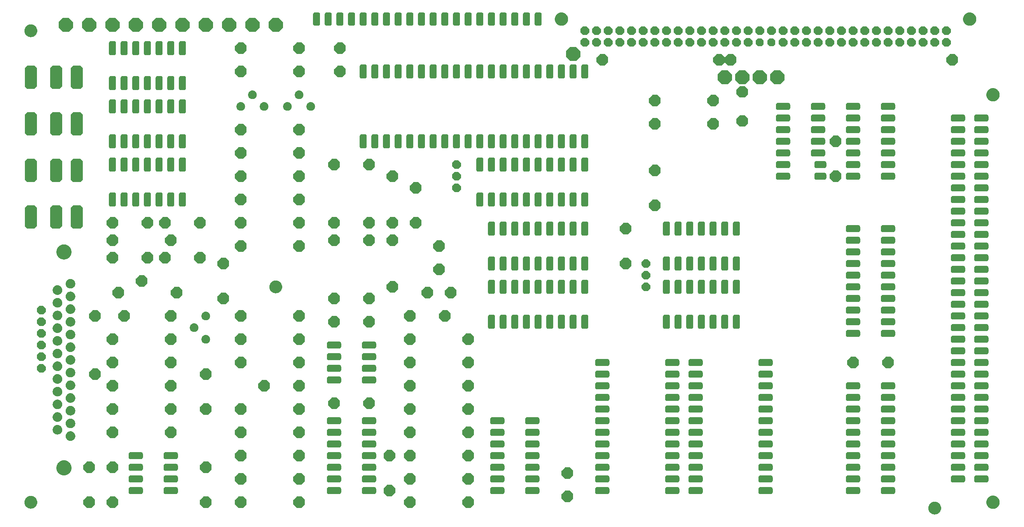
<source format=gbr>
G04 #@! TF.GenerationSoftware,KiCad,Pcbnew,8.0.2*
G04 #@! TF.CreationDate,2024-12-08T11:20:59+01:00*
G04 #@! TF.ProjectId,junior-interface,6a756e69-6f72-42d6-996e-746572666163,rev?*
G04 #@! TF.SameCoordinates,Original*
G04 #@! TF.FileFunction,Soldermask,Top*
G04 #@! TF.FilePolarity,Negative*
%FSLAX46Y46*%
G04 Gerber Fmt 4.6, Leading zero omitted, Abs format (unit mm)*
G04 Created by KiCad (PCBNEW 8.0.2) date 2024-12-08 11:20:59*
%MOMM*%
%LPD*%
G01*
G04 APERTURE LIST*
G04 APERTURE END LIST*
G36*
X240085892Y-145923785D02*
G01*
X240145694Y-145923785D01*
X240199079Y-145932693D01*
X240249109Y-145936631D01*
X240309361Y-145951096D01*
X240373925Y-145961870D01*
X240419712Y-145977589D01*
X240462811Y-145987936D01*
X240525549Y-146013923D01*
X240592775Y-146037002D01*
X240630323Y-146057322D01*
X240665865Y-146072044D01*
X240728860Y-146110647D01*
X240796274Y-146147130D01*
X240825445Y-146169835D01*
X240853257Y-146186878D01*
X240914028Y-146238781D01*
X240978871Y-146289251D01*
X241000025Y-146312230D01*
X241020382Y-146329617D01*
X241076280Y-146395065D01*
X241135586Y-146459488D01*
X241149524Y-146480823D01*
X241163121Y-146496742D01*
X241211438Y-146575588D01*
X241262143Y-146653198D01*
X241270065Y-146671259D01*
X241277955Y-146684134D01*
X241315979Y-146775933D01*
X241355090Y-146865096D01*
X241358515Y-146878624D01*
X241362063Y-146887188D01*
X241387219Y-146991974D01*
X241411892Y-147089403D01*
X241412567Y-147097556D01*
X241413368Y-147100890D01*
X241423288Y-147226935D01*
X241431000Y-147320000D01*
X241423287Y-147413072D01*
X241413368Y-147539109D01*
X241412567Y-147542442D01*
X241411892Y-147550597D01*
X241387215Y-147648043D01*
X241362063Y-147752811D01*
X241358516Y-147761372D01*
X241355090Y-147774904D01*
X241315972Y-147864083D01*
X241277955Y-147955865D01*
X241270067Y-147968736D01*
X241262143Y-147986802D01*
X241211428Y-148064426D01*
X241163121Y-148143257D01*
X241149527Y-148159172D01*
X241135586Y-148180512D01*
X241076268Y-148244947D01*
X241020382Y-148310382D01*
X241000029Y-148327764D01*
X240978871Y-148350749D01*
X240914015Y-148401228D01*
X240853257Y-148453121D01*
X240825451Y-148470160D01*
X240796274Y-148492870D01*
X240728846Y-148529359D01*
X240665865Y-148567955D01*
X240630331Y-148582673D01*
X240592775Y-148602998D01*
X240525535Y-148626081D01*
X240462811Y-148652063D01*
X240419722Y-148662407D01*
X240373925Y-148678130D01*
X240309347Y-148688906D01*
X240249109Y-148703368D01*
X240199090Y-148707304D01*
X240145694Y-148716215D01*
X240085879Y-148716215D01*
X240030000Y-148720613D01*
X239974120Y-148716215D01*
X239914306Y-148716215D01*
X239860910Y-148707304D01*
X239810890Y-148703368D01*
X239750648Y-148688905D01*
X239686075Y-148678130D01*
X239640280Y-148662408D01*
X239597188Y-148652063D01*
X239534458Y-148626079D01*
X239467225Y-148602998D01*
X239429672Y-148582675D01*
X239394134Y-148567955D01*
X239331145Y-148529355D01*
X239263726Y-148492870D01*
X239234552Y-148470163D01*
X239206742Y-148453121D01*
X239145973Y-148401219D01*
X239081129Y-148350749D01*
X239059973Y-148327768D01*
X239039617Y-148310382D01*
X238983717Y-148244932D01*
X238924414Y-148180512D01*
X238910475Y-148159177D01*
X238896878Y-148143257D01*
X238848555Y-148064401D01*
X238797857Y-147986802D01*
X238789935Y-147968742D01*
X238782044Y-147955865D01*
X238744009Y-147864042D01*
X238704910Y-147774904D01*
X238701485Y-147761379D01*
X238697936Y-147752811D01*
X238672765Y-147647967D01*
X238648108Y-147550597D01*
X238647432Y-147542448D01*
X238646631Y-147539109D01*
X238636692Y-147412831D01*
X238629000Y-147320000D01*
X238636691Y-147227176D01*
X238646631Y-147100890D01*
X238647432Y-147097549D01*
X238648108Y-147089403D01*
X238672760Y-146992050D01*
X238697936Y-146887188D01*
X238701485Y-146878618D01*
X238704910Y-146865096D01*
X238744002Y-146775973D01*
X238782044Y-146684134D01*
X238789936Y-146671253D01*
X238797857Y-146653198D01*
X238848545Y-146575613D01*
X238896878Y-146496742D01*
X238910478Y-146480818D01*
X238924414Y-146459488D01*
X238983705Y-146395080D01*
X239039617Y-146329617D01*
X239059978Y-146312226D01*
X239081129Y-146289251D01*
X239145960Y-146238790D01*
X239206742Y-146186878D01*
X239234558Y-146169832D01*
X239263726Y-146147130D01*
X239331131Y-146110652D01*
X239394134Y-146072044D01*
X239429679Y-146057320D01*
X239467225Y-146037002D01*
X239534444Y-146013925D01*
X239597188Y-145987936D01*
X239640289Y-145977588D01*
X239686075Y-145961870D01*
X239750635Y-145951096D01*
X239810890Y-145936631D01*
X239860921Y-145932693D01*
X239914306Y-145923785D01*
X239974108Y-145923785D01*
X240030000Y-145919386D01*
X240085892Y-145923785D01*
G37*
G36*
X252788066Y-144603956D02*
G01*
X252849823Y-144603956D01*
X252904950Y-144613155D01*
X252956929Y-144617246D01*
X253019525Y-144632274D01*
X253086199Y-144643400D01*
X253133488Y-144659634D01*
X253178263Y-144670384D01*
X253243437Y-144697380D01*
X253312860Y-144721213D01*
X253351636Y-144742197D01*
X253388565Y-144757494D01*
X253454016Y-144797602D01*
X253523622Y-144835271D01*
X253553740Y-144858713D01*
X253582650Y-144876429D01*
X253645833Y-144930392D01*
X253712736Y-144982465D01*
X253734557Y-145006169D01*
X253755739Y-145024260D01*
X253813899Y-145092357D01*
X253875043Y-145158777D01*
X253889416Y-145180776D01*
X253903570Y-145197349D01*
X253953867Y-145279427D01*
X254006116Y-145359400D01*
X254014280Y-145378012D01*
X254022505Y-145391434D01*
X254062139Y-145487120D01*
X254102381Y-145578861D01*
X254105906Y-145592782D01*
X254109615Y-145601736D01*
X254135924Y-145711323D01*
X254161210Y-145811173D01*
X254161902Y-145819526D01*
X254162753Y-145823070D01*
X254173292Y-145956985D01*
X254181000Y-146050000D01*
X254173291Y-146143022D01*
X254162753Y-146276929D01*
X254161902Y-146280472D01*
X254161210Y-146288827D01*
X254135920Y-146388695D01*
X254109615Y-146498263D01*
X254105907Y-146507214D01*
X254102381Y-146521139D01*
X254062132Y-146612896D01*
X254022505Y-146708565D01*
X254014281Y-146721984D01*
X254006116Y-146740600D01*
X253953857Y-146820587D01*
X253903570Y-146902650D01*
X253889419Y-146919218D01*
X253875043Y-146941223D01*
X253813887Y-147007655D01*
X253755739Y-147075739D01*
X253734561Y-147093825D01*
X253712736Y-147117535D01*
X253645820Y-147169617D01*
X253582650Y-147223570D01*
X253553746Y-147241281D01*
X253523622Y-147264729D01*
X253454003Y-147302404D01*
X253388565Y-147342505D01*
X253351644Y-147357797D01*
X253312860Y-147378787D01*
X253243423Y-147402624D01*
X253178263Y-147429615D01*
X253133497Y-147440362D01*
X253086199Y-147456600D01*
X253019511Y-147467728D01*
X252956929Y-147482753D01*
X252904962Y-147486842D01*
X252849823Y-147496044D01*
X252788054Y-147496044D01*
X252730000Y-147500613D01*
X252671946Y-147496044D01*
X252610177Y-147496044D01*
X252555038Y-147486843D01*
X252503070Y-147482753D01*
X252440484Y-147467727D01*
X252373801Y-147456600D01*
X252326504Y-147440363D01*
X252281736Y-147429615D01*
X252216570Y-147402622D01*
X252147140Y-147378787D01*
X252108358Y-147357799D01*
X252071434Y-147342505D01*
X252005988Y-147302400D01*
X251936378Y-147264729D01*
X251906257Y-147241284D01*
X251877349Y-147223570D01*
X251814168Y-147169608D01*
X251747264Y-147117535D01*
X251725441Y-147093829D01*
X251704260Y-147075739D01*
X251646098Y-147007640D01*
X251584957Y-146941223D01*
X251570584Y-146919223D01*
X251556429Y-146902650D01*
X251506126Y-146820562D01*
X251453884Y-146740600D01*
X251445720Y-146721990D01*
X251437494Y-146708565D01*
X251397850Y-146612856D01*
X251357619Y-146521139D01*
X251354094Y-146507220D01*
X251350384Y-146498263D01*
X251324060Y-146388619D01*
X251298790Y-146288827D01*
X251298098Y-146280478D01*
X251297246Y-146276929D01*
X251286688Y-146142781D01*
X251279000Y-146050000D01*
X251286687Y-145957225D01*
X251297246Y-145823070D01*
X251298098Y-145819519D01*
X251298790Y-145811173D01*
X251324056Y-145711399D01*
X251350384Y-145601736D01*
X251354095Y-145592776D01*
X251357619Y-145578861D01*
X251397842Y-145487160D01*
X251437494Y-145391434D01*
X251445722Y-145378006D01*
X251453884Y-145359400D01*
X251506116Y-145279452D01*
X251556429Y-145197349D01*
X251570587Y-145180771D01*
X251584957Y-145158777D01*
X251646087Y-145092372D01*
X251704260Y-145024260D01*
X251725446Y-145006165D01*
X251747264Y-144982465D01*
X251814155Y-144930401D01*
X251877349Y-144876429D01*
X251906263Y-144858710D01*
X251936378Y-144835271D01*
X252005974Y-144797607D01*
X252071434Y-144757494D01*
X252108366Y-144742196D01*
X252147140Y-144721213D01*
X252216556Y-144697382D01*
X252281736Y-144670384D01*
X252326514Y-144659633D01*
X252373801Y-144643400D01*
X252440471Y-144632274D01*
X252503070Y-144617246D01*
X252555049Y-144613155D01*
X252610177Y-144603956D01*
X252671933Y-144603956D01*
X252730000Y-144599386D01*
X252788066Y-144603956D01*
G37*
G36*
X43235892Y-144653785D02*
G01*
X43295694Y-144653785D01*
X43349079Y-144662693D01*
X43399109Y-144666631D01*
X43459361Y-144681096D01*
X43523925Y-144691870D01*
X43569712Y-144707589D01*
X43612811Y-144717936D01*
X43675549Y-144743923D01*
X43742775Y-144767002D01*
X43780323Y-144787322D01*
X43815865Y-144802044D01*
X43878860Y-144840647D01*
X43946274Y-144877130D01*
X43975445Y-144899835D01*
X44003257Y-144916878D01*
X44064028Y-144968781D01*
X44128871Y-145019251D01*
X44150025Y-145042230D01*
X44170382Y-145059617D01*
X44226280Y-145125065D01*
X44285586Y-145189488D01*
X44299524Y-145210823D01*
X44313121Y-145226742D01*
X44361438Y-145305588D01*
X44412143Y-145383198D01*
X44420065Y-145401259D01*
X44427955Y-145414134D01*
X44465979Y-145505933D01*
X44505090Y-145595096D01*
X44508515Y-145608624D01*
X44512063Y-145617188D01*
X44537219Y-145721974D01*
X44561892Y-145819403D01*
X44562567Y-145827556D01*
X44563368Y-145830890D01*
X44573288Y-145956935D01*
X44581000Y-146050000D01*
X44573287Y-146143072D01*
X44563368Y-146269109D01*
X44562567Y-146272442D01*
X44561892Y-146280597D01*
X44537215Y-146378043D01*
X44512063Y-146482811D01*
X44508516Y-146491372D01*
X44505090Y-146504904D01*
X44465972Y-146594083D01*
X44427955Y-146685865D01*
X44420067Y-146698736D01*
X44412143Y-146716802D01*
X44361428Y-146794426D01*
X44313121Y-146873257D01*
X44299527Y-146889172D01*
X44285586Y-146910512D01*
X44226268Y-146974947D01*
X44170382Y-147040382D01*
X44150029Y-147057764D01*
X44128871Y-147080749D01*
X44064015Y-147131228D01*
X44003257Y-147183121D01*
X43975451Y-147200160D01*
X43946274Y-147222870D01*
X43878846Y-147259359D01*
X43815865Y-147297955D01*
X43780331Y-147312673D01*
X43742775Y-147332998D01*
X43675535Y-147356081D01*
X43612811Y-147382063D01*
X43569722Y-147392407D01*
X43523925Y-147408130D01*
X43459347Y-147418906D01*
X43399109Y-147433368D01*
X43349090Y-147437304D01*
X43295694Y-147446215D01*
X43235879Y-147446215D01*
X43180000Y-147450613D01*
X43124120Y-147446215D01*
X43064306Y-147446215D01*
X43010910Y-147437304D01*
X42960890Y-147433368D01*
X42900648Y-147418905D01*
X42836075Y-147408130D01*
X42790280Y-147392408D01*
X42747188Y-147382063D01*
X42684458Y-147356079D01*
X42617225Y-147332998D01*
X42579672Y-147312675D01*
X42544134Y-147297955D01*
X42481145Y-147259355D01*
X42413726Y-147222870D01*
X42384552Y-147200163D01*
X42356742Y-147183121D01*
X42295973Y-147131219D01*
X42231129Y-147080749D01*
X42209973Y-147057768D01*
X42189617Y-147040382D01*
X42133717Y-146974932D01*
X42074414Y-146910512D01*
X42060475Y-146889177D01*
X42046878Y-146873257D01*
X41998555Y-146794401D01*
X41947857Y-146716802D01*
X41939935Y-146698742D01*
X41932044Y-146685865D01*
X41894009Y-146594042D01*
X41854910Y-146504904D01*
X41851485Y-146491379D01*
X41847936Y-146482811D01*
X41822765Y-146377967D01*
X41798108Y-146280597D01*
X41797432Y-146272448D01*
X41796631Y-146269109D01*
X41786692Y-146142831D01*
X41779000Y-146050000D01*
X41786691Y-145957176D01*
X41796631Y-145830890D01*
X41797432Y-145827549D01*
X41798108Y-145819403D01*
X41822760Y-145722050D01*
X41847936Y-145617188D01*
X41851485Y-145608618D01*
X41854910Y-145595096D01*
X41894002Y-145505973D01*
X41932044Y-145414134D01*
X41939936Y-145401253D01*
X41947857Y-145383198D01*
X41998545Y-145305613D01*
X42046878Y-145226742D01*
X42060478Y-145210818D01*
X42074414Y-145189488D01*
X42133705Y-145125080D01*
X42189617Y-145059617D01*
X42209978Y-145042226D01*
X42231129Y-145019251D01*
X42295960Y-144968790D01*
X42356742Y-144916878D01*
X42384558Y-144899832D01*
X42413726Y-144877130D01*
X42481131Y-144840652D01*
X42544134Y-144802044D01*
X42579679Y-144787320D01*
X42617225Y-144767002D01*
X42684444Y-144743925D01*
X42747188Y-144717936D01*
X42790289Y-144707588D01*
X42836075Y-144691870D01*
X42900635Y-144681096D01*
X42960890Y-144666631D01*
X43010921Y-144662693D01*
X43064306Y-144653785D01*
X43124108Y-144653785D01*
X43180000Y-144649386D01*
X43235892Y-144653785D01*
G37*
G36*
X56402302Y-144803237D02*
G01*
X56410060Y-144805150D01*
X56414106Y-144808127D01*
X56419598Y-144810402D01*
X57119598Y-145510402D01*
X57128835Y-145532703D01*
X57132969Y-145539541D01*
X57133724Y-145544507D01*
X57136000Y-145550000D01*
X57136000Y-146550000D01*
X57126759Y-146572307D01*
X57124849Y-146580060D01*
X57121873Y-146584103D01*
X57119598Y-146589598D01*
X56419598Y-147289598D01*
X56397293Y-147298836D01*
X56390458Y-147302969D01*
X56385493Y-147303724D01*
X56380000Y-147306000D01*
X56370543Y-147306000D01*
X55395178Y-147306000D01*
X55380000Y-147306000D01*
X55357693Y-147296760D01*
X55349939Y-147294849D01*
X55345894Y-147291872D01*
X55340402Y-147289598D01*
X54640402Y-146589598D01*
X54631165Y-146567298D01*
X54627030Y-146560458D01*
X54626274Y-146555490D01*
X54624000Y-146550000D01*
X54624000Y-145550000D01*
X54633237Y-145527698D01*
X54635150Y-145519939D01*
X54638128Y-145515891D01*
X54640402Y-145510402D01*
X54647082Y-145503721D01*
X54647085Y-145503718D01*
X55329670Y-144821133D01*
X55329672Y-144821131D01*
X55340402Y-144810402D01*
X55362698Y-144801166D01*
X55369541Y-144797030D01*
X55374510Y-144796274D01*
X55380000Y-144794000D01*
X56380000Y-144794000D01*
X56402302Y-144803237D01*
G37*
G36*
X61482302Y-144803237D02*
G01*
X61490060Y-144805150D01*
X61494106Y-144808127D01*
X61499598Y-144810402D01*
X62199598Y-145510402D01*
X62208835Y-145532703D01*
X62212969Y-145539541D01*
X62213724Y-145544507D01*
X62216000Y-145550000D01*
X62216000Y-146550000D01*
X62206759Y-146572307D01*
X62204849Y-146580060D01*
X62201873Y-146584103D01*
X62199598Y-146589598D01*
X61499598Y-147289598D01*
X61477293Y-147298836D01*
X61470458Y-147302969D01*
X61465493Y-147303724D01*
X61460000Y-147306000D01*
X61450543Y-147306000D01*
X60475178Y-147306000D01*
X60460000Y-147306000D01*
X60437693Y-147296760D01*
X60429939Y-147294849D01*
X60425894Y-147291872D01*
X60420402Y-147289598D01*
X59720402Y-146589598D01*
X59711165Y-146567298D01*
X59707030Y-146560458D01*
X59706274Y-146555490D01*
X59704000Y-146550000D01*
X59704000Y-145550000D01*
X59713237Y-145527698D01*
X59715150Y-145519939D01*
X59718128Y-145515891D01*
X59720402Y-145510402D01*
X59727082Y-145503721D01*
X59727085Y-145503718D01*
X60409670Y-144821133D01*
X60409672Y-144821131D01*
X60420402Y-144810402D01*
X60442698Y-144801166D01*
X60449541Y-144797030D01*
X60454510Y-144796274D01*
X60460000Y-144794000D01*
X61460000Y-144794000D01*
X61482302Y-144803237D01*
G37*
G36*
X81802302Y-144803237D02*
G01*
X81810060Y-144805150D01*
X81814106Y-144808127D01*
X81819598Y-144810402D01*
X82519598Y-145510402D01*
X82528835Y-145532703D01*
X82532969Y-145539541D01*
X82533724Y-145544507D01*
X82536000Y-145550000D01*
X82536000Y-146550000D01*
X82526759Y-146572307D01*
X82524849Y-146580060D01*
X82521873Y-146584103D01*
X82519598Y-146589598D01*
X81819598Y-147289598D01*
X81797293Y-147298836D01*
X81790458Y-147302969D01*
X81785493Y-147303724D01*
X81780000Y-147306000D01*
X81770543Y-147306000D01*
X80795178Y-147306000D01*
X80780000Y-147306000D01*
X80757693Y-147296760D01*
X80749939Y-147294849D01*
X80745894Y-147291872D01*
X80740402Y-147289598D01*
X80040402Y-146589598D01*
X80031165Y-146567298D01*
X80027030Y-146560458D01*
X80026274Y-146555490D01*
X80024000Y-146550000D01*
X80024000Y-145550000D01*
X80033237Y-145527698D01*
X80035150Y-145519939D01*
X80038128Y-145515891D01*
X80040402Y-145510402D01*
X80047082Y-145503721D01*
X80047085Y-145503718D01*
X80729670Y-144821133D01*
X80729672Y-144821131D01*
X80740402Y-144810402D01*
X80762698Y-144801166D01*
X80769541Y-144797030D01*
X80774510Y-144796274D01*
X80780000Y-144794000D01*
X81780000Y-144794000D01*
X81802302Y-144803237D01*
G37*
G36*
X89422302Y-144803237D02*
G01*
X89430060Y-144805150D01*
X89434106Y-144808127D01*
X89439598Y-144810402D01*
X90139598Y-145510402D01*
X90148835Y-145532703D01*
X90152969Y-145539541D01*
X90153724Y-145544507D01*
X90156000Y-145550000D01*
X90156000Y-146550000D01*
X90146759Y-146572307D01*
X90144849Y-146580060D01*
X90141873Y-146584103D01*
X90139598Y-146589598D01*
X89439598Y-147289598D01*
X89417293Y-147298836D01*
X89410458Y-147302969D01*
X89405493Y-147303724D01*
X89400000Y-147306000D01*
X89390543Y-147306000D01*
X88415178Y-147306000D01*
X88400000Y-147306000D01*
X88377693Y-147296760D01*
X88369939Y-147294849D01*
X88365894Y-147291872D01*
X88360402Y-147289598D01*
X87660402Y-146589598D01*
X87651165Y-146567298D01*
X87647030Y-146560458D01*
X87646274Y-146555490D01*
X87644000Y-146550000D01*
X87644000Y-145550000D01*
X87653237Y-145527698D01*
X87655150Y-145519939D01*
X87658128Y-145515891D01*
X87660402Y-145510402D01*
X87667082Y-145503721D01*
X87667085Y-145503718D01*
X88349670Y-144821133D01*
X88349672Y-144821131D01*
X88360402Y-144810402D01*
X88382698Y-144801166D01*
X88389541Y-144797030D01*
X88394510Y-144796274D01*
X88400000Y-144794000D01*
X89400000Y-144794000D01*
X89422302Y-144803237D01*
G37*
G36*
X102122302Y-144803237D02*
G01*
X102130060Y-144805150D01*
X102134106Y-144808127D01*
X102139598Y-144810402D01*
X102839598Y-145510402D01*
X102848835Y-145532703D01*
X102852969Y-145539541D01*
X102853724Y-145544507D01*
X102856000Y-145550000D01*
X102856000Y-146550000D01*
X102846759Y-146572307D01*
X102844849Y-146580060D01*
X102841873Y-146584103D01*
X102839598Y-146589598D01*
X102139598Y-147289598D01*
X102117293Y-147298836D01*
X102110458Y-147302969D01*
X102105493Y-147303724D01*
X102100000Y-147306000D01*
X102090543Y-147306000D01*
X101115178Y-147306000D01*
X101100000Y-147306000D01*
X101077693Y-147296760D01*
X101069939Y-147294849D01*
X101065894Y-147291872D01*
X101060402Y-147289598D01*
X100360402Y-146589598D01*
X100351165Y-146567298D01*
X100347030Y-146560458D01*
X100346274Y-146555490D01*
X100344000Y-146550000D01*
X100344000Y-145550000D01*
X100353237Y-145527698D01*
X100355150Y-145519939D01*
X100358128Y-145515891D01*
X100360402Y-145510402D01*
X100367082Y-145503721D01*
X100367085Y-145503718D01*
X101049670Y-144821133D01*
X101049672Y-144821131D01*
X101060402Y-144810402D01*
X101082698Y-144801166D01*
X101089541Y-144797030D01*
X101094510Y-144796274D01*
X101100000Y-144794000D01*
X102100000Y-144794000D01*
X102122302Y-144803237D01*
G37*
G36*
X126252302Y-144803237D02*
G01*
X126260060Y-144805150D01*
X126264106Y-144808127D01*
X126269598Y-144810402D01*
X126969598Y-145510402D01*
X126978835Y-145532703D01*
X126982969Y-145539541D01*
X126983724Y-145544507D01*
X126986000Y-145550000D01*
X126986000Y-146550000D01*
X126976759Y-146572307D01*
X126974849Y-146580060D01*
X126971873Y-146584103D01*
X126969598Y-146589598D01*
X126269598Y-147289598D01*
X126247293Y-147298836D01*
X126240458Y-147302969D01*
X126235493Y-147303724D01*
X126230000Y-147306000D01*
X126220543Y-147306000D01*
X125245178Y-147306000D01*
X125230000Y-147306000D01*
X125207693Y-147296760D01*
X125199939Y-147294849D01*
X125195894Y-147291872D01*
X125190402Y-147289598D01*
X124490402Y-146589598D01*
X124481165Y-146567298D01*
X124477030Y-146560458D01*
X124476274Y-146555490D01*
X124474000Y-146550000D01*
X124474000Y-145550000D01*
X124483237Y-145527698D01*
X124485150Y-145519939D01*
X124488128Y-145515891D01*
X124490402Y-145510402D01*
X124497082Y-145503721D01*
X124497085Y-145503718D01*
X125179670Y-144821133D01*
X125179672Y-144821131D01*
X125190402Y-144810402D01*
X125212698Y-144801166D01*
X125219541Y-144797030D01*
X125224510Y-144796274D01*
X125230000Y-144794000D01*
X126230000Y-144794000D01*
X126252302Y-144803237D01*
G37*
G36*
X138952302Y-144803237D02*
G01*
X138960060Y-144805150D01*
X138964106Y-144808127D01*
X138969598Y-144810402D01*
X139669598Y-145510402D01*
X139678835Y-145532703D01*
X139682969Y-145539541D01*
X139683724Y-145544507D01*
X139686000Y-145550000D01*
X139686000Y-146550000D01*
X139676759Y-146572307D01*
X139674849Y-146580060D01*
X139671873Y-146584103D01*
X139669598Y-146589598D01*
X138969598Y-147289598D01*
X138947293Y-147298836D01*
X138940458Y-147302969D01*
X138935493Y-147303724D01*
X138930000Y-147306000D01*
X138920543Y-147306000D01*
X137945178Y-147306000D01*
X137930000Y-147306000D01*
X137907693Y-147296760D01*
X137899939Y-147294849D01*
X137895894Y-147291872D01*
X137890402Y-147289598D01*
X137190402Y-146589598D01*
X137181165Y-146567298D01*
X137177030Y-146560458D01*
X137176274Y-146555490D01*
X137174000Y-146550000D01*
X137174000Y-145550000D01*
X137183237Y-145527698D01*
X137185150Y-145519939D01*
X137188128Y-145515891D01*
X137190402Y-145510402D01*
X137197082Y-145503721D01*
X137197085Y-145503718D01*
X137879670Y-144821133D01*
X137879672Y-144821131D01*
X137890402Y-144810402D01*
X137912698Y-144801166D01*
X137919541Y-144797030D01*
X137924510Y-144796274D01*
X137930000Y-144794000D01*
X138930000Y-144794000D01*
X138952302Y-144803237D01*
G37*
G36*
X160542302Y-143533237D02*
G01*
X160550060Y-143535150D01*
X160554106Y-143538127D01*
X160559598Y-143540402D01*
X161259598Y-144240402D01*
X161268835Y-144262703D01*
X161272969Y-144269541D01*
X161273724Y-144274507D01*
X161276000Y-144280000D01*
X161276000Y-145280000D01*
X161266759Y-145302307D01*
X161264849Y-145310060D01*
X161261873Y-145314103D01*
X161259598Y-145319598D01*
X160559598Y-146019598D01*
X160537293Y-146028836D01*
X160530458Y-146032969D01*
X160525493Y-146033724D01*
X160520000Y-146036000D01*
X160510543Y-146036000D01*
X159535178Y-146036000D01*
X159520000Y-146036000D01*
X159497693Y-146026760D01*
X159489939Y-146024849D01*
X159485894Y-146021872D01*
X159480402Y-146019598D01*
X158780402Y-145319598D01*
X158771165Y-145297298D01*
X158767030Y-145290458D01*
X158766274Y-145285490D01*
X158764000Y-145280000D01*
X158764000Y-144280000D01*
X158773237Y-144257698D01*
X158775150Y-144249939D01*
X158778128Y-144245891D01*
X158780402Y-144240402D01*
X158787082Y-144233721D01*
X158787085Y-144233718D01*
X159469670Y-143551133D01*
X159469672Y-143551131D01*
X159480402Y-143540402D01*
X159502698Y-143531166D01*
X159509541Y-143527030D01*
X159514510Y-143526274D01*
X159520000Y-143524000D01*
X160520000Y-143524000D01*
X160542302Y-143533237D01*
G37*
G36*
X121807302Y-142263237D02*
G01*
X121815060Y-142265150D01*
X121819106Y-142268127D01*
X121824598Y-142270402D01*
X122524598Y-142970402D01*
X122533835Y-142992703D01*
X122537969Y-142999541D01*
X122538724Y-143004507D01*
X122541000Y-143010000D01*
X122541000Y-144010000D01*
X122531759Y-144032307D01*
X122529849Y-144040060D01*
X122526873Y-144044103D01*
X122524598Y-144049598D01*
X121824598Y-144749598D01*
X121802293Y-144758836D01*
X121795458Y-144762969D01*
X121790493Y-144763724D01*
X121785000Y-144766000D01*
X121775543Y-144766000D01*
X120800178Y-144766000D01*
X120785000Y-144766000D01*
X120762693Y-144756760D01*
X120754939Y-144754849D01*
X120750894Y-144751872D01*
X120745402Y-144749598D01*
X120045402Y-144049598D01*
X120036165Y-144027298D01*
X120032030Y-144020458D01*
X120031274Y-144015490D01*
X120029000Y-144010000D01*
X120029000Y-143010000D01*
X120038237Y-142987698D01*
X120040150Y-142979939D01*
X120043128Y-142975891D01*
X120045402Y-142970402D01*
X120052082Y-142963721D01*
X120052085Y-142963718D01*
X120734670Y-142281133D01*
X120734672Y-142281131D01*
X120745402Y-142270402D01*
X120767698Y-142261166D01*
X120774541Y-142257030D01*
X120779510Y-142256274D01*
X120785000Y-142254000D01*
X121785000Y-142254000D01*
X121807302Y-142263237D01*
G37*
G36*
X67213443Y-142762713D02*
G01*
X67283653Y-142771144D01*
X67295048Y-142775637D01*
X67313916Y-142778626D01*
X67352569Y-142798320D01*
X67385959Y-142811488D01*
X67401415Y-142823209D01*
X67425702Y-142835584D01*
X67450707Y-142860589D01*
X67472718Y-142877281D01*
X67489409Y-142899291D01*
X67514416Y-142924298D01*
X67526791Y-142948585D01*
X67538511Y-142964040D01*
X67551676Y-142997425D01*
X67571374Y-143036084D01*
X67574362Y-143054954D01*
X67578855Y-143066346D01*
X67587283Y-143136535D01*
X67591000Y-143160000D01*
X67591000Y-143860000D01*
X67587282Y-143883469D01*
X67578855Y-143953653D01*
X67574362Y-143965044D01*
X67571374Y-143983916D01*
X67551674Y-144022577D01*
X67538511Y-144055959D01*
X67526792Y-144071411D01*
X67514416Y-144095702D01*
X67489406Y-144120711D01*
X67472718Y-144142718D01*
X67450711Y-144159406D01*
X67425702Y-144184416D01*
X67401411Y-144196792D01*
X67385959Y-144208511D01*
X67352577Y-144221674D01*
X67313916Y-144241374D01*
X67295044Y-144244362D01*
X67283653Y-144248855D01*
X67213467Y-144257283D01*
X67190000Y-144261000D01*
X64890000Y-144261000D01*
X64866533Y-144257283D01*
X64796346Y-144248855D01*
X64784954Y-144244362D01*
X64766084Y-144241374D01*
X64727425Y-144221676D01*
X64694040Y-144208511D01*
X64678585Y-144196791D01*
X64654298Y-144184416D01*
X64629291Y-144159409D01*
X64607281Y-144142718D01*
X64590589Y-144120707D01*
X64565584Y-144095702D01*
X64553209Y-144071415D01*
X64541488Y-144055959D01*
X64528320Y-144022569D01*
X64508626Y-143983916D01*
X64505637Y-143965048D01*
X64501144Y-143953653D01*
X64492712Y-143883441D01*
X64489000Y-143860000D01*
X64489000Y-143160000D01*
X64492712Y-143136559D01*
X64501144Y-143066346D01*
X64505637Y-143054949D01*
X64508626Y-143036084D01*
X64528319Y-142997434D01*
X64541488Y-142964040D01*
X64553211Y-142948581D01*
X64565584Y-142924298D01*
X64590586Y-142899295D01*
X64607281Y-142877281D01*
X64629295Y-142860586D01*
X64654298Y-142835584D01*
X64678581Y-142823211D01*
X64694040Y-142811488D01*
X64727434Y-142798319D01*
X64766084Y-142778626D01*
X64784949Y-142775637D01*
X64796346Y-142771144D01*
X64866561Y-142762712D01*
X64890000Y-142759000D01*
X67190000Y-142759000D01*
X67213443Y-142762713D01*
G37*
G36*
X74833443Y-142762713D02*
G01*
X74903653Y-142771144D01*
X74915048Y-142775637D01*
X74933916Y-142778626D01*
X74972569Y-142798320D01*
X75005959Y-142811488D01*
X75021415Y-142823209D01*
X75045702Y-142835584D01*
X75070707Y-142860589D01*
X75092718Y-142877281D01*
X75109409Y-142899291D01*
X75134416Y-142924298D01*
X75146791Y-142948585D01*
X75158511Y-142964040D01*
X75171676Y-142997425D01*
X75191374Y-143036084D01*
X75194362Y-143054954D01*
X75198855Y-143066346D01*
X75207283Y-143136535D01*
X75211000Y-143160000D01*
X75211000Y-143860000D01*
X75207282Y-143883469D01*
X75198855Y-143953653D01*
X75194362Y-143965044D01*
X75191374Y-143983916D01*
X75171674Y-144022577D01*
X75158511Y-144055959D01*
X75146792Y-144071411D01*
X75134416Y-144095702D01*
X75109406Y-144120711D01*
X75092718Y-144142718D01*
X75070711Y-144159406D01*
X75045702Y-144184416D01*
X75021411Y-144196792D01*
X75005959Y-144208511D01*
X74972577Y-144221674D01*
X74933916Y-144241374D01*
X74915044Y-144244362D01*
X74903653Y-144248855D01*
X74833467Y-144257283D01*
X74810000Y-144261000D01*
X72510000Y-144261000D01*
X72486533Y-144257283D01*
X72416346Y-144248855D01*
X72404954Y-144244362D01*
X72386084Y-144241374D01*
X72347425Y-144221676D01*
X72314040Y-144208511D01*
X72298585Y-144196791D01*
X72274298Y-144184416D01*
X72249291Y-144159409D01*
X72227281Y-144142718D01*
X72210589Y-144120707D01*
X72185584Y-144095702D01*
X72173209Y-144071415D01*
X72161488Y-144055959D01*
X72148320Y-144022569D01*
X72128626Y-143983916D01*
X72125637Y-143965048D01*
X72121144Y-143953653D01*
X72112712Y-143883441D01*
X72109000Y-143860000D01*
X72109000Y-143160000D01*
X72112712Y-143136559D01*
X72121144Y-143066346D01*
X72125637Y-143054949D01*
X72128626Y-143036084D01*
X72148319Y-142997434D01*
X72161488Y-142964040D01*
X72173211Y-142948581D01*
X72185584Y-142924298D01*
X72210586Y-142899295D01*
X72227281Y-142877281D01*
X72249295Y-142860586D01*
X72274298Y-142835584D01*
X72298581Y-142823211D01*
X72314040Y-142811488D01*
X72347434Y-142798319D01*
X72386084Y-142778626D01*
X72404949Y-142775637D01*
X72416346Y-142771144D01*
X72486561Y-142762712D01*
X72510000Y-142759000D01*
X74810000Y-142759000D01*
X74833443Y-142762713D01*
G37*
G36*
X110393443Y-142762713D02*
G01*
X110463653Y-142771144D01*
X110475048Y-142775637D01*
X110493916Y-142778626D01*
X110532569Y-142798320D01*
X110565959Y-142811488D01*
X110581415Y-142823209D01*
X110605702Y-142835584D01*
X110630707Y-142860589D01*
X110652718Y-142877281D01*
X110669409Y-142899291D01*
X110694416Y-142924298D01*
X110706791Y-142948585D01*
X110718511Y-142964040D01*
X110731676Y-142997425D01*
X110751374Y-143036084D01*
X110754362Y-143054954D01*
X110758855Y-143066346D01*
X110767283Y-143136535D01*
X110771000Y-143160000D01*
X110771000Y-143860000D01*
X110767282Y-143883469D01*
X110758855Y-143953653D01*
X110754362Y-143965044D01*
X110751374Y-143983916D01*
X110731674Y-144022577D01*
X110718511Y-144055959D01*
X110706792Y-144071411D01*
X110694416Y-144095702D01*
X110669406Y-144120711D01*
X110652718Y-144142718D01*
X110630711Y-144159406D01*
X110605702Y-144184416D01*
X110581411Y-144196792D01*
X110565959Y-144208511D01*
X110532577Y-144221674D01*
X110493916Y-144241374D01*
X110475044Y-144244362D01*
X110463653Y-144248855D01*
X110393467Y-144257283D01*
X110370000Y-144261000D01*
X108070000Y-144261000D01*
X108046533Y-144257283D01*
X107976346Y-144248855D01*
X107964954Y-144244362D01*
X107946084Y-144241374D01*
X107907425Y-144221676D01*
X107874040Y-144208511D01*
X107858585Y-144196791D01*
X107834298Y-144184416D01*
X107809291Y-144159409D01*
X107787281Y-144142718D01*
X107770589Y-144120707D01*
X107745584Y-144095702D01*
X107733209Y-144071415D01*
X107721488Y-144055959D01*
X107708320Y-144022569D01*
X107688626Y-143983916D01*
X107685637Y-143965048D01*
X107681144Y-143953653D01*
X107672712Y-143883441D01*
X107669000Y-143860000D01*
X107669000Y-143160000D01*
X107672712Y-143136559D01*
X107681144Y-143066346D01*
X107685637Y-143054949D01*
X107688626Y-143036084D01*
X107708319Y-142997434D01*
X107721488Y-142964040D01*
X107733211Y-142948581D01*
X107745584Y-142924298D01*
X107770586Y-142899295D01*
X107787281Y-142877281D01*
X107809295Y-142860586D01*
X107834298Y-142835584D01*
X107858581Y-142823211D01*
X107874040Y-142811488D01*
X107907434Y-142798319D01*
X107946084Y-142778626D01*
X107964949Y-142775637D01*
X107976346Y-142771144D01*
X108046561Y-142762712D01*
X108070000Y-142759000D01*
X110370000Y-142759000D01*
X110393443Y-142762713D01*
G37*
G36*
X118013443Y-142762713D02*
G01*
X118083653Y-142771144D01*
X118095048Y-142775637D01*
X118113916Y-142778626D01*
X118152569Y-142798320D01*
X118185959Y-142811488D01*
X118201415Y-142823209D01*
X118225702Y-142835584D01*
X118250707Y-142860589D01*
X118272718Y-142877281D01*
X118289409Y-142899291D01*
X118314416Y-142924298D01*
X118326791Y-142948585D01*
X118338511Y-142964040D01*
X118351676Y-142997425D01*
X118371374Y-143036084D01*
X118374362Y-143054954D01*
X118378855Y-143066346D01*
X118387283Y-143136535D01*
X118391000Y-143160000D01*
X118391000Y-143860000D01*
X118387282Y-143883469D01*
X118378855Y-143953653D01*
X118374362Y-143965044D01*
X118371374Y-143983916D01*
X118351674Y-144022577D01*
X118338511Y-144055959D01*
X118326792Y-144071411D01*
X118314416Y-144095702D01*
X118289406Y-144120711D01*
X118272718Y-144142718D01*
X118250711Y-144159406D01*
X118225702Y-144184416D01*
X118201411Y-144196792D01*
X118185959Y-144208511D01*
X118152577Y-144221674D01*
X118113916Y-144241374D01*
X118095044Y-144244362D01*
X118083653Y-144248855D01*
X118013467Y-144257283D01*
X117990000Y-144261000D01*
X115690000Y-144261000D01*
X115666533Y-144257283D01*
X115596346Y-144248855D01*
X115584954Y-144244362D01*
X115566084Y-144241374D01*
X115527425Y-144221676D01*
X115494040Y-144208511D01*
X115478585Y-144196791D01*
X115454298Y-144184416D01*
X115429291Y-144159409D01*
X115407281Y-144142718D01*
X115390589Y-144120707D01*
X115365584Y-144095702D01*
X115353209Y-144071415D01*
X115341488Y-144055959D01*
X115328320Y-144022569D01*
X115308626Y-143983916D01*
X115305637Y-143965048D01*
X115301144Y-143953653D01*
X115292712Y-143883441D01*
X115289000Y-143860000D01*
X115289000Y-143160000D01*
X115292712Y-143136559D01*
X115301144Y-143066346D01*
X115305637Y-143054949D01*
X115308626Y-143036084D01*
X115328319Y-142997434D01*
X115341488Y-142964040D01*
X115353211Y-142948581D01*
X115365584Y-142924298D01*
X115390586Y-142899295D01*
X115407281Y-142877281D01*
X115429295Y-142860586D01*
X115454298Y-142835584D01*
X115478581Y-142823211D01*
X115494040Y-142811488D01*
X115527434Y-142798319D01*
X115566084Y-142778626D01*
X115584949Y-142775637D01*
X115596346Y-142771144D01*
X115666561Y-142762712D01*
X115690000Y-142759000D01*
X117990000Y-142759000D01*
X118013443Y-142762713D01*
G37*
G36*
X145953443Y-142762713D02*
G01*
X146023653Y-142771144D01*
X146035048Y-142775637D01*
X146053916Y-142778626D01*
X146092569Y-142798320D01*
X146125959Y-142811488D01*
X146141415Y-142823209D01*
X146165702Y-142835584D01*
X146190707Y-142860589D01*
X146212718Y-142877281D01*
X146229409Y-142899291D01*
X146254416Y-142924298D01*
X146266791Y-142948585D01*
X146278511Y-142964040D01*
X146291676Y-142997425D01*
X146311374Y-143036084D01*
X146314362Y-143054954D01*
X146318855Y-143066346D01*
X146327283Y-143136535D01*
X146331000Y-143160000D01*
X146331000Y-143860000D01*
X146327282Y-143883469D01*
X146318855Y-143953653D01*
X146314362Y-143965044D01*
X146311374Y-143983916D01*
X146291674Y-144022577D01*
X146278511Y-144055959D01*
X146266792Y-144071411D01*
X146254416Y-144095702D01*
X146229406Y-144120711D01*
X146212718Y-144142718D01*
X146190711Y-144159406D01*
X146165702Y-144184416D01*
X146141411Y-144196792D01*
X146125959Y-144208511D01*
X146092577Y-144221674D01*
X146053916Y-144241374D01*
X146035044Y-144244362D01*
X146023653Y-144248855D01*
X145953467Y-144257283D01*
X145930000Y-144261000D01*
X143630000Y-144261000D01*
X143606533Y-144257283D01*
X143536346Y-144248855D01*
X143524954Y-144244362D01*
X143506084Y-144241374D01*
X143467425Y-144221676D01*
X143434040Y-144208511D01*
X143418585Y-144196791D01*
X143394298Y-144184416D01*
X143369291Y-144159409D01*
X143347281Y-144142718D01*
X143330589Y-144120707D01*
X143305584Y-144095702D01*
X143293209Y-144071415D01*
X143281488Y-144055959D01*
X143268320Y-144022569D01*
X143248626Y-143983916D01*
X143245637Y-143965048D01*
X143241144Y-143953653D01*
X143232712Y-143883441D01*
X143229000Y-143860000D01*
X143229000Y-143160000D01*
X143232712Y-143136559D01*
X143241144Y-143066346D01*
X143245637Y-143054949D01*
X143248626Y-143036084D01*
X143268319Y-142997434D01*
X143281488Y-142964040D01*
X143293211Y-142948581D01*
X143305584Y-142924298D01*
X143330586Y-142899295D01*
X143347281Y-142877281D01*
X143369295Y-142860586D01*
X143394298Y-142835584D01*
X143418581Y-142823211D01*
X143434040Y-142811488D01*
X143467434Y-142798319D01*
X143506084Y-142778626D01*
X143524949Y-142775637D01*
X143536346Y-142771144D01*
X143606561Y-142762712D01*
X143630000Y-142759000D01*
X145930000Y-142759000D01*
X145953443Y-142762713D01*
G37*
G36*
X153573443Y-142762713D02*
G01*
X153643653Y-142771144D01*
X153655048Y-142775637D01*
X153673916Y-142778626D01*
X153712569Y-142798320D01*
X153745959Y-142811488D01*
X153761415Y-142823209D01*
X153785702Y-142835584D01*
X153810707Y-142860589D01*
X153832718Y-142877281D01*
X153849409Y-142899291D01*
X153874416Y-142924298D01*
X153886791Y-142948585D01*
X153898511Y-142964040D01*
X153911676Y-142997425D01*
X153931374Y-143036084D01*
X153934362Y-143054954D01*
X153938855Y-143066346D01*
X153947283Y-143136535D01*
X153951000Y-143160000D01*
X153951000Y-143860000D01*
X153947282Y-143883469D01*
X153938855Y-143953653D01*
X153934362Y-143965044D01*
X153931374Y-143983916D01*
X153911674Y-144022577D01*
X153898511Y-144055959D01*
X153886792Y-144071411D01*
X153874416Y-144095702D01*
X153849406Y-144120711D01*
X153832718Y-144142718D01*
X153810711Y-144159406D01*
X153785702Y-144184416D01*
X153761411Y-144196792D01*
X153745959Y-144208511D01*
X153712577Y-144221674D01*
X153673916Y-144241374D01*
X153655044Y-144244362D01*
X153643653Y-144248855D01*
X153573467Y-144257283D01*
X153550000Y-144261000D01*
X151250000Y-144261000D01*
X151226533Y-144257283D01*
X151156346Y-144248855D01*
X151144954Y-144244362D01*
X151126084Y-144241374D01*
X151087425Y-144221676D01*
X151054040Y-144208511D01*
X151038585Y-144196791D01*
X151014298Y-144184416D01*
X150989291Y-144159409D01*
X150967281Y-144142718D01*
X150950589Y-144120707D01*
X150925584Y-144095702D01*
X150913209Y-144071415D01*
X150901488Y-144055959D01*
X150888320Y-144022569D01*
X150868626Y-143983916D01*
X150865637Y-143965048D01*
X150861144Y-143953653D01*
X150852712Y-143883441D01*
X150849000Y-143860000D01*
X150849000Y-143160000D01*
X150852712Y-143136559D01*
X150861144Y-143066346D01*
X150865637Y-143054949D01*
X150868626Y-143036084D01*
X150888319Y-142997434D01*
X150901488Y-142964040D01*
X150913211Y-142948581D01*
X150925584Y-142924298D01*
X150950586Y-142899295D01*
X150967281Y-142877281D01*
X150989295Y-142860586D01*
X151014298Y-142835584D01*
X151038581Y-142823211D01*
X151054040Y-142811488D01*
X151087434Y-142798319D01*
X151126084Y-142778626D01*
X151144949Y-142775637D01*
X151156346Y-142771144D01*
X151226561Y-142762712D01*
X151250000Y-142759000D01*
X153550000Y-142759000D01*
X153573443Y-142762713D01*
G37*
G36*
X168813443Y-142762713D02*
G01*
X168883653Y-142771144D01*
X168895048Y-142775637D01*
X168913916Y-142778626D01*
X168952569Y-142798320D01*
X168985959Y-142811488D01*
X169001415Y-142823209D01*
X169025702Y-142835584D01*
X169050707Y-142860589D01*
X169072718Y-142877281D01*
X169089409Y-142899291D01*
X169114416Y-142924298D01*
X169126791Y-142948585D01*
X169138511Y-142964040D01*
X169151676Y-142997425D01*
X169171374Y-143036084D01*
X169174362Y-143054954D01*
X169178855Y-143066346D01*
X169187283Y-143136535D01*
X169191000Y-143160000D01*
X169191000Y-143860000D01*
X169187282Y-143883469D01*
X169178855Y-143953653D01*
X169174362Y-143965044D01*
X169171374Y-143983916D01*
X169151674Y-144022577D01*
X169138511Y-144055959D01*
X169126792Y-144071411D01*
X169114416Y-144095702D01*
X169089406Y-144120711D01*
X169072718Y-144142718D01*
X169050711Y-144159406D01*
X169025702Y-144184416D01*
X169001411Y-144196792D01*
X168985959Y-144208511D01*
X168952577Y-144221674D01*
X168913916Y-144241374D01*
X168895044Y-144244362D01*
X168883653Y-144248855D01*
X168813467Y-144257283D01*
X168790000Y-144261000D01*
X166490000Y-144261000D01*
X166466533Y-144257283D01*
X166396346Y-144248855D01*
X166384954Y-144244362D01*
X166366084Y-144241374D01*
X166327425Y-144221676D01*
X166294040Y-144208511D01*
X166278585Y-144196791D01*
X166254298Y-144184416D01*
X166229291Y-144159409D01*
X166207281Y-144142718D01*
X166190589Y-144120707D01*
X166165584Y-144095702D01*
X166153209Y-144071415D01*
X166141488Y-144055959D01*
X166128320Y-144022569D01*
X166108626Y-143983916D01*
X166105637Y-143965048D01*
X166101144Y-143953653D01*
X166092712Y-143883441D01*
X166089000Y-143860000D01*
X166089000Y-143160000D01*
X166092712Y-143136559D01*
X166101144Y-143066346D01*
X166105637Y-143054949D01*
X166108626Y-143036084D01*
X166128319Y-142997434D01*
X166141488Y-142964040D01*
X166153211Y-142948581D01*
X166165584Y-142924298D01*
X166190586Y-142899295D01*
X166207281Y-142877281D01*
X166229295Y-142860586D01*
X166254298Y-142835584D01*
X166278581Y-142823211D01*
X166294040Y-142811488D01*
X166327434Y-142798319D01*
X166366084Y-142778626D01*
X166384949Y-142775637D01*
X166396346Y-142771144D01*
X166466561Y-142762712D01*
X166490000Y-142759000D01*
X168790000Y-142759000D01*
X168813443Y-142762713D01*
G37*
G36*
X184053443Y-142762713D02*
G01*
X184123653Y-142771144D01*
X184135048Y-142775637D01*
X184153916Y-142778626D01*
X184192569Y-142798320D01*
X184225959Y-142811488D01*
X184241415Y-142823209D01*
X184265702Y-142835584D01*
X184290707Y-142860589D01*
X184312718Y-142877281D01*
X184329409Y-142899291D01*
X184354416Y-142924298D01*
X184366791Y-142948585D01*
X184378511Y-142964040D01*
X184391676Y-142997425D01*
X184411374Y-143036084D01*
X184414362Y-143054954D01*
X184418855Y-143066346D01*
X184427283Y-143136535D01*
X184431000Y-143160000D01*
X184431000Y-143860000D01*
X184427282Y-143883469D01*
X184418855Y-143953653D01*
X184414362Y-143965044D01*
X184411374Y-143983916D01*
X184391674Y-144022577D01*
X184378511Y-144055959D01*
X184366792Y-144071411D01*
X184354416Y-144095702D01*
X184329406Y-144120711D01*
X184312718Y-144142718D01*
X184290711Y-144159406D01*
X184265702Y-144184416D01*
X184241411Y-144196792D01*
X184225959Y-144208511D01*
X184192577Y-144221674D01*
X184153916Y-144241374D01*
X184135044Y-144244362D01*
X184123653Y-144248855D01*
X184053467Y-144257283D01*
X184030000Y-144261000D01*
X181730000Y-144261000D01*
X181706533Y-144257283D01*
X181636346Y-144248855D01*
X181624954Y-144244362D01*
X181606084Y-144241374D01*
X181567425Y-144221676D01*
X181534040Y-144208511D01*
X181518585Y-144196791D01*
X181494298Y-144184416D01*
X181469291Y-144159409D01*
X181447281Y-144142718D01*
X181430589Y-144120707D01*
X181405584Y-144095702D01*
X181393209Y-144071415D01*
X181381488Y-144055959D01*
X181368320Y-144022569D01*
X181348626Y-143983916D01*
X181345637Y-143965048D01*
X181341144Y-143953653D01*
X181332712Y-143883441D01*
X181329000Y-143860000D01*
X181329000Y-143160000D01*
X181332712Y-143136559D01*
X181341144Y-143066346D01*
X181345637Y-143054949D01*
X181348626Y-143036084D01*
X181368319Y-142997434D01*
X181381488Y-142964040D01*
X181393211Y-142948581D01*
X181405584Y-142924298D01*
X181430586Y-142899295D01*
X181447281Y-142877281D01*
X181469295Y-142860586D01*
X181494298Y-142835584D01*
X181518581Y-142823211D01*
X181534040Y-142811488D01*
X181567434Y-142798319D01*
X181606084Y-142778626D01*
X181624949Y-142775637D01*
X181636346Y-142771144D01*
X181706561Y-142762712D01*
X181730000Y-142759000D01*
X184030000Y-142759000D01*
X184053443Y-142762713D01*
G37*
G36*
X189133443Y-142762713D02*
G01*
X189203653Y-142771144D01*
X189215048Y-142775637D01*
X189233916Y-142778626D01*
X189272569Y-142798320D01*
X189305959Y-142811488D01*
X189321415Y-142823209D01*
X189345702Y-142835584D01*
X189370707Y-142860589D01*
X189392718Y-142877281D01*
X189409409Y-142899291D01*
X189434416Y-142924298D01*
X189446791Y-142948585D01*
X189458511Y-142964040D01*
X189471676Y-142997425D01*
X189491374Y-143036084D01*
X189494362Y-143054954D01*
X189498855Y-143066346D01*
X189507283Y-143136535D01*
X189511000Y-143160000D01*
X189511000Y-143860000D01*
X189507282Y-143883469D01*
X189498855Y-143953653D01*
X189494362Y-143965044D01*
X189491374Y-143983916D01*
X189471674Y-144022577D01*
X189458511Y-144055959D01*
X189446792Y-144071411D01*
X189434416Y-144095702D01*
X189409406Y-144120711D01*
X189392718Y-144142718D01*
X189370711Y-144159406D01*
X189345702Y-144184416D01*
X189321411Y-144196792D01*
X189305959Y-144208511D01*
X189272577Y-144221674D01*
X189233916Y-144241374D01*
X189215044Y-144244362D01*
X189203653Y-144248855D01*
X189133467Y-144257283D01*
X189110000Y-144261000D01*
X186810000Y-144261000D01*
X186786533Y-144257283D01*
X186716346Y-144248855D01*
X186704954Y-144244362D01*
X186686084Y-144241374D01*
X186647425Y-144221676D01*
X186614040Y-144208511D01*
X186598585Y-144196791D01*
X186574298Y-144184416D01*
X186549291Y-144159409D01*
X186527281Y-144142718D01*
X186510589Y-144120707D01*
X186485584Y-144095702D01*
X186473209Y-144071415D01*
X186461488Y-144055959D01*
X186448320Y-144022569D01*
X186428626Y-143983916D01*
X186425637Y-143965048D01*
X186421144Y-143953653D01*
X186412712Y-143883441D01*
X186409000Y-143860000D01*
X186409000Y-143160000D01*
X186412712Y-143136559D01*
X186421144Y-143066346D01*
X186425637Y-143054949D01*
X186428626Y-143036084D01*
X186448319Y-142997434D01*
X186461488Y-142964040D01*
X186473211Y-142948581D01*
X186485584Y-142924298D01*
X186510586Y-142899295D01*
X186527281Y-142877281D01*
X186549295Y-142860586D01*
X186574298Y-142835584D01*
X186598581Y-142823211D01*
X186614040Y-142811488D01*
X186647434Y-142798319D01*
X186686084Y-142778626D01*
X186704949Y-142775637D01*
X186716346Y-142771144D01*
X186786561Y-142762712D01*
X186810000Y-142759000D01*
X189110000Y-142759000D01*
X189133443Y-142762713D01*
G37*
G36*
X204373443Y-142762713D02*
G01*
X204443653Y-142771144D01*
X204455048Y-142775637D01*
X204473916Y-142778626D01*
X204512569Y-142798320D01*
X204545959Y-142811488D01*
X204561415Y-142823209D01*
X204585702Y-142835584D01*
X204610707Y-142860589D01*
X204632718Y-142877281D01*
X204649409Y-142899291D01*
X204674416Y-142924298D01*
X204686791Y-142948585D01*
X204698511Y-142964040D01*
X204711676Y-142997425D01*
X204731374Y-143036084D01*
X204734362Y-143054954D01*
X204738855Y-143066346D01*
X204747283Y-143136535D01*
X204751000Y-143160000D01*
X204751000Y-143860000D01*
X204747282Y-143883469D01*
X204738855Y-143953653D01*
X204734362Y-143965044D01*
X204731374Y-143983916D01*
X204711674Y-144022577D01*
X204698511Y-144055959D01*
X204686792Y-144071411D01*
X204674416Y-144095702D01*
X204649406Y-144120711D01*
X204632718Y-144142718D01*
X204610711Y-144159406D01*
X204585702Y-144184416D01*
X204561411Y-144196792D01*
X204545959Y-144208511D01*
X204512577Y-144221674D01*
X204473916Y-144241374D01*
X204455044Y-144244362D01*
X204443653Y-144248855D01*
X204373467Y-144257283D01*
X204350000Y-144261000D01*
X202050000Y-144261000D01*
X202026533Y-144257283D01*
X201956346Y-144248855D01*
X201944954Y-144244362D01*
X201926084Y-144241374D01*
X201887425Y-144221676D01*
X201854040Y-144208511D01*
X201838585Y-144196791D01*
X201814298Y-144184416D01*
X201789291Y-144159409D01*
X201767281Y-144142718D01*
X201750589Y-144120707D01*
X201725584Y-144095702D01*
X201713209Y-144071415D01*
X201701488Y-144055959D01*
X201688320Y-144022569D01*
X201668626Y-143983916D01*
X201665637Y-143965048D01*
X201661144Y-143953653D01*
X201652712Y-143883441D01*
X201649000Y-143860000D01*
X201649000Y-143160000D01*
X201652712Y-143136559D01*
X201661144Y-143066346D01*
X201665637Y-143054949D01*
X201668626Y-143036084D01*
X201688319Y-142997434D01*
X201701488Y-142964040D01*
X201713211Y-142948581D01*
X201725584Y-142924298D01*
X201750586Y-142899295D01*
X201767281Y-142877281D01*
X201789295Y-142860586D01*
X201814298Y-142835584D01*
X201838581Y-142823211D01*
X201854040Y-142811488D01*
X201887434Y-142798319D01*
X201926084Y-142778626D01*
X201944949Y-142775637D01*
X201956346Y-142771144D01*
X202026561Y-142762712D01*
X202050000Y-142759000D01*
X204350000Y-142759000D01*
X204373443Y-142762713D01*
G37*
G36*
X223423443Y-142762713D02*
G01*
X223493653Y-142771144D01*
X223505048Y-142775637D01*
X223523916Y-142778626D01*
X223562569Y-142798320D01*
X223595959Y-142811488D01*
X223611415Y-142823209D01*
X223635702Y-142835584D01*
X223660707Y-142860589D01*
X223682718Y-142877281D01*
X223699409Y-142899291D01*
X223724416Y-142924298D01*
X223736791Y-142948585D01*
X223748511Y-142964040D01*
X223761676Y-142997425D01*
X223781374Y-143036084D01*
X223784362Y-143054954D01*
X223788855Y-143066346D01*
X223797283Y-143136535D01*
X223801000Y-143160000D01*
X223801000Y-143860000D01*
X223797282Y-143883469D01*
X223788855Y-143953653D01*
X223784362Y-143965044D01*
X223781374Y-143983916D01*
X223761674Y-144022577D01*
X223748511Y-144055959D01*
X223736792Y-144071411D01*
X223724416Y-144095702D01*
X223699406Y-144120711D01*
X223682718Y-144142718D01*
X223660711Y-144159406D01*
X223635702Y-144184416D01*
X223611411Y-144196792D01*
X223595959Y-144208511D01*
X223562577Y-144221674D01*
X223523916Y-144241374D01*
X223505044Y-144244362D01*
X223493653Y-144248855D01*
X223423467Y-144257283D01*
X223400000Y-144261000D01*
X221100000Y-144261000D01*
X221076533Y-144257283D01*
X221006346Y-144248855D01*
X220994954Y-144244362D01*
X220976084Y-144241374D01*
X220937425Y-144221676D01*
X220904040Y-144208511D01*
X220888585Y-144196791D01*
X220864298Y-144184416D01*
X220839291Y-144159409D01*
X220817281Y-144142718D01*
X220800589Y-144120707D01*
X220775584Y-144095702D01*
X220763209Y-144071415D01*
X220751488Y-144055959D01*
X220738320Y-144022569D01*
X220718626Y-143983916D01*
X220715637Y-143965048D01*
X220711144Y-143953653D01*
X220702712Y-143883441D01*
X220699000Y-143860000D01*
X220699000Y-143160000D01*
X220702712Y-143136559D01*
X220711144Y-143066346D01*
X220715637Y-143054949D01*
X220718626Y-143036084D01*
X220738319Y-142997434D01*
X220751488Y-142964040D01*
X220763211Y-142948581D01*
X220775584Y-142924298D01*
X220800586Y-142899295D01*
X220817281Y-142877281D01*
X220839295Y-142860586D01*
X220864298Y-142835584D01*
X220888581Y-142823211D01*
X220904040Y-142811488D01*
X220937434Y-142798319D01*
X220976084Y-142778626D01*
X220994949Y-142775637D01*
X221006346Y-142771144D01*
X221076561Y-142762712D01*
X221100000Y-142759000D01*
X223400000Y-142759000D01*
X223423443Y-142762713D01*
G37*
G36*
X231043443Y-142762713D02*
G01*
X231113653Y-142771144D01*
X231125048Y-142775637D01*
X231143916Y-142778626D01*
X231182569Y-142798320D01*
X231215959Y-142811488D01*
X231231415Y-142823209D01*
X231255702Y-142835584D01*
X231280707Y-142860589D01*
X231302718Y-142877281D01*
X231319409Y-142899291D01*
X231344416Y-142924298D01*
X231356791Y-142948585D01*
X231368511Y-142964040D01*
X231381676Y-142997425D01*
X231401374Y-143036084D01*
X231404362Y-143054954D01*
X231408855Y-143066346D01*
X231417283Y-143136535D01*
X231421000Y-143160000D01*
X231421000Y-143860000D01*
X231417282Y-143883469D01*
X231408855Y-143953653D01*
X231404362Y-143965044D01*
X231401374Y-143983916D01*
X231381674Y-144022577D01*
X231368511Y-144055959D01*
X231356792Y-144071411D01*
X231344416Y-144095702D01*
X231319406Y-144120711D01*
X231302718Y-144142718D01*
X231280711Y-144159406D01*
X231255702Y-144184416D01*
X231231411Y-144196792D01*
X231215959Y-144208511D01*
X231182577Y-144221674D01*
X231143916Y-144241374D01*
X231125044Y-144244362D01*
X231113653Y-144248855D01*
X231043467Y-144257283D01*
X231020000Y-144261000D01*
X228720000Y-144261000D01*
X228696533Y-144257283D01*
X228626346Y-144248855D01*
X228614954Y-144244362D01*
X228596084Y-144241374D01*
X228557425Y-144221676D01*
X228524040Y-144208511D01*
X228508585Y-144196791D01*
X228484298Y-144184416D01*
X228459291Y-144159409D01*
X228437281Y-144142718D01*
X228420589Y-144120707D01*
X228395584Y-144095702D01*
X228383209Y-144071415D01*
X228371488Y-144055959D01*
X228358320Y-144022569D01*
X228338626Y-143983916D01*
X228335637Y-143965048D01*
X228331144Y-143953653D01*
X228322712Y-143883441D01*
X228319000Y-143860000D01*
X228319000Y-143160000D01*
X228322712Y-143136559D01*
X228331144Y-143066346D01*
X228335637Y-143054949D01*
X228338626Y-143036084D01*
X228358319Y-142997434D01*
X228371488Y-142964040D01*
X228383211Y-142948581D01*
X228395584Y-142924298D01*
X228420586Y-142899295D01*
X228437281Y-142877281D01*
X228459295Y-142860586D01*
X228484298Y-142835584D01*
X228508581Y-142823211D01*
X228524040Y-142811488D01*
X228557434Y-142798319D01*
X228596084Y-142778626D01*
X228614949Y-142775637D01*
X228626346Y-142771144D01*
X228696561Y-142762712D01*
X228720000Y-142759000D01*
X231020000Y-142759000D01*
X231043443Y-142762713D01*
G37*
G36*
X89422302Y-139723237D02*
G01*
X89430060Y-139725150D01*
X89434106Y-139728127D01*
X89439598Y-139730402D01*
X90139598Y-140430402D01*
X90148835Y-140452703D01*
X90152969Y-140459541D01*
X90153724Y-140464507D01*
X90156000Y-140470000D01*
X90156000Y-141470000D01*
X90146759Y-141492307D01*
X90144849Y-141500060D01*
X90141873Y-141504103D01*
X90139598Y-141509598D01*
X89439598Y-142209598D01*
X89417293Y-142218836D01*
X89410458Y-142222969D01*
X89405493Y-142223724D01*
X89400000Y-142226000D01*
X89390543Y-142226000D01*
X88415178Y-142226000D01*
X88400000Y-142226000D01*
X88377693Y-142216760D01*
X88369939Y-142214849D01*
X88365894Y-142211872D01*
X88360402Y-142209598D01*
X87660402Y-141509598D01*
X87651165Y-141487298D01*
X87647030Y-141480458D01*
X87646274Y-141475490D01*
X87644000Y-141470000D01*
X87644000Y-140470000D01*
X87653237Y-140447698D01*
X87655150Y-140439939D01*
X87658128Y-140435891D01*
X87660402Y-140430402D01*
X87667082Y-140423721D01*
X87667085Y-140423718D01*
X88349670Y-139741133D01*
X88349672Y-139741131D01*
X88360402Y-139730402D01*
X88382698Y-139721166D01*
X88389541Y-139717030D01*
X88394510Y-139716274D01*
X88400000Y-139714000D01*
X89400000Y-139714000D01*
X89422302Y-139723237D01*
G37*
G36*
X102122302Y-139723237D02*
G01*
X102130060Y-139725150D01*
X102134106Y-139728127D01*
X102139598Y-139730402D01*
X102839598Y-140430402D01*
X102848835Y-140452703D01*
X102852969Y-140459541D01*
X102853724Y-140464507D01*
X102856000Y-140470000D01*
X102856000Y-141470000D01*
X102846759Y-141492307D01*
X102844849Y-141500060D01*
X102841873Y-141504103D01*
X102839598Y-141509598D01*
X102139598Y-142209598D01*
X102117293Y-142218836D01*
X102110458Y-142222969D01*
X102105493Y-142223724D01*
X102100000Y-142226000D01*
X102090543Y-142226000D01*
X101115178Y-142226000D01*
X101100000Y-142226000D01*
X101077693Y-142216760D01*
X101069939Y-142214849D01*
X101065894Y-142211872D01*
X101060402Y-142209598D01*
X100360402Y-141509598D01*
X100351165Y-141487298D01*
X100347030Y-141480458D01*
X100346274Y-141475490D01*
X100344000Y-141470000D01*
X100344000Y-140470000D01*
X100353237Y-140447698D01*
X100355150Y-140439939D01*
X100358128Y-140435891D01*
X100360402Y-140430402D01*
X100367082Y-140423721D01*
X100367085Y-140423718D01*
X101049670Y-139741133D01*
X101049672Y-139741131D01*
X101060402Y-139730402D01*
X101082698Y-139721166D01*
X101089541Y-139717030D01*
X101094510Y-139716274D01*
X101100000Y-139714000D01*
X102100000Y-139714000D01*
X102122302Y-139723237D01*
G37*
G36*
X126252302Y-139723237D02*
G01*
X126260060Y-139725150D01*
X126264106Y-139728127D01*
X126269598Y-139730402D01*
X126969598Y-140430402D01*
X126978835Y-140452703D01*
X126982969Y-140459541D01*
X126983724Y-140464507D01*
X126986000Y-140470000D01*
X126986000Y-141470000D01*
X126976759Y-141492307D01*
X126974849Y-141500060D01*
X126971873Y-141504103D01*
X126969598Y-141509598D01*
X126269598Y-142209598D01*
X126247293Y-142218836D01*
X126240458Y-142222969D01*
X126235493Y-142223724D01*
X126230000Y-142226000D01*
X126220543Y-142226000D01*
X125245178Y-142226000D01*
X125230000Y-142226000D01*
X125207693Y-142216760D01*
X125199939Y-142214849D01*
X125195894Y-142211872D01*
X125190402Y-142209598D01*
X124490402Y-141509598D01*
X124481165Y-141487298D01*
X124477030Y-141480458D01*
X124476274Y-141475490D01*
X124474000Y-141470000D01*
X124474000Y-140470000D01*
X124483237Y-140447698D01*
X124485150Y-140439939D01*
X124488128Y-140435891D01*
X124490402Y-140430402D01*
X124497082Y-140423721D01*
X124497085Y-140423718D01*
X125179670Y-139741133D01*
X125179672Y-139741131D01*
X125190402Y-139730402D01*
X125212698Y-139721166D01*
X125219541Y-139717030D01*
X125224510Y-139716274D01*
X125230000Y-139714000D01*
X126230000Y-139714000D01*
X126252302Y-139723237D01*
G37*
G36*
X138952302Y-139723237D02*
G01*
X138960060Y-139725150D01*
X138964106Y-139728127D01*
X138969598Y-139730402D01*
X139669598Y-140430402D01*
X139678835Y-140452703D01*
X139682969Y-140459541D01*
X139683724Y-140464507D01*
X139686000Y-140470000D01*
X139686000Y-141470000D01*
X139676759Y-141492307D01*
X139674849Y-141500060D01*
X139671873Y-141504103D01*
X139669598Y-141509598D01*
X138969598Y-142209598D01*
X138947293Y-142218836D01*
X138940458Y-142222969D01*
X138935493Y-142223724D01*
X138930000Y-142226000D01*
X138920543Y-142226000D01*
X137945178Y-142226000D01*
X137930000Y-142226000D01*
X137907693Y-142216760D01*
X137899939Y-142214849D01*
X137895894Y-142211872D01*
X137890402Y-142209598D01*
X137190402Y-141509598D01*
X137181165Y-141487298D01*
X137177030Y-141480458D01*
X137176274Y-141475490D01*
X137174000Y-141470000D01*
X137174000Y-140470000D01*
X137183237Y-140447698D01*
X137185150Y-140439939D01*
X137188128Y-140435891D01*
X137190402Y-140430402D01*
X137197082Y-140423721D01*
X137197085Y-140423718D01*
X137879670Y-139741133D01*
X137879672Y-139741131D01*
X137890402Y-139730402D01*
X137912698Y-139721166D01*
X137919541Y-139717030D01*
X137924510Y-139716274D01*
X137930000Y-139714000D01*
X138930000Y-139714000D01*
X138952302Y-139723237D01*
G37*
G36*
X67213443Y-140222713D02*
G01*
X67283653Y-140231144D01*
X67295048Y-140235637D01*
X67313916Y-140238626D01*
X67352569Y-140258320D01*
X67385959Y-140271488D01*
X67401415Y-140283209D01*
X67425702Y-140295584D01*
X67450707Y-140320589D01*
X67472718Y-140337281D01*
X67489409Y-140359291D01*
X67514416Y-140384298D01*
X67526791Y-140408585D01*
X67538511Y-140424040D01*
X67551676Y-140457425D01*
X67571374Y-140496084D01*
X67574362Y-140514954D01*
X67578855Y-140526346D01*
X67587283Y-140596535D01*
X67591000Y-140620000D01*
X67591000Y-141320000D01*
X67587282Y-141343469D01*
X67578855Y-141413653D01*
X67574362Y-141425044D01*
X67571374Y-141443916D01*
X67551674Y-141482577D01*
X67538511Y-141515959D01*
X67526792Y-141531411D01*
X67514416Y-141555702D01*
X67489406Y-141580711D01*
X67472718Y-141602718D01*
X67450711Y-141619406D01*
X67425702Y-141644416D01*
X67401411Y-141656792D01*
X67385959Y-141668511D01*
X67352577Y-141681674D01*
X67313916Y-141701374D01*
X67295044Y-141704362D01*
X67283653Y-141708855D01*
X67213467Y-141717283D01*
X67190000Y-141721000D01*
X64890000Y-141721000D01*
X64866533Y-141717283D01*
X64796346Y-141708855D01*
X64784954Y-141704362D01*
X64766084Y-141701374D01*
X64727425Y-141681676D01*
X64694040Y-141668511D01*
X64678585Y-141656791D01*
X64654298Y-141644416D01*
X64629291Y-141619409D01*
X64607281Y-141602718D01*
X64590589Y-141580707D01*
X64565584Y-141555702D01*
X64553209Y-141531415D01*
X64541488Y-141515959D01*
X64528320Y-141482569D01*
X64508626Y-141443916D01*
X64505637Y-141425048D01*
X64501144Y-141413653D01*
X64492712Y-141343441D01*
X64489000Y-141320000D01*
X64489000Y-140620000D01*
X64492712Y-140596559D01*
X64501144Y-140526346D01*
X64505637Y-140514949D01*
X64508626Y-140496084D01*
X64528319Y-140457434D01*
X64541488Y-140424040D01*
X64553211Y-140408581D01*
X64565584Y-140384298D01*
X64590586Y-140359295D01*
X64607281Y-140337281D01*
X64629295Y-140320586D01*
X64654298Y-140295584D01*
X64678581Y-140283211D01*
X64694040Y-140271488D01*
X64727434Y-140258319D01*
X64766084Y-140238626D01*
X64784949Y-140235637D01*
X64796346Y-140231144D01*
X64866561Y-140222712D01*
X64890000Y-140219000D01*
X67190000Y-140219000D01*
X67213443Y-140222713D01*
G37*
G36*
X74833443Y-140222713D02*
G01*
X74903653Y-140231144D01*
X74915048Y-140235637D01*
X74933916Y-140238626D01*
X74972569Y-140258320D01*
X75005959Y-140271488D01*
X75021415Y-140283209D01*
X75045702Y-140295584D01*
X75070707Y-140320589D01*
X75092718Y-140337281D01*
X75109409Y-140359291D01*
X75134416Y-140384298D01*
X75146791Y-140408585D01*
X75158511Y-140424040D01*
X75171676Y-140457425D01*
X75191374Y-140496084D01*
X75194362Y-140514954D01*
X75198855Y-140526346D01*
X75207283Y-140596535D01*
X75211000Y-140620000D01*
X75211000Y-141320000D01*
X75207282Y-141343469D01*
X75198855Y-141413653D01*
X75194362Y-141425044D01*
X75191374Y-141443916D01*
X75171674Y-141482577D01*
X75158511Y-141515959D01*
X75146792Y-141531411D01*
X75134416Y-141555702D01*
X75109406Y-141580711D01*
X75092718Y-141602718D01*
X75070711Y-141619406D01*
X75045702Y-141644416D01*
X75021411Y-141656792D01*
X75005959Y-141668511D01*
X74972577Y-141681674D01*
X74933916Y-141701374D01*
X74915044Y-141704362D01*
X74903653Y-141708855D01*
X74833467Y-141717283D01*
X74810000Y-141721000D01*
X72510000Y-141721000D01*
X72486533Y-141717283D01*
X72416346Y-141708855D01*
X72404954Y-141704362D01*
X72386084Y-141701374D01*
X72347425Y-141681676D01*
X72314040Y-141668511D01*
X72298585Y-141656791D01*
X72274298Y-141644416D01*
X72249291Y-141619409D01*
X72227281Y-141602718D01*
X72210589Y-141580707D01*
X72185584Y-141555702D01*
X72173209Y-141531415D01*
X72161488Y-141515959D01*
X72148320Y-141482569D01*
X72128626Y-141443916D01*
X72125637Y-141425048D01*
X72121144Y-141413653D01*
X72112712Y-141343441D01*
X72109000Y-141320000D01*
X72109000Y-140620000D01*
X72112712Y-140596559D01*
X72121144Y-140526346D01*
X72125637Y-140514949D01*
X72128626Y-140496084D01*
X72148319Y-140457434D01*
X72161488Y-140424040D01*
X72173211Y-140408581D01*
X72185584Y-140384298D01*
X72210586Y-140359295D01*
X72227281Y-140337281D01*
X72249295Y-140320586D01*
X72274298Y-140295584D01*
X72298581Y-140283211D01*
X72314040Y-140271488D01*
X72347434Y-140258319D01*
X72386084Y-140238626D01*
X72404949Y-140235637D01*
X72416346Y-140231144D01*
X72486561Y-140222712D01*
X72510000Y-140219000D01*
X74810000Y-140219000D01*
X74833443Y-140222713D01*
G37*
G36*
X110393443Y-140222713D02*
G01*
X110463653Y-140231144D01*
X110475048Y-140235637D01*
X110493916Y-140238626D01*
X110532569Y-140258320D01*
X110565959Y-140271488D01*
X110581415Y-140283209D01*
X110605702Y-140295584D01*
X110630707Y-140320589D01*
X110652718Y-140337281D01*
X110669409Y-140359291D01*
X110694416Y-140384298D01*
X110706791Y-140408585D01*
X110718511Y-140424040D01*
X110731676Y-140457425D01*
X110751374Y-140496084D01*
X110754362Y-140514954D01*
X110758855Y-140526346D01*
X110767283Y-140596535D01*
X110771000Y-140620000D01*
X110771000Y-141320000D01*
X110767282Y-141343469D01*
X110758855Y-141413653D01*
X110754362Y-141425044D01*
X110751374Y-141443916D01*
X110731674Y-141482577D01*
X110718511Y-141515959D01*
X110706792Y-141531411D01*
X110694416Y-141555702D01*
X110669406Y-141580711D01*
X110652718Y-141602718D01*
X110630711Y-141619406D01*
X110605702Y-141644416D01*
X110581411Y-141656792D01*
X110565959Y-141668511D01*
X110532577Y-141681674D01*
X110493916Y-141701374D01*
X110475044Y-141704362D01*
X110463653Y-141708855D01*
X110393467Y-141717283D01*
X110370000Y-141721000D01*
X108070000Y-141721000D01*
X108046533Y-141717283D01*
X107976346Y-141708855D01*
X107964954Y-141704362D01*
X107946084Y-141701374D01*
X107907425Y-141681676D01*
X107874040Y-141668511D01*
X107858585Y-141656791D01*
X107834298Y-141644416D01*
X107809291Y-141619409D01*
X107787281Y-141602718D01*
X107770589Y-141580707D01*
X107745584Y-141555702D01*
X107733209Y-141531415D01*
X107721488Y-141515959D01*
X107708320Y-141482569D01*
X107688626Y-141443916D01*
X107685637Y-141425048D01*
X107681144Y-141413653D01*
X107672712Y-141343441D01*
X107669000Y-141320000D01*
X107669000Y-140620000D01*
X107672712Y-140596559D01*
X107681144Y-140526346D01*
X107685637Y-140514949D01*
X107688626Y-140496084D01*
X107708319Y-140457434D01*
X107721488Y-140424040D01*
X107733211Y-140408581D01*
X107745584Y-140384298D01*
X107770586Y-140359295D01*
X107787281Y-140337281D01*
X107809295Y-140320586D01*
X107834298Y-140295584D01*
X107858581Y-140283211D01*
X107874040Y-140271488D01*
X107907434Y-140258319D01*
X107946084Y-140238626D01*
X107964949Y-140235637D01*
X107976346Y-140231144D01*
X108046561Y-140222712D01*
X108070000Y-140219000D01*
X110370000Y-140219000D01*
X110393443Y-140222713D01*
G37*
G36*
X118013443Y-140222713D02*
G01*
X118083653Y-140231144D01*
X118095048Y-140235637D01*
X118113916Y-140238626D01*
X118152569Y-140258320D01*
X118185959Y-140271488D01*
X118201415Y-140283209D01*
X118225702Y-140295584D01*
X118250707Y-140320589D01*
X118272718Y-140337281D01*
X118289409Y-140359291D01*
X118314416Y-140384298D01*
X118326791Y-140408585D01*
X118338511Y-140424040D01*
X118351676Y-140457425D01*
X118371374Y-140496084D01*
X118374362Y-140514954D01*
X118378855Y-140526346D01*
X118387283Y-140596535D01*
X118391000Y-140620000D01*
X118391000Y-141320000D01*
X118387282Y-141343469D01*
X118378855Y-141413653D01*
X118374362Y-141425044D01*
X118371374Y-141443916D01*
X118351674Y-141482577D01*
X118338511Y-141515959D01*
X118326792Y-141531411D01*
X118314416Y-141555702D01*
X118289406Y-141580711D01*
X118272718Y-141602718D01*
X118250711Y-141619406D01*
X118225702Y-141644416D01*
X118201411Y-141656792D01*
X118185959Y-141668511D01*
X118152577Y-141681674D01*
X118113916Y-141701374D01*
X118095044Y-141704362D01*
X118083653Y-141708855D01*
X118013467Y-141717283D01*
X117990000Y-141721000D01*
X115690000Y-141721000D01*
X115666533Y-141717283D01*
X115596346Y-141708855D01*
X115584954Y-141704362D01*
X115566084Y-141701374D01*
X115527425Y-141681676D01*
X115494040Y-141668511D01*
X115478585Y-141656791D01*
X115454298Y-141644416D01*
X115429291Y-141619409D01*
X115407281Y-141602718D01*
X115390589Y-141580707D01*
X115365584Y-141555702D01*
X115353209Y-141531415D01*
X115341488Y-141515959D01*
X115328320Y-141482569D01*
X115308626Y-141443916D01*
X115305637Y-141425048D01*
X115301144Y-141413653D01*
X115292712Y-141343441D01*
X115289000Y-141320000D01*
X115289000Y-140620000D01*
X115292712Y-140596559D01*
X115301144Y-140526346D01*
X115305637Y-140514949D01*
X115308626Y-140496084D01*
X115328319Y-140457434D01*
X115341488Y-140424040D01*
X115353211Y-140408581D01*
X115365584Y-140384298D01*
X115390586Y-140359295D01*
X115407281Y-140337281D01*
X115429295Y-140320586D01*
X115454298Y-140295584D01*
X115478581Y-140283211D01*
X115494040Y-140271488D01*
X115527434Y-140258319D01*
X115566084Y-140238626D01*
X115584949Y-140235637D01*
X115596346Y-140231144D01*
X115666561Y-140222712D01*
X115690000Y-140219000D01*
X117990000Y-140219000D01*
X118013443Y-140222713D01*
G37*
G36*
X145953443Y-140222713D02*
G01*
X146023653Y-140231144D01*
X146035048Y-140235637D01*
X146053916Y-140238626D01*
X146092569Y-140258320D01*
X146125959Y-140271488D01*
X146141415Y-140283209D01*
X146165702Y-140295584D01*
X146190707Y-140320589D01*
X146212718Y-140337281D01*
X146229409Y-140359291D01*
X146254416Y-140384298D01*
X146266791Y-140408585D01*
X146278511Y-140424040D01*
X146291676Y-140457425D01*
X146311374Y-140496084D01*
X146314362Y-140514954D01*
X146318855Y-140526346D01*
X146327283Y-140596535D01*
X146331000Y-140620000D01*
X146331000Y-141320000D01*
X146327282Y-141343469D01*
X146318855Y-141413653D01*
X146314362Y-141425044D01*
X146311374Y-141443916D01*
X146291674Y-141482577D01*
X146278511Y-141515959D01*
X146266792Y-141531411D01*
X146254416Y-141555702D01*
X146229406Y-141580711D01*
X146212718Y-141602718D01*
X146190711Y-141619406D01*
X146165702Y-141644416D01*
X146141411Y-141656792D01*
X146125959Y-141668511D01*
X146092577Y-141681674D01*
X146053916Y-141701374D01*
X146035044Y-141704362D01*
X146023653Y-141708855D01*
X145953467Y-141717283D01*
X145930000Y-141721000D01*
X143630000Y-141721000D01*
X143606533Y-141717283D01*
X143536346Y-141708855D01*
X143524954Y-141704362D01*
X143506084Y-141701374D01*
X143467425Y-141681676D01*
X143434040Y-141668511D01*
X143418585Y-141656791D01*
X143394298Y-141644416D01*
X143369291Y-141619409D01*
X143347281Y-141602718D01*
X143330589Y-141580707D01*
X143305584Y-141555702D01*
X143293209Y-141531415D01*
X143281488Y-141515959D01*
X143268320Y-141482569D01*
X143248626Y-141443916D01*
X143245637Y-141425048D01*
X143241144Y-141413653D01*
X143232712Y-141343441D01*
X143229000Y-141320000D01*
X143229000Y-140620000D01*
X143232712Y-140596559D01*
X143241144Y-140526346D01*
X143245637Y-140514949D01*
X143248626Y-140496084D01*
X143268319Y-140457434D01*
X143281488Y-140424040D01*
X143293211Y-140408581D01*
X143305584Y-140384298D01*
X143330586Y-140359295D01*
X143347281Y-140337281D01*
X143369295Y-140320586D01*
X143394298Y-140295584D01*
X143418581Y-140283211D01*
X143434040Y-140271488D01*
X143467434Y-140258319D01*
X143506084Y-140238626D01*
X143524949Y-140235637D01*
X143536346Y-140231144D01*
X143606561Y-140222712D01*
X143630000Y-140219000D01*
X145930000Y-140219000D01*
X145953443Y-140222713D01*
G37*
G36*
X153573443Y-140222713D02*
G01*
X153643653Y-140231144D01*
X153655048Y-140235637D01*
X153673916Y-140238626D01*
X153712569Y-140258320D01*
X153745959Y-140271488D01*
X153761415Y-140283209D01*
X153785702Y-140295584D01*
X153810707Y-140320589D01*
X153832718Y-140337281D01*
X153849409Y-140359291D01*
X153874416Y-140384298D01*
X153886791Y-140408585D01*
X153898511Y-140424040D01*
X153911676Y-140457425D01*
X153931374Y-140496084D01*
X153934362Y-140514954D01*
X153938855Y-140526346D01*
X153947283Y-140596535D01*
X153951000Y-140620000D01*
X153951000Y-141320000D01*
X153947282Y-141343469D01*
X153938855Y-141413653D01*
X153934362Y-141425044D01*
X153931374Y-141443916D01*
X153911674Y-141482577D01*
X153898511Y-141515959D01*
X153886792Y-141531411D01*
X153874416Y-141555702D01*
X153849406Y-141580711D01*
X153832718Y-141602718D01*
X153810711Y-141619406D01*
X153785702Y-141644416D01*
X153761411Y-141656792D01*
X153745959Y-141668511D01*
X153712577Y-141681674D01*
X153673916Y-141701374D01*
X153655044Y-141704362D01*
X153643653Y-141708855D01*
X153573467Y-141717283D01*
X153550000Y-141721000D01*
X151250000Y-141721000D01*
X151226533Y-141717283D01*
X151156346Y-141708855D01*
X151144954Y-141704362D01*
X151126084Y-141701374D01*
X151087425Y-141681676D01*
X151054040Y-141668511D01*
X151038585Y-141656791D01*
X151014298Y-141644416D01*
X150989291Y-141619409D01*
X150967281Y-141602718D01*
X150950589Y-141580707D01*
X150925584Y-141555702D01*
X150913209Y-141531415D01*
X150901488Y-141515959D01*
X150888320Y-141482569D01*
X150868626Y-141443916D01*
X150865637Y-141425048D01*
X150861144Y-141413653D01*
X150852712Y-141343441D01*
X150849000Y-141320000D01*
X150849000Y-140620000D01*
X150852712Y-140596559D01*
X150861144Y-140526346D01*
X150865637Y-140514949D01*
X150868626Y-140496084D01*
X150888319Y-140457434D01*
X150901488Y-140424040D01*
X150913211Y-140408581D01*
X150925584Y-140384298D01*
X150950586Y-140359295D01*
X150967281Y-140337281D01*
X150989295Y-140320586D01*
X151014298Y-140295584D01*
X151038581Y-140283211D01*
X151054040Y-140271488D01*
X151087434Y-140258319D01*
X151126084Y-140238626D01*
X151144949Y-140235637D01*
X151156346Y-140231144D01*
X151226561Y-140222712D01*
X151250000Y-140219000D01*
X153550000Y-140219000D01*
X153573443Y-140222713D01*
G37*
G36*
X168813443Y-140222713D02*
G01*
X168883653Y-140231144D01*
X168895048Y-140235637D01*
X168913916Y-140238626D01*
X168952569Y-140258320D01*
X168985959Y-140271488D01*
X169001415Y-140283209D01*
X169025702Y-140295584D01*
X169050707Y-140320589D01*
X169072718Y-140337281D01*
X169089409Y-140359291D01*
X169114416Y-140384298D01*
X169126791Y-140408585D01*
X169138511Y-140424040D01*
X169151676Y-140457425D01*
X169171374Y-140496084D01*
X169174362Y-140514954D01*
X169178855Y-140526346D01*
X169187283Y-140596535D01*
X169191000Y-140620000D01*
X169191000Y-141320000D01*
X169187282Y-141343469D01*
X169178855Y-141413653D01*
X169174362Y-141425044D01*
X169171374Y-141443916D01*
X169151674Y-141482577D01*
X169138511Y-141515959D01*
X169126792Y-141531411D01*
X169114416Y-141555702D01*
X169089406Y-141580711D01*
X169072718Y-141602718D01*
X169050711Y-141619406D01*
X169025702Y-141644416D01*
X169001411Y-141656792D01*
X168985959Y-141668511D01*
X168952577Y-141681674D01*
X168913916Y-141701374D01*
X168895044Y-141704362D01*
X168883653Y-141708855D01*
X168813467Y-141717283D01*
X168790000Y-141721000D01*
X166490000Y-141721000D01*
X166466533Y-141717283D01*
X166396346Y-141708855D01*
X166384954Y-141704362D01*
X166366084Y-141701374D01*
X166327425Y-141681676D01*
X166294040Y-141668511D01*
X166278585Y-141656791D01*
X166254298Y-141644416D01*
X166229291Y-141619409D01*
X166207281Y-141602718D01*
X166190589Y-141580707D01*
X166165584Y-141555702D01*
X166153209Y-141531415D01*
X166141488Y-141515959D01*
X166128320Y-141482569D01*
X166108626Y-141443916D01*
X166105637Y-141425048D01*
X166101144Y-141413653D01*
X166092712Y-141343441D01*
X166089000Y-141320000D01*
X166089000Y-140620000D01*
X166092712Y-140596559D01*
X166101144Y-140526346D01*
X166105637Y-140514949D01*
X166108626Y-140496084D01*
X166128319Y-140457434D01*
X166141488Y-140424040D01*
X166153211Y-140408581D01*
X166165584Y-140384298D01*
X166190586Y-140359295D01*
X166207281Y-140337281D01*
X166229295Y-140320586D01*
X166254298Y-140295584D01*
X166278581Y-140283211D01*
X166294040Y-140271488D01*
X166327434Y-140258319D01*
X166366084Y-140238626D01*
X166384949Y-140235637D01*
X166396346Y-140231144D01*
X166466561Y-140222712D01*
X166490000Y-140219000D01*
X168790000Y-140219000D01*
X168813443Y-140222713D01*
G37*
G36*
X184053443Y-140222713D02*
G01*
X184123653Y-140231144D01*
X184135048Y-140235637D01*
X184153916Y-140238626D01*
X184192569Y-140258320D01*
X184225959Y-140271488D01*
X184241415Y-140283209D01*
X184265702Y-140295584D01*
X184290707Y-140320589D01*
X184312718Y-140337281D01*
X184329409Y-140359291D01*
X184354416Y-140384298D01*
X184366791Y-140408585D01*
X184378511Y-140424040D01*
X184391676Y-140457425D01*
X184411374Y-140496084D01*
X184414362Y-140514954D01*
X184418855Y-140526346D01*
X184427283Y-140596535D01*
X184431000Y-140620000D01*
X184431000Y-141320000D01*
X184427282Y-141343469D01*
X184418855Y-141413653D01*
X184414362Y-141425044D01*
X184411374Y-141443916D01*
X184391674Y-141482577D01*
X184378511Y-141515959D01*
X184366792Y-141531411D01*
X184354416Y-141555702D01*
X184329406Y-141580711D01*
X184312718Y-141602718D01*
X184290711Y-141619406D01*
X184265702Y-141644416D01*
X184241411Y-141656792D01*
X184225959Y-141668511D01*
X184192577Y-141681674D01*
X184153916Y-141701374D01*
X184135044Y-141704362D01*
X184123653Y-141708855D01*
X184053467Y-141717283D01*
X184030000Y-141721000D01*
X181730000Y-141721000D01*
X181706533Y-141717283D01*
X181636346Y-141708855D01*
X181624954Y-141704362D01*
X181606084Y-141701374D01*
X181567425Y-141681676D01*
X181534040Y-141668511D01*
X181518585Y-141656791D01*
X181494298Y-141644416D01*
X181469291Y-141619409D01*
X181447281Y-141602718D01*
X181430589Y-141580707D01*
X181405584Y-141555702D01*
X181393209Y-141531415D01*
X181381488Y-141515959D01*
X181368320Y-141482569D01*
X181348626Y-141443916D01*
X181345637Y-141425048D01*
X181341144Y-141413653D01*
X181332712Y-141343441D01*
X181329000Y-141320000D01*
X181329000Y-140620000D01*
X181332712Y-140596559D01*
X181341144Y-140526346D01*
X181345637Y-140514949D01*
X181348626Y-140496084D01*
X181368319Y-140457434D01*
X181381488Y-140424040D01*
X181393211Y-140408581D01*
X181405584Y-140384298D01*
X181430586Y-140359295D01*
X181447281Y-140337281D01*
X181469295Y-140320586D01*
X181494298Y-140295584D01*
X181518581Y-140283211D01*
X181534040Y-140271488D01*
X181567434Y-140258319D01*
X181606084Y-140238626D01*
X181624949Y-140235637D01*
X181636346Y-140231144D01*
X181706561Y-140222712D01*
X181730000Y-140219000D01*
X184030000Y-140219000D01*
X184053443Y-140222713D01*
G37*
G36*
X189133443Y-140222713D02*
G01*
X189203653Y-140231144D01*
X189215048Y-140235637D01*
X189233916Y-140238626D01*
X189272569Y-140258320D01*
X189305959Y-140271488D01*
X189321415Y-140283209D01*
X189345702Y-140295584D01*
X189370707Y-140320589D01*
X189392718Y-140337281D01*
X189409409Y-140359291D01*
X189434416Y-140384298D01*
X189446791Y-140408585D01*
X189458511Y-140424040D01*
X189471676Y-140457425D01*
X189491374Y-140496084D01*
X189494362Y-140514954D01*
X189498855Y-140526346D01*
X189507283Y-140596535D01*
X189511000Y-140620000D01*
X189511000Y-141320000D01*
X189507282Y-141343469D01*
X189498855Y-141413653D01*
X189494362Y-141425044D01*
X189491374Y-141443916D01*
X189471674Y-141482577D01*
X189458511Y-141515959D01*
X189446792Y-141531411D01*
X189434416Y-141555702D01*
X189409406Y-141580711D01*
X189392718Y-141602718D01*
X189370711Y-141619406D01*
X189345702Y-141644416D01*
X189321411Y-141656792D01*
X189305959Y-141668511D01*
X189272577Y-141681674D01*
X189233916Y-141701374D01*
X189215044Y-141704362D01*
X189203653Y-141708855D01*
X189133467Y-141717283D01*
X189110000Y-141721000D01*
X186810000Y-141721000D01*
X186786533Y-141717283D01*
X186716346Y-141708855D01*
X186704954Y-141704362D01*
X186686084Y-141701374D01*
X186647425Y-141681676D01*
X186614040Y-141668511D01*
X186598585Y-141656791D01*
X186574298Y-141644416D01*
X186549291Y-141619409D01*
X186527281Y-141602718D01*
X186510589Y-141580707D01*
X186485584Y-141555702D01*
X186473209Y-141531415D01*
X186461488Y-141515959D01*
X186448320Y-141482569D01*
X186428626Y-141443916D01*
X186425637Y-141425048D01*
X186421144Y-141413653D01*
X186412712Y-141343441D01*
X186409000Y-141320000D01*
X186409000Y-140620000D01*
X186412712Y-140596559D01*
X186421144Y-140526346D01*
X186425637Y-140514949D01*
X186428626Y-140496084D01*
X186448319Y-140457434D01*
X186461488Y-140424040D01*
X186473211Y-140408581D01*
X186485584Y-140384298D01*
X186510586Y-140359295D01*
X186527281Y-140337281D01*
X186549295Y-140320586D01*
X186574298Y-140295584D01*
X186598581Y-140283211D01*
X186614040Y-140271488D01*
X186647434Y-140258319D01*
X186686084Y-140238626D01*
X186704949Y-140235637D01*
X186716346Y-140231144D01*
X186786561Y-140222712D01*
X186810000Y-140219000D01*
X189110000Y-140219000D01*
X189133443Y-140222713D01*
G37*
G36*
X204373443Y-140222713D02*
G01*
X204443653Y-140231144D01*
X204455048Y-140235637D01*
X204473916Y-140238626D01*
X204512569Y-140258320D01*
X204545959Y-140271488D01*
X204561415Y-140283209D01*
X204585702Y-140295584D01*
X204610707Y-140320589D01*
X204632718Y-140337281D01*
X204649409Y-140359291D01*
X204674416Y-140384298D01*
X204686791Y-140408585D01*
X204698511Y-140424040D01*
X204711676Y-140457425D01*
X204731374Y-140496084D01*
X204734362Y-140514954D01*
X204738855Y-140526346D01*
X204747283Y-140596535D01*
X204751000Y-140620000D01*
X204751000Y-141320000D01*
X204747282Y-141343469D01*
X204738855Y-141413653D01*
X204734362Y-141425044D01*
X204731374Y-141443916D01*
X204711674Y-141482577D01*
X204698511Y-141515959D01*
X204686792Y-141531411D01*
X204674416Y-141555702D01*
X204649406Y-141580711D01*
X204632718Y-141602718D01*
X204610711Y-141619406D01*
X204585702Y-141644416D01*
X204561411Y-141656792D01*
X204545959Y-141668511D01*
X204512577Y-141681674D01*
X204473916Y-141701374D01*
X204455044Y-141704362D01*
X204443653Y-141708855D01*
X204373467Y-141717283D01*
X204350000Y-141721000D01*
X202050000Y-141721000D01*
X202026533Y-141717283D01*
X201956346Y-141708855D01*
X201944954Y-141704362D01*
X201926084Y-141701374D01*
X201887425Y-141681676D01*
X201854040Y-141668511D01*
X201838585Y-141656791D01*
X201814298Y-141644416D01*
X201789291Y-141619409D01*
X201767281Y-141602718D01*
X201750589Y-141580707D01*
X201725584Y-141555702D01*
X201713209Y-141531415D01*
X201701488Y-141515959D01*
X201688320Y-141482569D01*
X201668626Y-141443916D01*
X201665637Y-141425048D01*
X201661144Y-141413653D01*
X201652712Y-141343441D01*
X201649000Y-141320000D01*
X201649000Y-140620000D01*
X201652712Y-140596559D01*
X201661144Y-140526346D01*
X201665637Y-140514949D01*
X201668626Y-140496084D01*
X201688319Y-140457434D01*
X201701488Y-140424040D01*
X201713211Y-140408581D01*
X201725584Y-140384298D01*
X201750586Y-140359295D01*
X201767281Y-140337281D01*
X201789295Y-140320586D01*
X201814298Y-140295584D01*
X201838581Y-140283211D01*
X201854040Y-140271488D01*
X201887434Y-140258319D01*
X201926084Y-140238626D01*
X201944949Y-140235637D01*
X201956346Y-140231144D01*
X202026561Y-140222712D01*
X202050000Y-140219000D01*
X204350000Y-140219000D01*
X204373443Y-140222713D01*
G37*
G36*
X223423443Y-140222713D02*
G01*
X223493653Y-140231144D01*
X223505048Y-140235637D01*
X223523916Y-140238626D01*
X223562569Y-140258320D01*
X223595959Y-140271488D01*
X223611415Y-140283209D01*
X223635702Y-140295584D01*
X223660707Y-140320589D01*
X223682718Y-140337281D01*
X223699409Y-140359291D01*
X223724416Y-140384298D01*
X223736791Y-140408585D01*
X223748511Y-140424040D01*
X223761676Y-140457425D01*
X223781374Y-140496084D01*
X223784362Y-140514954D01*
X223788855Y-140526346D01*
X223797283Y-140596535D01*
X223801000Y-140620000D01*
X223801000Y-141320000D01*
X223797282Y-141343469D01*
X223788855Y-141413653D01*
X223784362Y-141425044D01*
X223781374Y-141443916D01*
X223761674Y-141482577D01*
X223748511Y-141515959D01*
X223736792Y-141531411D01*
X223724416Y-141555702D01*
X223699406Y-141580711D01*
X223682718Y-141602718D01*
X223660711Y-141619406D01*
X223635702Y-141644416D01*
X223611411Y-141656792D01*
X223595959Y-141668511D01*
X223562577Y-141681674D01*
X223523916Y-141701374D01*
X223505044Y-141704362D01*
X223493653Y-141708855D01*
X223423467Y-141717283D01*
X223400000Y-141721000D01*
X221100000Y-141721000D01*
X221076533Y-141717283D01*
X221006346Y-141708855D01*
X220994954Y-141704362D01*
X220976084Y-141701374D01*
X220937425Y-141681676D01*
X220904040Y-141668511D01*
X220888585Y-141656791D01*
X220864298Y-141644416D01*
X220839291Y-141619409D01*
X220817281Y-141602718D01*
X220800589Y-141580707D01*
X220775584Y-141555702D01*
X220763209Y-141531415D01*
X220751488Y-141515959D01*
X220738320Y-141482569D01*
X220718626Y-141443916D01*
X220715637Y-141425048D01*
X220711144Y-141413653D01*
X220702712Y-141343441D01*
X220699000Y-141320000D01*
X220699000Y-140620000D01*
X220702712Y-140596559D01*
X220711144Y-140526346D01*
X220715637Y-140514949D01*
X220718626Y-140496084D01*
X220738319Y-140457434D01*
X220751488Y-140424040D01*
X220763211Y-140408581D01*
X220775584Y-140384298D01*
X220800586Y-140359295D01*
X220817281Y-140337281D01*
X220839295Y-140320586D01*
X220864298Y-140295584D01*
X220888581Y-140283211D01*
X220904040Y-140271488D01*
X220937434Y-140258319D01*
X220976084Y-140238626D01*
X220994949Y-140235637D01*
X221006346Y-140231144D01*
X221076561Y-140222712D01*
X221100000Y-140219000D01*
X223400000Y-140219000D01*
X223423443Y-140222713D01*
G37*
G36*
X231043443Y-140222713D02*
G01*
X231113653Y-140231144D01*
X231125048Y-140235637D01*
X231143916Y-140238626D01*
X231182569Y-140258320D01*
X231215959Y-140271488D01*
X231231415Y-140283209D01*
X231255702Y-140295584D01*
X231280707Y-140320589D01*
X231302718Y-140337281D01*
X231319409Y-140359291D01*
X231344416Y-140384298D01*
X231356791Y-140408585D01*
X231368511Y-140424040D01*
X231381676Y-140457425D01*
X231401374Y-140496084D01*
X231404362Y-140514954D01*
X231408855Y-140526346D01*
X231417283Y-140596535D01*
X231421000Y-140620000D01*
X231421000Y-141320000D01*
X231417282Y-141343469D01*
X231408855Y-141413653D01*
X231404362Y-141425044D01*
X231401374Y-141443916D01*
X231381674Y-141482577D01*
X231368511Y-141515959D01*
X231356792Y-141531411D01*
X231344416Y-141555702D01*
X231319406Y-141580711D01*
X231302718Y-141602718D01*
X231280711Y-141619406D01*
X231255702Y-141644416D01*
X231231411Y-141656792D01*
X231215959Y-141668511D01*
X231182577Y-141681674D01*
X231143916Y-141701374D01*
X231125044Y-141704362D01*
X231113653Y-141708855D01*
X231043467Y-141717283D01*
X231020000Y-141721000D01*
X228720000Y-141721000D01*
X228696533Y-141717283D01*
X228626346Y-141708855D01*
X228614954Y-141704362D01*
X228596084Y-141701374D01*
X228557425Y-141681676D01*
X228524040Y-141668511D01*
X228508585Y-141656791D01*
X228484298Y-141644416D01*
X228459291Y-141619409D01*
X228437281Y-141602718D01*
X228420589Y-141580707D01*
X228395584Y-141555702D01*
X228383209Y-141531415D01*
X228371488Y-141515959D01*
X228358320Y-141482569D01*
X228338626Y-141443916D01*
X228335637Y-141425048D01*
X228331144Y-141413653D01*
X228322712Y-141343441D01*
X228319000Y-141320000D01*
X228319000Y-140620000D01*
X228322712Y-140596559D01*
X228331144Y-140526346D01*
X228335637Y-140514949D01*
X228338626Y-140496084D01*
X228358319Y-140457434D01*
X228371488Y-140424040D01*
X228383211Y-140408581D01*
X228395584Y-140384298D01*
X228420586Y-140359295D01*
X228437281Y-140337281D01*
X228459295Y-140320586D01*
X228484298Y-140295584D01*
X228508581Y-140283211D01*
X228524040Y-140271488D01*
X228557434Y-140258319D01*
X228596084Y-140238626D01*
X228614949Y-140235637D01*
X228626346Y-140231144D01*
X228696561Y-140222712D01*
X228720000Y-140219000D01*
X231020000Y-140219000D01*
X231043443Y-140222713D01*
G37*
G36*
X246283443Y-140222713D02*
G01*
X246353653Y-140231144D01*
X246365048Y-140235637D01*
X246383916Y-140238626D01*
X246422569Y-140258320D01*
X246455959Y-140271488D01*
X246471415Y-140283209D01*
X246495702Y-140295584D01*
X246520707Y-140320589D01*
X246542718Y-140337281D01*
X246559409Y-140359291D01*
X246584416Y-140384298D01*
X246596791Y-140408585D01*
X246608511Y-140424040D01*
X246621676Y-140457425D01*
X246641374Y-140496084D01*
X246644362Y-140514954D01*
X246648855Y-140526346D01*
X246657283Y-140596535D01*
X246661000Y-140620000D01*
X246661000Y-141320000D01*
X246657282Y-141343469D01*
X246648855Y-141413653D01*
X246644362Y-141425044D01*
X246641374Y-141443916D01*
X246621674Y-141482577D01*
X246608511Y-141515959D01*
X246596792Y-141531411D01*
X246584416Y-141555702D01*
X246559406Y-141580711D01*
X246542718Y-141602718D01*
X246520711Y-141619406D01*
X246495702Y-141644416D01*
X246471411Y-141656792D01*
X246455959Y-141668511D01*
X246422577Y-141681674D01*
X246383916Y-141701374D01*
X246365044Y-141704362D01*
X246353653Y-141708855D01*
X246283467Y-141717283D01*
X246260000Y-141721000D01*
X243960000Y-141721000D01*
X243936533Y-141717283D01*
X243866346Y-141708855D01*
X243854954Y-141704362D01*
X243836084Y-141701374D01*
X243797425Y-141681676D01*
X243764040Y-141668511D01*
X243748585Y-141656791D01*
X243724298Y-141644416D01*
X243699291Y-141619409D01*
X243677281Y-141602718D01*
X243660589Y-141580707D01*
X243635584Y-141555702D01*
X243623209Y-141531415D01*
X243611488Y-141515959D01*
X243598320Y-141482569D01*
X243578626Y-141443916D01*
X243575637Y-141425048D01*
X243571144Y-141413653D01*
X243562712Y-141343441D01*
X243559000Y-141320000D01*
X243559000Y-140620000D01*
X243562712Y-140596559D01*
X243571144Y-140526346D01*
X243575637Y-140514949D01*
X243578626Y-140496084D01*
X243598319Y-140457434D01*
X243611488Y-140424040D01*
X243623211Y-140408581D01*
X243635584Y-140384298D01*
X243660586Y-140359295D01*
X243677281Y-140337281D01*
X243699295Y-140320586D01*
X243724298Y-140295584D01*
X243748581Y-140283211D01*
X243764040Y-140271488D01*
X243797434Y-140258319D01*
X243836084Y-140238626D01*
X243854949Y-140235637D01*
X243866346Y-140231144D01*
X243936561Y-140222712D01*
X243960000Y-140219000D01*
X246260000Y-140219000D01*
X246283443Y-140222713D01*
G37*
G36*
X251363443Y-140222713D02*
G01*
X251433653Y-140231144D01*
X251445048Y-140235637D01*
X251463916Y-140238626D01*
X251502569Y-140258320D01*
X251535959Y-140271488D01*
X251551415Y-140283209D01*
X251575702Y-140295584D01*
X251600707Y-140320589D01*
X251622718Y-140337281D01*
X251639409Y-140359291D01*
X251664416Y-140384298D01*
X251676791Y-140408585D01*
X251688511Y-140424040D01*
X251701676Y-140457425D01*
X251721374Y-140496084D01*
X251724362Y-140514954D01*
X251728855Y-140526346D01*
X251737283Y-140596535D01*
X251741000Y-140620000D01*
X251741000Y-141320000D01*
X251737282Y-141343469D01*
X251728855Y-141413653D01*
X251724362Y-141425044D01*
X251721374Y-141443916D01*
X251701674Y-141482577D01*
X251688511Y-141515959D01*
X251676792Y-141531411D01*
X251664416Y-141555702D01*
X251639406Y-141580711D01*
X251622718Y-141602718D01*
X251600711Y-141619406D01*
X251575702Y-141644416D01*
X251551411Y-141656792D01*
X251535959Y-141668511D01*
X251502577Y-141681674D01*
X251463916Y-141701374D01*
X251445044Y-141704362D01*
X251433653Y-141708855D01*
X251363467Y-141717283D01*
X251340000Y-141721000D01*
X249040000Y-141721000D01*
X249016533Y-141717283D01*
X248946346Y-141708855D01*
X248934954Y-141704362D01*
X248916084Y-141701374D01*
X248877425Y-141681676D01*
X248844040Y-141668511D01*
X248828585Y-141656791D01*
X248804298Y-141644416D01*
X248779291Y-141619409D01*
X248757281Y-141602718D01*
X248740589Y-141580707D01*
X248715584Y-141555702D01*
X248703209Y-141531415D01*
X248691488Y-141515959D01*
X248678320Y-141482569D01*
X248658626Y-141443916D01*
X248655637Y-141425048D01*
X248651144Y-141413653D01*
X248642712Y-141343441D01*
X248639000Y-141320000D01*
X248639000Y-140620000D01*
X248642712Y-140596559D01*
X248651144Y-140526346D01*
X248655637Y-140514949D01*
X248658626Y-140496084D01*
X248678319Y-140457434D01*
X248691488Y-140424040D01*
X248703211Y-140408581D01*
X248715584Y-140384298D01*
X248740586Y-140359295D01*
X248757281Y-140337281D01*
X248779295Y-140320586D01*
X248804298Y-140295584D01*
X248828581Y-140283211D01*
X248844040Y-140271488D01*
X248877434Y-140258319D01*
X248916084Y-140238626D01*
X248934949Y-140235637D01*
X248946346Y-140231144D01*
X249016561Y-140222712D01*
X249040000Y-140219000D01*
X251340000Y-140219000D01*
X251363443Y-140222713D01*
G37*
G36*
X160542302Y-138453237D02*
G01*
X160550060Y-138455150D01*
X160554106Y-138458127D01*
X160559598Y-138460402D01*
X161259598Y-139160402D01*
X161268835Y-139182703D01*
X161272969Y-139189541D01*
X161273724Y-139194507D01*
X161276000Y-139200000D01*
X161276000Y-140200000D01*
X161266759Y-140222307D01*
X161264849Y-140230060D01*
X161261873Y-140234103D01*
X161259598Y-140239598D01*
X160559598Y-140939598D01*
X160537293Y-140948836D01*
X160530458Y-140952969D01*
X160525493Y-140953724D01*
X160520000Y-140956000D01*
X160510543Y-140956000D01*
X159535178Y-140956000D01*
X159520000Y-140956000D01*
X159497693Y-140946760D01*
X159489939Y-140944849D01*
X159485894Y-140941872D01*
X159480402Y-140939598D01*
X158780402Y-140239598D01*
X158771165Y-140217298D01*
X158767030Y-140210458D01*
X158766274Y-140205490D01*
X158764000Y-140200000D01*
X158764000Y-139200000D01*
X158773237Y-139177698D01*
X158775150Y-139169939D01*
X158778128Y-139165891D01*
X158780402Y-139160402D01*
X158787082Y-139153721D01*
X158787085Y-139153718D01*
X159469670Y-138471133D01*
X159469672Y-138471131D01*
X159480402Y-138460402D01*
X159502698Y-138451166D01*
X159509541Y-138447030D01*
X159514510Y-138446274D01*
X159520000Y-138444000D01*
X160520000Y-138444000D01*
X160542302Y-138453237D01*
G37*
G36*
X50459098Y-136898966D02*
G01*
X50519353Y-136898966D01*
X50585199Y-136908890D01*
X50654273Y-136914327D01*
X50709947Y-136927693D01*
X50763302Y-136935735D01*
X50833021Y-136957240D01*
X50906187Y-136974806D01*
X50953495Y-136994401D01*
X50999052Y-137008454D01*
X51070569Y-137042895D01*
X51145538Y-137073948D01*
X51184022Y-137097531D01*
X51221322Y-137115494D01*
X51292271Y-137163866D01*
X51366433Y-137209313D01*
X51396127Y-137234674D01*
X51425162Y-137254470D01*
X51492956Y-137317374D01*
X51563433Y-137377567D01*
X51584834Y-137402625D01*
X51606011Y-137422274D01*
X51667925Y-137499911D01*
X51731687Y-137574567D01*
X51745709Y-137597449D01*
X51759830Y-137615156D01*
X51813087Y-137707399D01*
X51867052Y-137795462D01*
X51874977Y-137814597D01*
X51883185Y-137828812D01*
X51925038Y-137935454D01*
X51966194Y-138034813D01*
X51969597Y-138048991D01*
X51973314Y-138058460D01*
X52001157Y-138180446D01*
X52026673Y-138286727D01*
X52027334Y-138295133D01*
X52028214Y-138298986D01*
X52039683Y-138452031D01*
X52047000Y-138545000D01*
X52039682Y-138637975D01*
X52028214Y-138791013D01*
X52027334Y-138794865D01*
X52026673Y-138803273D01*
X52001152Y-138909573D01*
X51973314Y-139031539D01*
X51969598Y-139041005D01*
X51966194Y-139055187D01*
X51925031Y-139154563D01*
X51883185Y-139261187D01*
X51874979Y-139275399D01*
X51867052Y-139294538D01*
X51813077Y-139382616D01*
X51759830Y-139474843D01*
X51745712Y-139492546D01*
X51731687Y-139515433D01*
X51667913Y-139590102D01*
X51606011Y-139667725D01*
X51584838Y-139687369D01*
X51563433Y-139712433D01*
X51492942Y-139772637D01*
X51425162Y-139835529D01*
X51396133Y-139855320D01*
X51366433Y-139880687D01*
X51292257Y-139926142D01*
X51221322Y-139974505D01*
X51184030Y-139992463D01*
X51145538Y-140016052D01*
X51070554Y-140047110D01*
X50999052Y-140081545D01*
X50953504Y-140095594D01*
X50906187Y-140115194D01*
X50833007Y-140132762D01*
X50763302Y-140154264D01*
X50709955Y-140162304D01*
X50654273Y-140175673D01*
X50585195Y-140181109D01*
X50519353Y-140191034D01*
X50459098Y-140191034D01*
X50396000Y-140196000D01*
X50332902Y-140191034D01*
X50272647Y-140191034D01*
X50206803Y-140181109D01*
X50137727Y-140175673D01*
X50082045Y-140162305D01*
X50028697Y-140154264D01*
X49958988Y-140132761D01*
X49885813Y-140115194D01*
X49838498Y-140095595D01*
X49792947Y-140081545D01*
X49721438Y-140047107D01*
X49646462Y-140016052D01*
X49607972Y-139992465D01*
X49570675Y-139974504D01*
X49499726Y-139926131D01*
X49425567Y-139880687D01*
X49395873Y-139855326D01*
X49366839Y-139835531D01*
X49299043Y-139772625D01*
X49228567Y-139712433D01*
X49207164Y-139687374D01*
X49185988Y-139667725D01*
X49124071Y-139590084D01*
X49060313Y-139515433D01*
X49046291Y-139492551D01*
X49032169Y-139474843D01*
X48978905Y-139382588D01*
X48924948Y-139294538D01*
X48917023Y-139275405D01*
X48908814Y-139261187D01*
X48866949Y-139154517D01*
X48825806Y-139055187D01*
X48822402Y-139041012D01*
X48818685Y-139031539D01*
X48790827Y-138909488D01*
X48765327Y-138803273D01*
X48764665Y-138794871D01*
X48763785Y-138791013D01*
X48752296Y-138637710D01*
X48745000Y-138545000D01*
X48752296Y-138452297D01*
X48763785Y-138298986D01*
X48764665Y-138295126D01*
X48765327Y-138286727D01*
X48790822Y-138180530D01*
X48818685Y-138058460D01*
X48822403Y-138048984D01*
X48825806Y-138034813D01*
X48866942Y-137935500D01*
X48908814Y-137828812D01*
X48917024Y-137814590D01*
X48924948Y-137795462D01*
X48978895Y-137707427D01*
X49032169Y-137615156D01*
X49046293Y-137597443D01*
X49060313Y-137574567D01*
X49124059Y-137499929D01*
X49185988Y-137422274D01*
X49207169Y-137402620D01*
X49228567Y-137377567D01*
X49299029Y-137317386D01*
X49366839Y-137254468D01*
X49395879Y-137234668D01*
X49425567Y-137209313D01*
X49499711Y-137163876D01*
X49570675Y-137115495D01*
X49607980Y-137097529D01*
X49646462Y-137073948D01*
X49721423Y-137042898D01*
X49792947Y-137008454D01*
X49838507Y-136994400D01*
X49885813Y-136974806D01*
X49958973Y-136957241D01*
X50028697Y-136935735D01*
X50082054Y-136927692D01*
X50137727Y-136914327D01*
X50206799Y-136908890D01*
X50272647Y-136898966D01*
X50332902Y-136898966D01*
X50396000Y-136894000D01*
X50459098Y-136898966D01*
G37*
G36*
X56402302Y-137183237D02*
G01*
X56410060Y-137185150D01*
X56414106Y-137188127D01*
X56419598Y-137190402D01*
X57119598Y-137890402D01*
X57128835Y-137912703D01*
X57132969Y-137919541D01*
X57133724Y-137924507D01*
X57136000Y-137930000D01*
X57136000Y-138930000D01*
X57126759Y-138952307D01*
X57124849Y-138960060D01*
X57121873Y-138964103D01*
X57119598Y-138969598D01*
X56419598Y-139669598D01*
X56397293Y-139678836D01*
X56390458Y-139682969D01*
X56385493Y-139683724D01*
X56380000Y-139686000D01*
X56370543Y-139686000D01*
X55395178Y-139686000D01*
X55380000Y-139686000D01*
X55357693Y-139676760D01*
X55349939Y-139674849D01*
X55345894Y-139671872D01*
X55340402Y-139669598D01*
X54640402Y-138969598D01*
X54631165Y-138947298D01*
X54627030Y-138940458D01*
X54626274Y-138935490D01*
X54624000Y-138930000D01*
X54624000Y-137930000D01*
X54633237Y-137907698D01*
X54635150Y-137899939D01*
X54638128Y-137895891D01*
X54640402Y-137890402D01*
X54647082Y-137883721D01*
X54647085Y-137883718D01*
X55329670Y-137201133D01*
X55329672Y-137201131D01*
X55340402Y-137190402D01*
X55362698Y-137181166D01*
X55369541Y-137177030D01*
X55374510Y-137176274D01*
X55380000Y-137174000D01*
X56380000Y-137174000D01*
X56402302Y-137183237D01*
G37*
G36*
X61482302Y-137183237D02*
G01*
X61490060Y-137185150D01*
X61494106Y-137188127D01*
X61499598Y-137190402D01*
X62199598Y-137890402D01*
X62208835Y-137912703D01*
X62212969Y-137919541D01*
X62213724Y-137924507D01*
X62216000Y-137930000D01*
X62216000Y-138930000D01*
X62206759Y-138952307D01*
X62204849Y-138960060D01*
X62201873Y-138964103D01*
X62199598Y-138969598D01*
X61499598Y-139669598D01*
X61477293Y-139678836D01*
X61470458Y-139682969D01*
X61465493Y-139683724D01*
X61460000Y-139686000D01*
X61450543Y-139686000D01*
X60475178Y-139686000D01*
X60460000Y-139686000D01*
X60437693Y-139676760D01*
X60429939Y-139674849D01*
X60425894Y-139671872D01*
X60420402Y-139669598D01*
X59720402Y-138969598D01*
X59711165Y-138947298D01*
X59707030Y-138940458D01*
X59706274Y-138935490D01*
X59704000Y-138930000D01*
X59704000Y-137930000D01*
X59713237Y-137907698D01*
X59715150Y-137899939D01*
X59718128Y-137895891D01*
X59720402Y-137890402D01*
X59727082Y-137883721D01*
X59727085Y-137883718D01*
X60409670Y-137201133D01*
X60409672Y-137201131D01*
X60420402Y-137190402D01*
X60442698Y-137181166D01*
X60449541Y-137177030D01*
X60454510Y-137176274D01*
X60460000Y-137174000D01*
X61460000Y-137174000D01*
X61482302Y-137183237D01*
G37*
G36*
X81802302Y-137183237D02*
G01*
X81810060Y-137185150D01*
X81814106Y-137188127D01*
X81819598Y-137190402D01*
X82519598Y-137890402D01*
X82528835Y-137912703D01*
X82532969Y-137919541D01*
X82533724Y-137924507D01*
X82536000Y-137930000D01*
X82536000Y-138930000D01*
X82526759Y-138952307D01*
X82524849Y-138960060D01*
X82521873Y-138964103D01*
X82519598Y-138969598D01*
X81819598Y-139669598D01*
X81797293Y-139678836D01*
X81790458Y-139682969D01*
X81785493Y-139683724D01*
X81780000Y-139686000D01*
X81770543Y-139686000D01*
X80795178Y-139686000D01*
X80780000Y-139686000D01*
X80757693Y-139676760D01*
X80749939Y-139674849D01*
X80745894Y-139671872D01*
X80740402Y-139669598D01*
X80040402Y-138969598D01*
X80031165Y-138947298D01*
X80027030Y-138940458D01*
X80026274Y-138935490D01*
X80024000Y-138930000D01*
X80024000Y-137930000D01*
X80033237Y-137907698D01*
X80035150Y-137899939D01*
X80038128Y-137895891D01*
X80040402Y-137890402D01*
X80047082Y-137883721D01*
X80047085Y-137883718D01*
X80729670Y-137201133D01*
X80729672Y-137201131D01*
X80740402Y-137190402D01*
X80762698Y-137181166D01*
X80769541Y-137177030D01*
X80774510Y-137176274D01*
X80780000Y-137174000D01*
X81780000Y-137174000D01*
X81802302Y-137183237D01*
G37*
G36*
X67213443Y-137682713D02*
G01*
X67283653Y-137691144D01*
X67295048Y-137695637D01*
X67313916Y-137698626D01*
X67352569Y-137718320D01*
X67385959Y-137731488D01*
X67401415Y-137743209D01*
X67425702Y-137755584D01*
X67450707Y-137780589D01*
X67472718Y-137797281D01*
X67489409Y-137819291D01*
X67514416Y-137844298D01*
X67526791Y-137868585D01*
X67538511Y-137884040D01*
X67551676Y-137917425D01*
X67571374Y-137956084D01*
X67574362Y-137974954D01*
X67578855Y-137986346D01*
X67587283Y-138056535D01*
X67591000Y-138080000D01*
X67591000Y-138780000D01*
X67587282Y-138803469D01*
X67578855Y-138873653D01*
X67574362Y-138885044D01*
X67571374Y-138903916D01*
X67551674Y-138942577D01*
X67538511Y-138975959D01*
X67526792Y-138991411D01*
X67514416Y-139015702D01*
X67489406Y-139040711D01*
X67472718Y-139062718D01*
X67450711Y-139079406D01*
X67425702Y-139104416D01*
X67401411Y-139116792D01*
X67385959Y-139128511D01*
X67352577Y-139141674D01*
X67313916Y-139161374D01*
X67295044Y-139164362D01*
X67283653Y-139168855D01*
X67213467Y-139177283D01*
X67190000Y-139181000D01*
X64890000Y-139181000D01*
X64866533Y-139177283D01*
X64796346Y-139168855D01*
X64784954Y-139164362D01*
X64766084Y-139161374D01*
X64727425Y-139141676D01*
X64694040Y-139128511D01*
X64678585Y-139116791D01*
X64654298Y-139104416D01*
X64629291Y-139079409D01*
X64607281Y-139062718D01*
X64590589Y-139040707D01*
X64565584Y-139015702D01*
X64553209Y-138991415D01*
X64541488Y-138975959D01*
X64528320Y-138942569D01*
X64508626Y-138903916D01*
X64505637Y-138885048D01*
X64501144Y-138873653D01*
X64492712Y-138803441D01*
X64489000Y-138780000D01*
X64489000Y-138080000D01*
X64492712Y-138056559D01*
X64501144Y-137986346D01*
X64505637Y-137974949D01*
X64508626Y-137956084D01*
X64528319Y-137917434D01*
X64541488Y-137884040D01*
X64553211Y-137868581D01*
X64565584Y-137844298D01*
X64590586Y-137819295D01*
X64607281Y-137797281D01*
X64629295Y-137780586D01*
X64654298Y-137755584D01*
X64678581Y-137743211D01*
X64694040Y-137731488D01*
X64727434Y-137718319D01*
X64766084Y-137698626D01*
X64784949Y-137695637D01*
X64796346Y-137691144D01*
X64866561Y-137682712D01*
X64890000Y-137679000D01*
X67190000Y-137679000D01*
X67213443Y-137682713D01*
G37*
G36*
X74833443Y-137682713D02*
G01*
X74903653Y-137691144D01*
X74915048Y-137695637D01*
X74933916Y-137698626D01*
X74972569Y-137718320D01*
X75005959Y-137731488D01*
X75021415Y-137743209D01*
X75045702Y-137755584D01*
X75070707Y-137780589D01*
X75092718Y-137797281D01*
X75109409Y-137819291D01*
X75134416Y-137844298D01*
X75146791Y-137868585D01*
X75158511Y-137884040D01*
X75171676Y-137917425D01*
X75191374Y-137956084D01*
X75194362Y-137974954D01*
X75198855Y-137986346D01*
X75207283Y-138056535D01*
X75211000Y-138080000D01*
X75211000Y-138780000D01*
X75207282Y-138803469D01*
X75198855Y-138873653D01*
X75194362Y-138885044D01*
X75191374Y-138903916D01*
X75171674Y-138942577D01*
X75158511Y-138975959D01*
X75146792Y-138991411D01*
X75134416Y-139015702D01*
X75109406Y-139040711D01*
X75092718Y-139062718D01*
X75070711Y-139079406D01*
X75045702Y-139104416D01*
X75021411Y-139116792D01*
X75005959Y-139128511D01*
X74972577Y-139141674D01*
X74933916Y-139161374D01*
X74915044Y-139164362D01*
X74903653Y-139168855D01*
X74833467Y-139177283D01*
X74810000Y-139181000D01*
X72510000Y-139181000D01*
X72486533Y-139177283D01*
X72416346Y-139168855D01*
X72404954Y-139164362D01*
X72386084Y-139161374D01*
X72347425Y-139141676D01*
X72314040Y-139128511D01*
X72298585Y-139116791D01*
X72274298Y-139104416D01*
X72249291Y-139079409D01*
X72227281Y-139062718D01*
X72210589Y-139040707D01*
X72185584Y-139015702D01*
X72173209Y-138991415D01*
X72161488Y-138975959D01*
X72148320Y-138942569D01*
X72128626Y-138903916D01*
X72125637Y-138885048D01*
X72121144Y-138873653D01*
X72112712Y-138803441D01*
X72109000Y-138780000D01*
X72109000Y-138080000D01*
X72112712Y-138056559D01*
X72121144Y-137986346D01*
X72125637Y-137974949D01*
X72128626Y-137956084D01*
X72148319Y-137917434D01*
X72161488Y-137884040D01*
X72173211Y-137868581D01*
X72185584Y-137844298D01*
X72210586Y-137819295D01*
X72227281Y-137797281D01*
X72249295Y-137780586D01*
X72274298Y-137755584D01*
X72298581Y-137743211D01*
X72314040Y-137731488D01*
X72347434Y-137718319D01*
X72386084Y-137698626D01*
X72404949Y-137695637D01*
X72416346Y-137691144D01*
X72486561Y-137682712D01*
X72510000Y-137679000D01*
X74810000Y-137679000D01*
X74833443Y-137682713D01*
G37*
G36*
X110393443Y-137682713D02*
G01*
X110463653Y-137691144D01*
X110475048Y-137695637D01*
X110493916Y-137698626D01*
X110532569Y-137718320D01*
X110565959Y-137731488D01*
X110581415Y-137743209D01*
X110605702Y-137755584D01*
X110630707Y-137780589D01*
X110652718Y-137797281D01*
X110669409Y-137819291D01*
X110694416Y-137844298D01*
X110706791Y-137868585D01*
X110718511Y-137884040D01*
X110731676Y-137917425D01*
X110751374Y-137956084D01*
X110754362Y-137974954D01*
X110758855Y-137986346D01*
X110767283Y-138056535D01*
X110771000Y-138080000D01*
X110771000Y-138780000D01*
X110767282Y-138803469D01*
X110758855Y-138873653D01*
X110754362Y-138885044D01*
X110751374Y-138903916D01*
X110731674Y-138942577D01*
X110718511Y-138975959D01*
X110706792Y-138991411D01*
X110694416Y-139015702D01*
X110669406Y-139040711D01*
X110652718Y-139062718D01*
X110630711Y-139079406D01*
X110605702Y-139104416D01*
X110581411Y-139116792D01*
X110565959Y-139128511D01*
X110532577Y-139141674D01*
X110493916Y-139161374D01*
X110475044Y-139164362D01*
X110463653Y-139168855D01*
X110393467Y-139177283D01*
X110370000Y-139181000D01*
X108070000Y-139181000D01*
X108046533Y-139177283D01*
X107976346Y-139168855D01*
X107964954Y-139164362D01*
X107946084Y-139161374D01*
X107907425Y-139141676D01*
X107874040Y-139128511D01*
X107858585Y-139116791D01*
X107834298Y-139104416D01*
X107809291Y-139079409D01*
X107787281Y-139062718D01*
X107770589Y-139040707D01*
X107745584Y-139015702D01*
X107733209Y-138991415D01*
X107721488Y-138975959D01*
X107708320Y-138942569D01*
X107688626Y-138903916D01*
X107685637Y-138885048D01*
X107681144Y-138873653D01*
X107672712Y-138803441D01*
X107669000Y-138780000D01*
X107669000Y-138080000D01*
X107672712Y-138056559D01*
X107681144Y-137986346D01*
X107685637Y-137974949D01*
X107688626Y-137956084D01*
X107708319Y-137917434D01*
X107721488Y-137884040D01*
X107733211Y-137868581D01*
X107745584Y-137844298D01*
X107770586Y-137819295D01*
X107787281Y-137797281D01*
X107809295Y-137780586D01*
X107834298Y-137755584D01*
X107858581Y-137743211D01*
X107874040Y-137731488D01*
X107907434Y-137718319D01*
X107946084Y-137698626D01*
X107964949Y-137695637D01*
X107976346Y-137691144D01*
X108046561Y-137682712D01*
X108070000Y-137679000D01*
X110370000Y-137679000D01*
X110393443Y-137682713D01*
G37*
G36*
X118013443Y-137682713D02*
G01*
X118083653Y-137691144D01*
X118095048Y-137695637D01*
X118113916Y-137698626D01*
X118152569Y-137718320D01*
X118185959Y-137731488D01*
X118201415Y-137743209D01*
X118225702Y-137755584D01*
X118250707Y-137780589D01*
X118272718Y-137797281D01*
X118289409Y-137819291D01*
X118314416Y-137844298D01*
X118326791Y-137868585D01*
X118338511Y-137884040D01*
X118351676Y-137917425D01*
X118371374Y-137956084D01*
X118374362Y-137974954D01*
X118378855Y-137986346D01*
X118387283Y-138056535D01*
X118391000Y-138080000D01*
X118391000Y-138780000D01*
X118387282Y-138803469D01*
X118378855Y-138873653D01*
X118374362Y-138885044D01*
X118371374Y-138903916D01*
X118351674Y-138942577D01*
X118338511Y-138975959D01*
X118326792Y-138991411D01*
X118314416Y-139015702D01*
X118289406Y-139040711D01*
X118272718Y-139062718D01*
X118250711Y-139079406D01*
X118225702Y-139104416D01*
X118201411Y-139116792D01*
X118185959Y-139128511D01*
X118152577Y-139141674D01*
X118113916Y-139161374D01*
X118095044Y-139164362D01*
X118083653Y-139168855D01*
X118013467Y-139177283D01*
X117990000Y-139181000D01*
X115690000Y-139181000D01*
X115666533Y-139177283D01*
X115596346Y-139168855D01*
X115584954Y-139164362D01*
X115566084Y-139161374D01*
X115527425Y-139141676D01*
X115494040Y-139128511D01*
X115478585Y-139116791D01*
X115454298Y-139104416D01*
X115429291Y-139079409D01*
X115407281Y-139062718D01*
X115390589Y-139040707D01*
X115365584Y-139015702D01*
X115353209Y-138991415D01*
X115341488Y-138975959D01*
X115328320Y-138942569D01*
X115308626Y-138903916D01*
X115305637Y-138885048D01*
X115301144Y-138873653D01*
X115292712Y-138803441D01*
X115289000Y-138780000D01*
X115289000Y-138080000D01*
X115292712Y-138056559D01*
X115301144Y-137986346D01*
X115305637Y-137974949D01*
X115308626Y-137956084D01*
X115328319Y-137917434D01*
X115341488Y-137884040D01*
X115353211Y-137868581D01*
X115365584Y-137844298D01*
X115390586Y-137819295D01*
X115407281Y-137797281D01*
X115429295Y-137780586D01*
X115454298Y-137755584D01*
X115478581Y-137743211D01*
X115494040Y-137731488D01*
X115527434Y-137718319D01*
X115566084Y-137698626D01*
X115584949Y-137695637D01*
X115596346Y-137691144D01*
X115666561Y-137682712D01*
X115690000Y-137679000D01*
X117990000Y-137679000D01*
X118013443Y-137682713D01*
G37*
G36*
X145953443Y-137682713D02*
G01*
X146023653Y-137691144D01*
X146035048Y-137695637D01*
X146053916Y-137698626D01*
X146092569Y-137718320D01*
X146125959Y-137731488D01*
X146141415Y-137743209D01*
X146165702Y-137755584D01*
X146190707Y-137780589D01*
X146212718Y-137797281D01*
X146229409Y-137819291D01*
X146254416Y-137844298D01*
X146266791Y-137868585D01*
X146278511Y-137884040D01*
X146291676Y-137917425D01*
X146311374Y-137956084D01*
X146314362Y-137974954D01*
X146318855Y-137986346D01*
X146327283Y-138056535D01*
X146331000Y-138080000D01*
X146331000Y-138780000D01*
X146327282Y-138803469D01*
X146318855Y-138873653D01*
X146314362Y-138885044D01*
X146311374Y-138903916D01*
X146291674Y-138942577D01*
X146278511Y-138975959D01*
X146266792Y-138991411D01*
X146254416Y-139015702D01*
X146229406Y-139040711D01*
X146212718Y-139062718D01*
X146190711Y-139079406D01*
X146165702Y-139104416D01*
X146141411Y-139116792D01*
X146125959Y-139128511D01*
X146092577Y-139141674D01*
X146053916Y-139161374D01*
X146035044Y-139164362D01*
X146023653Y-139168855D01*
X145953467Y-139177283D01*
X145930000Y-139181000D01*
X143630000Y-139181000D01*
X143606533Y-139177283D01*
X143536346Y-139168855D01*
X143524954Y-139164362D01*
X143506084Y-139161374D01*
X143467425Y-139141676D01*
X143434040Y-139128511D01*
X143418585Y-139116791D01*
X143394298Y-139104416D01*
X143369291Y-139079409D01*
X143347281Y-139062718D01*
X143330589Y-139040707D01*
X143305584Y-139015702D01*
X143293209Y-138991415D01*
X143281488Y-138975959D01*
X143268320Y-138942569D01*
X143248626Y-138903916D01*
X143245637Y-138885048D01*
X143241144Y-138873653D01*
X143232712Y-138803441D01*
X143229000Y-138780000D01*
X143229000Y-138080000D01*
X143232712Y-138056559D01*
X143241144Y-137986346D01*
X143245637Y-137974949D01*
X143248626Y-137956084D01*
X143268319Y-137917434D01*
X143281488Y-137884040D01*
X143293211Y-137868581D01*
X143305584Y-137844298D01*
X143330586Y-137819295D01*
X143347281Y-137797281D01*
X143369295Y-137780586D01*
X143394298Y-137755584D01*
X143418581Y-137743211D01*
X143434040Y-137731488D01*
X143467434Y-137718319D01*
X143506084Y-137698626D01*
X143524949Y-137695637D01*
X143536346Y-137691144D01*
X143606561Y-137682712D01*
X143630000Y-137679000D01*
X145930000Y-137679000D01*
X145953443Y-137682713D01*
G37*
G36*
X153573443Y-137682713D02*
G01*
X153643653Y-137691144D01*
X153655048Y-137695637D01*
X153673916Y-137698626D01*
X153712569Y-137718320D01*
X153745959Y-137731488D01*
X153761415Y-137743209D01*
X153785702Y-137755584D01*
X153810707Y-137780589D01*
X153832718Y-137797281D01*
X153849409Y-137819291D01*
X153874416Y-137844298D01*
X153886791Y-137868585D01*
X153898511Y-137884040D01*
X153911676Y-137917425D01*
X153931374Y-137956084D01*
X153934362Y-137974954D01*
X153938855Y-137986346D01*
X153947283Y-138056535D01*
X153951000Y-138080000D01*
X153951000Y-138780000D01*
X153947282Y-138803469D01*
X153938855Y-138873653D01*
X153934362Y-138885044D01*
X153931374Y-138903916D01*
X153911674Y-138942577D01*
X153898511Y-138975959D01*
X153886792Y-138991411D01*
X153874416Y-139015702D01*
X153849406Y-139040711D01*
X153832718Y-139062718D01*
X153810711Y-139079406D01*
X153785702Y-139104416D01*
X153761411Y-139116792D01*
X153745959Y-139128511D01*
X153712577Y-139141674D01*
X153673916Y-139161374D01*
X153655044Y-139164362D01*
X153643653Y-139168855D01*
X153573467Y-139177283D01*
X153550000Y-139181000D01*
X151250000Y-139181000D01*
X151226533Y-139177283D01*
X151156346Y-139168855D01*
X151144954Y-139164362D01*
X151126084Y-139161374D01*
X151087425Y-139141676D01*
X151054040Y-139128511D01*
X151038585Y-139116791D01*
X151014298Y-139104416D01*
X150989291Y-139079409D01*
X150967281Y-139062718D01*
X150950589Y-139040707D01*
X150925584Y-139015702D01*
X150913209Y-138991415D01*
X150901488Y-138975959D01*
X150888320Y-138942569D01*
X150868626Y-138903916D01*
X150865637Y-138885048D01*
X150861144Y-138873653D01*
X150852712Y-138803441D01*
X150849000Y-138780000D01*
X150849000Y-138080000D01*
X150852712Y-138056559D01*
X150861144Y-137986346D01*
X150865637Y-137974949D01*
X150868626Y-137956084D01*
X150888319Y-137917434D01*
X150901488Y-137884040D01*
X150913211Y-137868581D01*
X150925584Y-137844298D01*
X150950586Y-137819295D01*
X150967281Y-137797281D01*
X150989295Y-137780586D01*
X151014298Y-137755584D01*
X151038581Y-137743211D01*
X151054040Y-137731488D01*
X151087434Y-137718319D01*
X151126084Y-137698626D01*
X151144949Y-137695637D01*
X151156346Y-137691144D01*
X151226561Y-137682712D01*
X151250000Y-137679000D01*
X153550000Y-137679000D01*
X153573443Y-137682713D01*
G37*
G36*
X168813443Y-137682713D02*
G01*
X168883653Y-137691144D01*
X168895048Y-137695637D01*
X168913916Y-137698626D01*
X168952569Y-137718320D01*
X168985959Y-137731488D01*
X169001415Y-137743209D01*
X169025702Y-137755584D01*
X169050707Y-137780589D01*
X169072718Y-137797281D01*
X169089409Y-137819291D01*
X169114416Y-137844298D01*
X169126791Y-137868585D01*
X169138511Y-137884040D01*
X169151676Y-137917425D01*
X169171374Y-137956084D01*
X169174362Y-137974954D01*
X169178855Y-137986346D01*
X169187283Y-138056535D01*
X169191000Y-138080000D01*
X169191000Y-138780000D01*
X169187282Y-138803469D01*
X169178855Y-138873653D01*
X169174362Y-138885044D01*
X169171374Y-138903916D01*
X169151674Y-138942577D01*
X169138511Y-138975959D01*
X169126792Y-138991411D01*
X169114416Y-139015702D01*
X169089406Y-139040711D01*
X169072718Y-139062718D01*
X169050711Y-139079406D01*
X169025702Y-139104416D01*
X169001411Y-139116792D01*
X168985959Y-139128511D01*
X168952577Y-139141674D01*
X168913916Y-139161374D01*
X168895044Y-139164362D01*
X168883653Y-139168855D01*
X168813467Y-139177283D01*
X168790000Y-139181000D01*
X166490000Y-139181000D01*
X166466533Y-139177283D01*
X166396346Y-139168855D01*
X166384954Y-139164362D01*
X166366084Y-139161374D01*
X166327425Y-139141676D01*
X166294040Y-139128511D01*
X166278585Y-139116791D01*
X166254298Y-139104416D01*
X166229291Y-139079409D01*
X166207281Y-139062718D01*
X166190589Y-139040707D01*
X166165584Y-139015702D01*
X166153209Y-138991415D01*
X166141488Y-138975959D01*
X166128320Y-138942569D01*
X166108626Y-138903916D01*
X166105637Y-138885048D01*
X166101144Y-138873653D01*
X166092712Y-138803441D01*
X166089000Y-138780000D01*
X166089000Y-138080000D01*
X166092712Y-138056559D01*
X166101144Y-137986346D01*
X166105637Y-137974949D01*
X166108626Y-137956084D01*
X166128319Y-137917434D01*
X166141488Y-137884040D01*
X166153211Y-137868581D01*
X166165584Y-137844298D01*
X166190586Y-137819295D01*
X166207281Y-137797281D01*
X166229295Y-137780586D01*
X166254298Y-137755584D01*
X166278581Y-137743211D01*
X166294040Y-137731488D01*
X166327434Y-137718319D01*
X166366084Y-137698626D01*
X166384949Y-137695637D01*
X166396346Y-137691144D01*
X166466561Y-137682712D01*
X166490000Y-137679000D01*
X168790000Y-137679000D01*
X168813443Y-137682713D01*
G37*
G36*
X184053443Y-137682713D02*
G01*
X184123653Y-137691144D01*
X184135048Y-137695637D01*
X184153916Y-137698626D01*
X184192569Y-137718320D01*
X184225959Y-137731488D01*
X184241415Y-137743209D01*
X184265702Y-137755584D01*
X184290707Y-137780589D01*
X184312718Y-137797281D01*
X184329409Y-137819291D01*
X184354416Y-137844298D01*
X184366791Y-137868585D01*
X184378511Y-137884040D01*
X184391676Y-137917425D01*
X184411374Y-137956084D01*
X184414362Y-137974954D01*
X184418855Y-137986346D01*
X184427283Y-138056535D01*
X184431000Y-138080000D01*
X184431000Y-138780000D01*
X184427282Y-138803469D01*
X184418855Y-138873653D01*
X184414362Y-138885044D01*
X184411374Y-138903916D01*
X184391674Y-138942577D01*
X184378511Y-138975959D01*
X184366792Y-138991411D01*
X184354416Y-139015702D01*
X184329406Y-139040711D01*
X184312718Y-139062718D01*
X184290711Y-139079406D01*
X184265702Y-139104416D01*
X184241411Y-139116792D01*
X184225959Y-139128511D01*
X184192577Y-139141674D01*
X184153916Y-139161374D01*
X184135044Y-139164362D01*
X184123653Y-139168855D01*
X184053467Y-139177283D01*
X184030000Y-139181000D01*
X181730000Y-139181000D01*
X181706533Y-139177283D01*
X181636346Y-139168855D01*
X181624954Y-139164362D01*
X181606084Y-139161374D01*
X181567425Y-139141676D01*
X181534040Y-139128511D01*
X181518585Y-139116791D01*
X181494298Y-139104416D01*
X181469291Y-139079409D01*
X181447281Y-139062718D01*
X181430589Y-139040707D01*
X181405584Y-139015702D01*
X181393209Y-138991415D01*
X181381488Y-138975959D01*
X181368320Y-138942569D01*
X181348626Y-138903916D01*
X181345637Y-138885048D01*
X181341144Y-138873653D01*
X181332712Y-138803441D01*
X181329000Y-138780000D01*
X181329000Y-138080000D01*
X181332712Y-138056559D01*
X181341144Y-137986346D01*
X181345637Y-137974949D01*
X181348626Y-137956084D01*
X181368319Y-137917434D01*
X181381488Y-137884040D01*
X181393211Y-137868581D01*
X181405584Y-137844298D01*
X181430586Y-137819295D01*
X181447281Y-137797281D01*
X181469295Y-137780586D01*
X181494298Y-137755584D01*
X181518581Y-137743211D01*
X181534040Y-137731488D01*
X181567434Y-137718319D01*
X181606084Y-137698626D01*
X181624949Y-137695637D01*
X181636346Y-137691144D01*
X181706561Y-137682712D01*
X181730000Y-137679000D01*
X184030000Y-137679000D01*
X184053443Y-137682713D01*
G37*
G36*
X189133443Y-137682713D02*
G01*
X189203653Y-137691144D01*
X189215048Y-137695637D01*
X189233916Y-137698626D01*
X189272569Y-137718320D01*
X189305959Y-137731488D01*
X189321415Y-137743209D01*
X189345702Y-137755584D01*
X189370707Y-137780589D01*
X189392718Y-137797281D01*
X189409409Y-137819291D01*
X189434416Y-137844298D01*
X189446791Y-137868585D01*
X189458511Y-137884040D01*
X189471676Y-137917425D01*
X189491374Y-137956084D01*
X189494362Y-137974954D01*
X189498855Y-137986346D01*
X189507283Y-138056535D01*
X189511000Y-138080000D01*
X189511000Y-138780000D01*
X189507282Y-138803469D01*
X189498855Y-138873653D01*
X189494362Y-138885044D01*
X189491374Y-138903916D01*
X189471674Y-138942577D01*
X189458511Y-138975959D01*
X189446792Y-138991411D01*
X189434416Y-139015702D01*
X189409406Y-139040711D01*
X189392718Y-139062718D01*
X189370711Y-139079406D01*
X189345702Y-139104416D01*
X189321411Y-139116792D01*
X189305959Y-139128511D01*
X189272577Y-139141674D01*
X189233916Y-139161374D01*
X189215044Y-139164362D01*
X189203653Y-139168855D01*
X189133467Y-139177283D01*
X189110000Y-139181000D01*
X186810000Y-139181000D01*
X186786533Y-139177283D01*
X186716346Y-139168855D01*
X186704954Y-139164362D01*
X186686084Y-139161374D01*
X186647425Y-139141676D01*
X186614040Y-139128511D01*
X186598585Y-139116791D01*
X186574298Y-139104416D01*
X186549291Y-139079409D01*
X186527281Y-139062718D01*
X186510589Y-139040707D01*
X186485584Y-139015702D01*
X186473209Y-138991415D01*
X186461488Y-138975959D01*
X186448320Y-138942569D01*
X186428626Y-138903916D01*
X186425637Y-138885048D01*
X186421144Y-138873653D01*
X186412712Y-138803441D01*
X186409000Y-138780000D01*
X186409000Y-138080000D01*
X186412712Y-138056559D01*
X186421144Y-137986346D01*
X186425637Y-137974949D01*
X186428626Y-137956084D01*
X186448319Y-137917434D01*
X186461488Y-137884040D01*
X186473211Y-137868581D01*
X186485584Y-137844298D01*
X186510586Y-137819295D01*
X186527281Y-137797281D01*
X186549295Y-137780586D01*
X186574298Y-137755584D01*
X186598581Y-137743211D01*
X186614040Y-137731488D01*
X186647434Y-137718319D01*
X186686084Y-137698626D01*
X186704949Y-137695637D01*
X186716346Y-137691144D01*
X186786561Y-137682712D01*
X186810000Y-137679000D01*
X189110000Y-137679000D01*
X189133443Y-137682713D01*
G37*
G36*
X204373443Y-137682713D02*
G01*
X204443653Y-137691144D01*
X204455048Y-137695637D01*
X204473916Y-137698626D01*
X204512569Y-137718320D01*
X204545959Y-137731488D01*
X204561415Y-137743209D01*
X204585702Y-137755584D01*
X204610707Y-137780589D01*
X204632718Y-137797281D01*
X204649409Y-137819291D01*
X204674416Y-137844298D01*
X204686791Y-137868585D01*
X204698511Y-137884040D01*
X204711676Y-137917425D01*
X204731374Y-137956084D01*
X204734362Y-137974954D01*
X204738855Y-137986346D01*
X204747283Y-138056535D01*
X204751000Y-138080000D01*
X204751000Y-138780000D01*
X204747282Y-138803469D01*
X204738855Y-138873653D01*
X204734362Y-138885044D01*
X204731374Y-138903916D01*
X204711674Y-138942577D01*
X204698511Y-138975959D01*
X204686792Y-138991411D01*
X204674416Y-139015702D01*
X204649406Y-139040711D01*
X204632718Y-139062718D01*
X204610711Y-139079406D01*
X204585702Y-139104416D01*
X204561411Y-139116792D01*
X204545959Y-139128511D01*
X204512577Y-139141674D01*
X204473916Y-139161374D01*
X204455044Y-139164362D01*
X204443653Y-139168855D01*
X204373467Y-139177283D01*
X204350000Y-139181000D01*
X202050000Y-139181000D01*
X202026533Y-139177283D01*
X201956346Y-139168855D01*
X201944954Y-139164362D01*
X201926084Y-139161374D01*
X201887425Y-139141676D01*
X201854040Y-139128511D01*
X201838585Y-139116791D01*
X201814298Y-139104416D01*
X201789291Y-139079409D01*
X201767281Y-139062718D01*
X201750589Y-139040707D01*
X201725584Y-139015702D01*
X201713209Y-138991415D01*
X201701488Y-138975959D01*
X201688320Y-138942569D01*
X201668626Y-138903916D01*
X201665637Y-138885048D01*
X201661144Y-138873653D01*
X201652712Y-138803441D01*
X201649000Y-138780000D01*
X201649000Y-138080000D01*
X201652712Y-138056559D01*
X201661144Y-137986346D01*
X201665637Y-137974949D01*
X201668626Y-137956084D01*
X201688319Y-137917434D01*
X201701488Y-137884040D01*
X201713211Y-137868581D01*
X201725584Y-137844298D01*
X201750586Y-137819295D01*
X201767281Y-137797281D01*
X201789295Y-137780586D01*
X201814298Y-137755584D01*
X201838581Y-137743211D01*
X201854040Y-137731488D01*
X201887434Y-137718319D01*
X201926084Y-137698626D01*
X201944949Y-137695637D01*
X201956346Y-137691144D01*
X202026561Y-137682712D01*
X202050000Y-137679000D01*
X204350000Y-137679000D01*
X204373443Y-137682713D01*
G37*
G36*
X223423443Y-137682713D02*
G01*
X223493653Y-137691144D01*
X223505048Y-137695637D01*
X223523916Y-137698626D01*
X223562569Y-137718320D01*
X223595959Y-137731488D01*
X223611415Y-137743209D01*
X223635702Y-137755584D01*
X223660707Y-137780589D01*
X223682718Y-137797281D01*
X223699409Y-137819291D01*
X223724416Y-137844298D01*
X223736791Y-137868585D01*
X223748511Y-137884040D01*
X223761676Y-137917425D01*
X223781374Y-137956084D01*
X223784362Y-137974954D01*
X223788855Y-137986346D01*
X223797283Y-138056535D01*
X223801000Y-138080000D01*
X223801000Y-138780000D01*
X223797282Y-138803469D01*
X223788855Y-138873653D01*
X223784362Y-138885044D01*
X223781374Y-138903916D01*
X223761674Y-138942577D01*
X223748511Y-138975959D01*
X223736792Y-138991411D01*
X223724416Y-139015702D01*
X223699406Y-139040711D01*
X223682718Y-139062718D01*
X223660711Y-139079406D01*
X223635702Y-139104416D01*
X223611411Y-139116792D01*
X223595959Y-139128511D01*
X223562577Y-139141674D01*
X223523916Y-139161374D01*
X223505044Y-139164362D01*
X223493653Y-139168855D01*
X223423467Y-139177283D01*
X223400000Y-139181000D01*
X221100000Y-139181000D01*
X221076533Y-139177283D01*
X221006346Y-139168855D01*
X220994954Y-139164362D01*
X220976084Y-139161374D01*
X220937425Y-139141676D01*
X220904040Y-139128511D01*
X220888585Y-139116791D01*
X220864298Y-139104416D01*
X220839291Y-139079409D01*
X220817281Y-139062718D01*
X220800589Y-139040707D01*
X220775584Y-139015702D01*
X220763209Y-138991415D01*
X220751488Y-138975959D01*
X220738320Y-138942569D01*
X220718626Y-138903916D01*
X220715637Y-138885048D01*
X220711144Y-138873653D01*
X220702712Y-138803441D01*
X220699000Y-138780000D01*
X220699000Y-138080000D01*
X220702712Y-138056559D01*
X220711144Y-137986346D01*
X220715637Y-137974949D01*
X220718626Y-137956084D01*
X220738319Y-137917434D01*
X220751488Y-137884040D01*
X220763211Y-137868581D01*
X220775584Y-137844298D01*
X220800586Y-137819295D01*
X220817281Y-137797281D01*
X220839295Y-137780586D01*
X220864298Y-137755584D01*
X220888581Y-137743211D01*
X220904040Y-137731488D01*
X220937434Y-137718319D01*
X220976084Y-137698626D01*
X220994949Y-137695637D01*
X221006346Y-137691144D01*
X221076561Y-137682712D01*
X221100000Y-137679000D01*
X223400000Y-137679000D01*
X223423443Y-137682713D01*
G37*
G36*
X231043443Y-137682713D02*
G01*
X231113653Y-137691144D01*
X231125048Y-137695637D01*
X231143916Y-137698626D01*
X231182569Y-137718320D01*
X231215959Y-137731488D01*
X231231415Y-137743209D01*
X231255702Y-137755584D01*
X231280707Y-137780589D01*
X231302718Y-137797281D01*
X231319409Y-137819291D01*
X231344416Y-137844298D01*
X231356791Y-137868585D01*
X231368511Y-137884040D01*
X231381676Y-137917425D01*
X231401374Y-137956084D01*
X231404362Y-137974954D01*
X231408855Y-137986346D01*
X231417283Y-138056535D01*
X231421000Y-138080000D01*
X231421000Y-138780000D01*
X231417282Y-138803469D01*
X231408855Y-138873653D01*
X231404362Y-138885044D01*
X231401374Y-138903916D01*
X231381674Y-138942577D01*
X231368511Y-138975959D01*
X231356792Y-138991411D01*
X231344416Y-139015702D01*
X231319406Y-139040711D01*
X231302718Y-139062718D01*
X231280711Y-139079406D01*
X231255702Y-139104416D01*
X231231411Y-139116792D01*
X231215959Y-139128511D01*
X231182577Y-139141674D01*
X231143916Y-139161374D01*
X231125044Y-139164362D01*
X231113653Y-139168855D01*
X231043467Y-139177283D01*
X231020000Y-139181000D01*
X228720000Y-139181000D01*
X228696533Y-139177283D01*
X228626346Y-139168855D01*
X228614954Y-139164362D01*
X228596084Y-139161374D01*
X228557425Y-139141676D01*
X228524040Y-139128511D01*
X228508585Y-139116791D01*
X228484298Y-139104416D01*
X228459291Y-139079409D01*
X228437281Y-139062718D01*
X228420589Y-139040707D01*
X228395584Y-139015702D01*
X228383209Y-138991415D01*
X228371488Y-138975959D01*
X228358320Y-138942569D01*
X228338626Y-138903916D01*
X228335637Y-138885048D01*
X228331144Y-138873653D01*
X228322712Y-138803441D01*
X228319000Y-138780000D01*
X228319000Y-138080000D01*
X228322712Y-138056559D01*
X228331144Y-137986346D01*
X228335637Y-137974949D01*
X228338626Y-137956084D01*
X228358319Y-137917434D01*
X228371488Y-137884040D01*
X228383211Y-137868581D01*
X228395584Y-137844298D01*
X228420586Y-137819295D01*
X228437281Y-137797281D01*
X228459295Y-137780586D01*
X228484298Y-137755584D01*
X228508581Y-137743211D01*
X228524040Y-137731488D01*
X228557434Y-137718319D01*
X228596084Y-137698626D01*
X228614949Y-137695637D01*
X228626346Y-137691144D01*
X228696561Y-137682712D01*
X228720000Y-137679000D01*
X231020000Y-137679000D01*
X231043443Y-137682713D01*
G37*
G36*
X246283443Y-137682713D02*
G01*
X246353653Y-137691144D01*
X246365048Y-137695637D01*
X246383916Y-137698626D01*
X246422569Y-137718320D01*
X246455959Y-137731488D01*
X246471415Y-137743209D01*
X246495702Y-137755584D01*
X246520707Y-137780589D01*
X246542718Y-137797281D01*
X246559409Y-137819291D01*
X246584416Y-137844298D01*
X246596791Y-137868585D01*
X246608511Y-137884040D01*
X246621676Y-137917425D01*
X246641374Y-137956084D01*
X246644362Y-137974954D01*
X246648855Y-137986346D01*
X246657283Y-138056535D01*
X246661000Y-138080000D01*
X246661000Y-138780000D01*
X246657282Y-138803469D01*
X246648855Y-138873653D01*
X246644362Y-138885044D01*
X246641374Y-138903916D01*
X246621674Y-138942577D01*
X246608511Y-138975959D01*
X246596792Y-138991411D01*
X246584416Y-139015702D01*
X246559406Y-139040711D01*
X246542718Y-139062718D01*
X246520711Y-139079406D01*
X246495702Y-139104416D01*
X246471411Y-139116792D01*
X246455959Y-139128511D01*
X246422577Y-139141674D01*
X246383916Y-139161374D01*
X246365044Y-139164362D01*
X246353653Y-139168855D01*
X246283467Y-139177283D01*
X246260000Y-139181000D01*
X243960000Y-139181000D01*
X243936533Y-139177283D01*
X243866346Y-139168855D01*
X243854954Y-139164362D01*
X243836084Y-139161374D01*
X243797425Y-139141676D01*
X243764040Y-139128511D01*
X243748585Y-139116791D01*
X243724298Y-139104416D01*
X243699291Y-139079409D01*
X243677281Y-139062718D01*
X243660589Y-139040707D01*
X243635584Y-139015702D01*
X243623209Y-138991415D01*
X243611488Y-138975959D01*
X243598320Y-138942569D01*
X243578626Y-138903916D01*
X243575637Y-138885048D01*
X243571144Y-138873653D01*
X243562712Y-138803441D01*
X243559000Y-138780000D01*
X243559000Y-138080000D01*
X243562712Y-138056559D01*
X243571144Y-137986346D01*
X243575637Y-137974949D01*
X243578626Y-137956084D01*
X243598319Y-137917434D01*
X243611488Y-137884040D01*
X243623211Y-137868581D01*
X243635584Y-137844298D01*
X243660586Y-137819295D01*
X243677281Y-137797281D01*
X243699295Y-137780586D01*
X243724298Y-137755584D01*
X243748581Y-137743211D01*
X243764040Y-137731488D01*
X243797434Y-137718319D01*
X243836084Y-137698626D01*
X243854949Y-137695637D01*
X243866346Y-137691144D01*
X243936561Y-137682712D01*
X243960000Y-137679000D01*
X246260000Y-137679000D01*
X246283443Y-137682713D01*
G37*
G36*
X251363443Y-137682713D02*
G01*
X251433653Y-137691144D01*
X251445048Y-137695637D01*
X251463916Y-137698626D01*
X251502569Y-137718320D01*
X251535959Y-137731488D01*
X251551415Y-137743209D01*
X251575702Y-137755584D01*
X251600707Y-137780589D01*
X251622718Y-137797281D01*
X251639409Y-137819291D01*
X251664416Y-137844298D01*
X251676791Y-137868585D01*
X251688511Y-137884040D01*
X251701676Y-137917425D01*
X251721374Y-137956084D01*
X251724362Y-137974954D01*
X251728855Y-137986346D01*
X251737283Y-138056535D01*
X251741000Y-138080000D01*
X251741000Y-138780000D01*
X251737282Y-138803469D01*
X251728855Y-138873653D01*
X251724362Y-138885044D01*
X251721374Y-138903916D01*
X251701674Y-138942577D01*
X251688511Y-138975959D01*
X251676792Y-138991411D01*
X251664416Y-139015702D01*
X251639406Y-139040711D01*
X251622718Y-139062718D01*
X251600711Y-139079406D01*
X251575702Y-139104416D01*
X251551411Y-139116792D01*
X251535959Y-139128511D01*
X251502577Y-139141674D01*
X251463916Y-139161374D01*
X251445044Y-139164362D01*
X251433653Y-139168855D01*
X251363467Y-139177283D01*
X251340000Y-139181000D01*
X249040000Y-139181000D01*
X249016533Y-139177283D01*
X248946346Y-139168855D01*
X248934954Y-139164362D01*
X248916084Y-139161374D01*
X248877425Y-139141676D01*
X248844040Y-139128511D01*
X248828585Y-139116791D01*
X248804298Y-139104416D01*
X248779291Y-139079409D01*
X248757281Y-139062718D01*
X248740589Y-139040707D01*
X248715584Y-139015702D01*
X248703209Y-138991415D01*
X248691488Y-138975959D01*
X248678320Y-138942569D01*
X248658626Y-138903916D01*
X248655637Y-138885048D01*
X248651144Y-138873653D01*
X248642712Y-138803441D01*
X248639000Y-138780000D01*
X248639000Y-138080000D01*
X248642712Y-138056559D01*
X248651144Y-137986346D01*
X248655637Y-137974949D01*
X248658626Y-137956084D01*
X248678319Y-137917434D01*
X248691488Y-137884040D01*
X248703211Y-137868581D01*
X248715584Y-137844298D01*
X248740586Y-137819295D01*
X248757281Y-137797281D01*
X248779295Y-137780586D01*
X248804298Y-137755584D01*
X248828581Y-137743211D01*
X248844040Y-137731488D01*
X248877434Y-137718319D01*
X248916084Y-137698626D01*
X248934949Y-137695637D01*
X248946346Y-137691144D01*
X249016561Y-137682712D01*
X249040000Y-137679000D01*
X251340000Y-137679000D01*
X251363443Y-137682713D01*
G37*
G36*
X89422302Y-134643237D02*
G01*
X89430060Y-134645150D01*
X89434106Y-134648127D01*
X89439598Y-134650402D01*
X90139598Y-135350402D01*
X90148835Y-135372703D01*
X90152969Y-135379541D01*
X90153724Y-135384507D01*
X90156000Y-135390000D01*
X90156000Y-136390000D01*
X90146759Y-136412307D01*
X90144849Y-136420060D01*
X90141873Y-136424103D01*
X90139598Y-136429598D01*
X89439598Y-137129598D01*
X89417293Y-137138836D01*
X89410458Y-137142969D01*
X89405493Y-137143724D01*
X89400000Y-137146000D01*
X89390543Y-137146000D01*
X88415178Y-137146000D01*
X88400000Y-137146000D01*
X88377693Y-137136760D01*
X88369939Y-137134849D01*
X88365894Y-137131872D01*
X88360402Y-137129598D01*
X87660402Y-136429598D01*
X87651165Y-136407298D01*
X87647030Y-136400458D01*
X87646274Y-136395490D01*
X87644000Y-136390000D01*
X87644000Y-135390000D01*
X87653237Y-135367698D01*
X87655150Y-135359939D01*
X87658128Y-135355891D01*
X87660402Y-135350402D01*
X87667082Y-135343721D01*
X87667085Y-135343718D01*
X88349670Y-134661133D01*
X88349672Y-134661131D01*
X88360402Y-134650402D01*
X88382698Y-134641166D01*
X88389541Y-134637030D01*
X88394510Y-134636274D01*
X88400000Y-134634000D01*
X89400000Y-134634000D01*
X89422302Y-134643237D01*
G37*
G36*
X102122302Y-134643237D02*
G01*
X102130060Y-134645150D01*
X102134106Y-134648127D01*
X102139598Y-134650402D01*
X102839598Y-135350402D01*
X102848835Y-135372703D01*
X102852969Y-135379541D01*
X102853724Y-135384507D01*
X102856000Y-135390000D01*
X102856000Y-136390000D01*
X102846759Y-136412307D01*
X102844849Y-136420060D01*
X102841873Y-136424103D01*
X102839598Y-136429598D01*
X102139598Y-137129598D01*
X102117293Y-137138836D01*
X102110458Y-137142969D01*
X102105493Y-137143724D01*
X102100000Y-137146000D01*
X102090543Y-137146000D01*
X101115178Y-137146000D01*
X101100000Y-137146000D01*
X101077693Y-137136760D01*
X101069939Y-137134849D01*
X101065894Y-137131872D01*
X101060402Y-137129598D01*
X100360402Y-136429598D01*
X100351165Y-136407298D01*
X100347030Y-136400458D01*
X100346274Y-136395490D01*
X100344000Y-136390000D01*
X100344000Y-135390000D01*
X100353237Y-135367698D01*
X100355150Y-135359939D01*
X100358128Y-135355891D01*
X100360402Y-135350402D01*
X100367082Y-135343721D01*
X100367085Y-135343718D01*
X101049670Y-134661133D01*
X101049672Y-134661131D01*
X101060402Y-134650402D01*
X101082698Y-134641166D01*
X101089541Y-134637030D01*
X101094510Y-134636274D01*
X101100000Y-134634000D01*
X102100000Y-134634000D01*
X102122302Y-134643237D01*
G37*
G36*
X121807302Y-134643237D02*
G01*
X121815060Y-134645150D01*
X121819106Y-134648127D01*
X121824598Y-134650402D01*
X122524598Y-135350402D01*
X122533835Y-135372703D01*
X122537969Y-135379541D01*
X122538724Y-135384507D01*
X122541000Y-135390000D01*
X122541000Y-136390000D01*
X122531759Y-136412307D01*
X122529849Y-136420060D01*
X122526873Y-136424103D01*
X122524598Y-136429598D01*
X121824598Y-137129598D01*
X121802293Y-137138836D01*
X121795458Y-137142969D01*
X121790493Y-137143724D01*
X121785000Y-137146000D01*
X121775543Y-137146000D01*
X120800178Y-137146000D01*
X120785000Y-137146000D01*
X120762693Y-137136760D01*
X120754939Y-137134849D01*
X120750894Y-137131872D01*
X120745402Y-137129598D01*
X120045402Y-136429598D01*
X120036165Y-136407298D01*
X120032030Y-136400458D01*
X120031274Y-136395490D01*
X120029000Y-136390000D01*
X120029000Y-135390000D01*
X120038237Y-135367698D01*
X120040150Y-135359939D01*
X120043128Y-135355891D01*
X120045402Y-135350402D01*
X120052082Y-135343721D01*
X120052085Y-135343718D01*
X120734670Y-134661133D01*
X120734672Y-134661131D01*
X120745402Y-134650402D01*
X120767698Y-134641166D01*
X120774541Y-134637030D01*
X120779510Y-134636274D01*
X120785000Y-134634000D01*
X121785000Y-134634000D01*
X121807302Y-134643237D01*
G37*
G36*
X126252302Y-134643237D02*
G01*
X126260060Y-134645150D01*
X126264106Y-134648127D01*
X126269598Y-134650402D01*
X126969598Y-135350402D01*
X126978835Y-135372703D01*
X126982969Y-135379541D01*
X126983724Y-135384507D01*
X126986000Y-135390000D01*
X126986000Y-136390000D01*
X126976759Y-136412307D01*
X126974849Y-136420060D01*
X126971873Y-136424103D01*
X126969598Y-136429598D01*
X126269598Y-137129598D01*
X126247293Y-137138836D01*
X126240458Y-137142969D01*
X126235493Y-137143724D01*
X126230000Y-137146000D01*
X126220543Y-137146000D01*
X125245178Y-137146000D01*
X125230000Y-137146000D01*
X125207693Y-137136760D01*
X125199939Y-137134849D01*
X125195894Y-137131872D01*
X125190402Y-137129598D01*
X124490402Y-136429598D01*
X124481165Y-136407298D01*
X124477030Y-136400458D01*
X124476274Y-136395490D01*
X124474000Y-136390000D01*
X124474000Y-135390000D01*
X124483237Y-135367698D01*
X124485150Y-135359939D01*
X124488128Y-135355891D01*
X124490402Y-135350402D01*
X124497082Y-135343721D01*
X124497085Y-135343718D01*
X125179670Y-134661133D01*
X125179672Y-134661131D01*
X125190402Y-134650402D01*
X125212698Y-134641166D01*
X125219541Y-134637030D01*
X125224510Y-134636274D01*
X125230000Y-134634000D01*
X126230000Y-134634000D01*
X126252302Y-134643237D01*
G37*
G36*
X138952302Y-134643237D02*
G01*
X138960060Y-134645150D01*
X138964106Y-134648127D01*
X138969598Y-134650402D01*
X139669598Y-135350402D01*
X139678835Y-135372703D01*
X139682969Y-135379541D01*
X139683724Y-135384507D01*
X139686000Y-135390000D01*
X139686000Y-136390000D01*
X139676759Y-136412307D01*
X139674849Y-136420060D01*
X139671873Y-136424103D01*
X139669598Y-136429598D01*
X138969598Y-137129598D01*
X138947293Y-137138836D01*
X138940458Y-137142969D01*
X138935493Y-137143724D01*
X138930000Y-137146000D01*
X138920543Y-137146000D01*
X137945178Y-137146000D01*
X137930000Y-137146000D01*
X137907693Y-137136760D01*
X137899939Y-137134849D01*
X137895894Y-137131872D01*
X137890402Y-137129598D01*
X137190402Y-136429598D01*
X137181165Y-136407298D01*
X137177030Y-136400458D01*
X137176274Y-136395490D01*
X137174000Y-136390000D01*
X137174000Y-135390000D01*
X137183237Y-135367698D01*
X137185150Y-135359939D01*
X137188128Y-135355891D01*
X137190402Y-135350402D01*
X137197082Y-135343721D01*
X137197085Y-135343718D01*
X137879670Y-134661133D01*
X137879672Y-134661131D01*
X137890402Y-134650402D01*
X137912698Y-134641166D01*
X137919541Y-134637030D01*
X137924510Y-134636274D01*
X137930000Y-134634000D01*
X138930000Y-134634000D01*
X138952302Y-134643237D01*
G37*
G36*
X67213443Y-135142713D02*
G01*
X67283653Y-135151144D01*
X67295048Y-135155637D01*
X67313916Y-135158626D01*
X67352569Y-135178320D01*
X67385959Y-135191488D01*
X67401415Y-135203209D01*
X67425702Y-135215584D01*
X67450707Y-135240589D01*
X67472718Y-135257281D01*
X67489409Y-135279291D01*
X67514416Y-135304298D01*
X67526791Y-135328585D01*
X67538511Y-135344040D01*
X67551676Y-135377425D01*
X67571374Y-135416084D01*
X67574362Y-135434954D01*
X67578855Y-135446346D01*
X67587283Y-135516535D01*
X67591000Y-135540000D01*
X67591000Y-136240000D01*
X67587282Y-136263469D01*
X67578855Y-136333653D01*
X67574362Y-136345044D01*
X67571374Y-136363916D01*
X67551674Y-136402577D01*
X67538511Y-136435959D01*
X67526792Y-136451411D01*
X67514416Y-136475702D01*
X67489406Y-136500711D01*
X67472718Y-136522718D01*
X67450711Y-136539406D01*
X67425702Y-136564416D01*
X67401411Y-136576792D01*
X67385959Y-136588511D01*
X67352577Y-136601674D01*
X67313916Y-136621374D01*
X67295044Y-136624362D01*
X67283653Y-136628855D01*
X67213467Y-136637283D01*
X67190000Y-136641000D01*
X64890000Y-136641000D01*
X64866533Y-136637283D01*
X64796346Y-136628855D01*
X64784954Y-136624362D01*
X64766084Y-136621374D01*
X64727425Y-136601676D01*
X64694040Y-136588511D01*
X64678585Y-136576791D01*
X64654298Y-136564416D01*
X64629291Y-136539409D01*
X64607281Y-136522718D01*
X64590589Y-136500707D01*
X64565584Y-136475702D01*
X64553209Y-136451415D01*
X64541488Y-136435959D01*
X64528320Y-136402569D01*
X64508626Y-136363916D01*
X64505637Y-136345048D01*
X64501144Y-136333653D01*
X64492712Y-136263441D01*
X64489000Y-136240000D01*
X64489000Y-135540000D01*
X64492712Y-135516559D01*
X64501144Y-135446346D01*
X64505637Y-135434949D01*
X64508626Y-135416084D01*
X64528319Y-135377434D01*
X64541488Y-135344040D01*
X64553211Y-135328581D01*
X64565584Y-135304298D01*
X64590586Y-135279295D01*
X64607281Y-135257281D01*
X64629295Y-135240586D01*
X64654298Y-135215584D01*
X64678581Y-135203211D01*
X64694040Y-135191488D01*
X64727434Y-135178319D01*
X64766084Y-135158626D01*
X64784949Y-135155637D01*
X64796346Y-135151144D01*
X64866561Y-135142712D01*
X64890000Y-135139000D01*
X67190000Y-135139000D01*
X67213443Y-135142713D01*
G37*
G36*
X74833443Y-135142713D02*
G01*
X74903653Y-135151144D01*
X74915048Y-135155637D01*
X74933916Y-135158626D01*
X74972569Y-135178320D01*
X75005959Y-135191488D01*
X75021415Y-135203209D01*
X75045702Y-135215584D01*
X75070707Y-135240589D01*
X75092718Y-135257281D01*
X75109409Y-135279291D01*
X75134416Y-135304298D01*
X75146791Y-135328585D01*
X75158511Y-135344040D01*
X75171676Y-135377425D01*
X75191374Y-135416084D01*
X75194362Y-135434954D01*
X75198855Y-135446346D01*
X75207283Y-135516535D01*
X75211000Y-135540000D01*
X75211000Y-136240000D01*
X75207282Y-136263469D01*
X75198855Y-136333653D01*
X75194362Y-136345044D01*
X75191374Y-136363916D01*
X75171674Y-136402577D01*
X75158511Y-136435959D01*
X75146792Y-136451411D01*
X75134416Y-136475702D01*
X75109406Y-136500711D01*
X75092718Y-136522718D01*
X75070711Y-136539406D01*
X75045702Y-136564416D01*
X75021411Y-136576792D01*
X75005959Y-136588511D01*
X74972577Y-136601674D01*
X74933916Y-136621374D01*
X74915044Y-136624362D01*
X74903653Y-136628855D01*
X74833467Y-136637283D01*
X74810000Y-136641000D01*
X72510000Y-136641000D01*
X72486533Y-136637283D01*
X72416346Y-136628855D01*
X72404954Y-136624362D01*
X72386084Y-136621374D01*
X72347425Y-136601676D01*
X72314040Y-136588511D01*
X72298585Y-136576791D01*
X72274298Y-136564416D01*
X72249291Y-136539409D01*
X72227281Y-136522718D01*
X72210589Y-136500707D01*
X72185584Y-136475702D01*
X72173209Y-136451415D01*
X72161488Y-136435959D01*
X72148320Y-136402569D01*
X72128626Y-136363916D01*
X72125637Y-136345048D01*
X72121144Y-136333653D01*
X72112712Y-136263441D01*
X72109000Y-136240000D01*
X72109000Y-135540000D01*
X72112712Y-135516559D01*
X72121144Y-135446346D01*
X72125637Y-135434949D01*
X72128626Y-135416084D01*
X72148319Y-135377434D01*
X72161488Y-135344040D01*
X72173211Y-135328581D01*
X72185584Y-135304298D01*
X72210586Y-135279295D01*
X72227281Y-135257281D01*
X72249295Y-135240586D01*
X72274298Y-135215584D01*
X72298581Y-135203211D01*
X72314040Y-135191488D01*
X72347434Y-135178319D01*
X72386084Y-135158626D01*
X72404949Y-135155637D01*
X72416346Y-135151144D01*
X72486561Y-135142712D01*
X72510000Y-135139000D01*
X74810000Y-135139000D01*
X74833443Y-135142713D01*
G37*
G36*
X110393443Y-135142713D02*
G01*
X110463653Y-135151144D01*
X110475048Y-135155637D01*
X110493916Y-135158626D01*
X110532569Y-135178320D01*
X110565959Y-135191488D01*
X110581415Y-135203209D01*
X110605702Y-135215584D01*
X110630707Y-135240589D01*
X110652718Y-135257281D01*
X110669409Y-135279291D01*
X110694416Y-135304298D01*
X110706791Y-135328585D01*
X110718511Y-135344040D01*
X110731676Y-135377425D01*
X110751374Y-135416084D01*
X110754362Y-135434954D01*
X110758855Y-135446346D01*
X110767283Y-135516535D01*
X110771000Y-135540000D01*
X110771000Y-136240000D01*
X110767282Y-136263469D01*
X110758855Y-136333653D01*
X110754362Y-136345044D01*
X110751374Y-136363916D01*
X110731674Y-136402577D01*
X110718511Y-136435959D01*
X110706792Y-136451411D01*
X110694416Y-136475702D01*
X110669406Y-136500711D01*
X110652718Y-136522718D01*
X110630711Y-136539406D01*
X110605702Y-136564416D01*
X110581411Y-136576792D01*
X110565959Y-136588511D01*
X110532577Y-136601674D01*
X110493916Y-136621374D01*
X110475044Y-136624362D01*
X110463653Y-136628855D01*
X110393467Y-136637283D01*
X110370000Y-136641000D01*
X108070000Y-136641000D01*
X108046533Y-136637283D01*
X107976346Y-136628855D01*
X107964954Y-136624362D01*
X107946084Y-136621374D01*
X107907425Y-136601676D01*
X107874040Y-136588511D01*
X107858585Y-136576791D01*
X107834298Y-136564416D01*
X107809291Y-136539409D01*
X107787281Y-136522718D01*
X107770589Y-136500707D01*
X107745584Y-136475702D01*
X107733209Y-136451415D01*
X107721488Y-136435959D01*
X107708320Y-136402569D01*
X107688626Y-136363916D01*
X107685637Y-136345048D01*
X107681144Y-136333653D01*
X107672712Y-136263441D01*
X107669000Y-136240000D01*
X107669000Y-135540000D01*
X107672712Y-135516559D01*
X107681144Y-135446346D01*
X107685637Y-135434949D01*
X107688626Y-135416084D01*
X107708319Y-135377434D01*
X107721488Y-135344040D01*
X107733211Y-135328581D01*
X107745584Y-135304298D01*
X107770586Y-135279295D01*
X107787281Y-135257281D01*
X107809295Y-135240586D01*
X107834298Y-135215584D01*
X107858581Y-135203211D01*
X107874040Y-135191488D01*
X107907434Y-135178319D01*
X107946084Y-135158626D01*
X107964949Y-135155637D01*
X107976346Y-135151144D01*
X108046561Y-135142712D01*
X108070000Y-135139000D01*
X110370000Y-135139000D01*
X110393443Y-135142713D01*
G37*
G36*
X118013443Y-135142713D02*
G01*
X118083653Y-135151144D01*
X118095048Y-135155637D01*
X118113916Y-135158626D01*
X118152569Y-135178320D01*
X118185959Y-135191488D01*
X118201415Y-135203209D01*
X118225702Y-135215584D01*
X118250707Y-135240589D01*
X118272718Y-135257281D01*
X118289409Y-135279291D01*
X118314416Y-135304298D01*
X118326791Y-135328585D01*
X118338511Y-135344040D01*
X118351676Y-135377425D01*
X118371374Y-135416084D01*
X118374362Y-135434954D01*
X118378855Y-135446346D01*
X118387283Y-135516535D01*
X118391000Y-135540000D01*
X118391000Y-136240000D01*
X118387282Y-136263469D01*
X118378855Y-136333653D01*
X118374362Y-136345044D01*
X118371374Y-136363916D01*
X118351674Y-136402577D01*
X118338511Y-136435959D01*
X118326792Y-136451411D01*
X118314416Y-136475702D01*
X118289406Y-136500711D01*
X118272718Y-136522718D01*
X118250711Y-136539406D01*
X118225702Y-136564416D01*
X118201411Y-136576792D01*
X118185959Y-136588511D01*
X118152577Y-136601674D01*
X118113916Y-136621374D01*
X118095044Y-136624362D01*
X118083653Y-136628855D01*
X118013467Y-136637283D01*
X117990000Y-136641000D01*
X115690000Y-136641000D01*
X115666533Y-136637283D01*
X115596346Y-136628855D01*
X115584954Y-136624362D01*
X115566084Y-136621374D01*
X115527425Y-136601676D01*
X115494040Y-136588511D01*
X115478585Y-136576791D01*
X115454298Y-136564416D01*
X115429291Y-136539409D01*
X115407281Y-136522718D01*
X115390589Y-136500707D01*
X115365584Y-136475702D01*
X115353209Y-136451415D01*
X115341488Y-136435959D01*
X115328320Y-136402569D01*
X115308626Y-136363916D01*
X115305637Y-136345048D01*
X115301144Y-136333653D01*
X115292712Y-136263441D01*
X115289000Y-136240000D01*
X115289000Y-135540000D01*
X115292712Y-135516559D01*
X115301144Y-135446346D01*
X115305637Y-135434949D01*
X115308626Y-135416084D01*
X115328319Y-135377434D01*
X115341488Y-135344040D01*
X115353211Y-135328581D01*
X115365584Y-135304298D01*
X115390586Y-135279295D01*
X115407281Y-135257281D01*
X115429295Y-135240586D01*
X115454298Y-135215584D01*
X115478581Y-135203211D01*
X115494040Y-135191488D01*
X115527434Y-135178319D01*
X115566084Y-135158626D01*
X115584949Y-135155637D01*
X115596346Y-135151144D01*
X115666561Y-135142712D01*
X115690000Y-135139000D01*
X117990000Y-135139000D01*
X118013443Y-135142713D01*
G37*
G36*
X145953443Y-135142713D02*
G01*
X146023653Y-135151144D01*
X146035048Y-135155637D01*
X146053916Y-135158626D01*
X146092569Y-135178320D01*
X146125959Y-135191488D01*
X146141415Y-135203209D01*
X146165702Y-135215584D01*
X146190707Y-135240589D01*
X146212718Y-135257281D01*
X146229409Y-135279291D01*
X146254416Y-135304298D01*
X146266791Y-135328585D01*
X146278511Y-135344040D01*
X146291676Y-135377425D01*
X146311374Y-135416084D01*
X146314362Y-135434954D01*
X146318855Y-135446346D01*
X146327283Y-135516535D01*
X146331000Y-135540000D01*
X146331000Y-136240000D01*
X146327282Y-136263469D01*
X146318855Y-136333653D01*
X146314362Y-136345044D01*
X146311374Y-136363916D01*
X146291674Y-136402577D01*
X146278511Y-136435959D01*
X146266792Y-136451411D01*
X146254416Y-136475702D01*
X146229406Y-136500711D01*
X146212718Y-136522718D01*
X146190711Y-136539406D01*
X146165702Y-136564416D01*
X146141411Y-136576792D01*
X146125959Y-136588511D01*
X146092577Y-136601674D01*
X146053916Y-136621374D01*
X146035044Y-136624362D01*
X146023653Y-136628855D01*
X145953467Y-136637283D01*
X145930000Y-136641000D01*
X143630000Y-136641000D01*
X143606533Y-136637283D01*
X143536346Y-136628855D01*
X143524954Y-136624362D01*
X143506084Y-136621374D01*
X143467425Y-136601676D01*
X143434040Y-136588511D01*
X143418585Y-136576791D01*
X143394298Y-136564416D01*
X143369291Y-136539409D01*
X143347281Y-136522718D01*
X143330589Y-136500707D01*
X143305584Y-136475702D01*
X143293209Y-136451415D01*
X143281488Y-136435959D01*
X143268320Y-136402569D01*
X143248626Y-136363916D01*
X143245637Y-136345048D01*
X143241144Y-136333653D01*
X143232712Y-136263441D01*
X143229000Y-136240000D01*
X143229000Y-135540000D01*
X143232712Y-135516559D01*
X143241144Y-135446346D01*
X143245637Y-135434949D01*
X143248626Y-135416084D01*
X143268319Y-135377434D01*
X143281488Y-135344040D01*
X143293211Y-135328581D01*
X143305584Y-135304298D01*
X143330586Y-135279295D01*
X143347281Y-135257281D01*
X143369295Y-135240586D01*
X143394298Y-135215584D01*
X143418581Y-135203211D01*
X143434040Y-135191488D01*
X143467434Y-135178319D01*
X143506084Y-135158626D01*
X143524949Y-135155637D01*
X143536346Y-135151144D01*
X143606561Y-135142712D01*
X143630000Y-135139000D01*
X145930000Y-135139000D01*
X145953443Y-135142713D01*
G37*
G36*
X153573443Y-135142713D02*
G01*
X153643653Y-135151144D01*
X153655048Y-135155637D01*
X153673916Y-135158626D01*
X153712569Y-135178320D01*
X153745959Y-135191488D01*
X153761415Y-135203209D01*
X153785702Y-135215584D01*
X153810707Y-135240589D01*
X153832718Y-135257281D01*
X153849409Y-135279291D01*
X153874416Y-135304298D01*
X153886791Y-135328585D01*
X153898511Y-135344040D01*
X153911676Y-135377425D01*
X153931374Y-135416084D01*
X153934362Y-135434954D01*
X153938855Y-135446346D01*
X153947283Y-135516535D01*
X153951000Y-135540000D01*
X153951000Y-136240000D01*
X153947282Y-136263469D01*
X153938855Y-136333653D01*
X153934362Y-136345044D01*
X153931374Y-136363916D01*
X153911674Y-136402577D01*
X153898511Y-136435959D01*
X153886792Y-136451411D01*
X153874416Y-136475702D01*
X153849406Y-136500711D01*
X153832718Y-136522718D01*
X153810711Y-136539406D01*
X153785702Y-136564416D01*
X153761411Y-136576792D01*
X153745959Y-136588511D01*
X153712577Y-136601674D01*
X153673916Y-136621374D01*
X153655044Y-136624362D01*
X153643653Y-136628855D01*
X153573467Y-136637283D01*
X153550000Y-136641000D01*
X151250000Y-136641000D01*
X151226533Y-136637283D01*
X151156346Y-136628855D01*
X151144954Y-136624362D01*
X151126084Y-136621374D01*
X151087425Y-136601676D01*
X151054040Y-136588511D01*
X151038585Y-136576791D01*
X151014298Y-136564416D01*
X150989291Y-136539409D01*
X150967281Y-136522718D01*
X150950589Y-136500707D01*
X150925584Y-136475702D01*
X150913209Y-136451415D01*
X150901488Y-136435959D01*
X150888320Y-136402569D01*
X150868626Y-136363916D01*
X150865637Y-136345048D01*
X150861144Y-136333653D01*
X150852712Y-136263441D01*
X150849000Y-136240000D01*
X150849000Y-135540000D01*
X150852712Y-135516559D01*
X150861144Y-135446346D01*
X150865637Y-135434949D01*
X150868626Y-135416084D01*
X150888319Y-135377434D01*
X150901488Y-135344040D01*
X150913211Y-135328581D01*
X150925584Y-135304298D01*
X150950586Y-135279295D01*
X150967281Y-135257281D01*
X150989295Y-135240586D01*
X151014298Y-135215584D01*
X151038581Y-135203211D01*
X151054040Y-135191488D01*
X151087434Y-135178319D01*
X151126084Y-135158626D01*
X151144949Y-135155637D01*
X151156346Y-135151144D01*
X151226561Y-135142712D01*
X151250000Y-135139000D01*
X153550000Y-135139000D01*
X153573443Y-135142713D01*
G37*
G36*
X168813443Y-135142713D02*
G01*
X168883653Y-135151144D01*
X168895048Y-135155637D01*
X168913916Y-135158626D01*
X168952569Y-135178320D01*
X168985959Y-135191488D01*
X169001415Y-135203209D01*
X169025702Y-135215584D01*
X169050707Y-135240589D01*
X169072718Y-135257281D01*
X169089409Y-135279291D01*
X169114416Y-135304298D01*
X169126791Y-135328585D01*
X169138511Y-135344040D01*
X169151676Y-135377425D01*
X169171374Y-135416084D01*
X169174362Y-135434954D01*
X169178855Y-135446346D01*
X169187283Y-135516535D01*
X169191000Y-135540000D01*
X169191000Y-136240000D01*
X169187282Y-136263469D01*
X169178855Y-136333653D01*
X169174362Y-136345044D01*
X169171374Y-136363916D01*
X169151674Y-136402577D01*
X169138511Y-136435959D01*
X169126792Y-136451411D01*
X169114416Y-136475702D01*
X169089406Y-136500711D01*
X169072718Y-136522718D01*
X169050711Y-136539406D01*
X169025702Y-136564416D01*
X169001411Y-136576792D01*
X168985959Y-136588511D01*
X168952577Y-136601674D01*
X168913916Y-136621374D01*
X168895044Y-136624362D01*
X168883653Y-136628855D01*
X168813467Y-136637283D01*
X168790000Y-136641000D01*
X166490000Y-136641000D01*
X166466533Y-136637283D01*
X166396346Y-136628855D01*
X166384954Y-136624362D01*
X166366084Y-136621374D01*
X166327425Y-136601676D01*
X166294040Y-136588511D01*
X166278585Y-136576791D01*
X166254298Y-136564416D01*
X166229291Y-136539409D01*
X166207281Y-136522718D01*
X166190589Y-136500707D01*
X166165584Y-136475702D01*
X166153209Y-136451415D01*
X166141488Y-136435959D01*
X166128320Y-136402569D01*
X166108626Y-136363916D01*
X166105637Y-136345048D01*
X166101144Y-136333653D01*
X166092712Y-136263441D01*
X166089000Y-136240000D01*
X166089000Y-135540000D01*
X166092712Y-135516559D01*
X166101144Y-135446346D01*
X166105637Y-135434949D01*
X166108626Y-135416084D01*
X166128319Y-135377434D01*
X166141488Y-135344040D01*
X166153211Y-135328581D01*
X166165584Y-135304298D01*
X166190586Y-135279295D01*
X166207281Y-135257281D01*
X166229295Y-135240586D01*
X166254298Y-135215584D01*
X166278581Y-135203211D01*
X166294040Y-135191488D01*
X166327434Y-135178319D01*
X166366084Y-135158626D01*
X166384949Y-135155637D01*
X166396346Y-135151144D01*
X166466561Y-135142712D01*
X166490000Y-135139000D01*
X168790000Y-135139000D01*
X168813443Y-135142713D01*
G37*
G36*
X184053443Y-135142713D02*
G01*
X184123653Y-135151144D01*
X184135048Y-135155637D01*
X184153916Y-135158626D01*
X184192569Y-135178320D01*
X184225959Y-135191488D01*
X184241415Y-135203209D01*
X184265702Y-135215584D01*
X184290707Y-135240589D01*
X184312718Y-135257281D01*
X184329409Y-135279291D01*
X184354416Y-135304298D01*
X184366791Y-135328585D01*
X184378511Y-135344040D01*
X184391676Y-135377425D01*
X184411374Y-135416084D01*
X184414362Y-135434954D01*
X184418855Y-135446346D01*
X184427283Y-135516535D01*
X184431000Y-135540000D01*
X184431000Y-136240000D01*
X184427282Y-136263469D01*
X184418855Y-136333653D01*
X184414362Y-136345044D01*
X184411374Y-136363916D01*
X184391674Y-136402577D01*
X184378511Y-136435959D01*
X184366792Y-136451411D01*
X184354416Y-136475702D01*
X184329406Y-136500711D01*
X184312718Y-136522718D01*
X184290711Y-136539406D01*
X184265702Y-136564416D01*
X184241411Y-136576792D01*
X184225959Y-136588511D01*
X184192577Y-136601674D01*
X184153916Y-136621374D01*
X184135044Y-136624362D01*
X184123653Y-136628855D01*
X184053467Y-136637283D01*
X184030000Y-136641000D01*
X181730000Y-136641000D01*
X181706533Y-136637283D01*
X181636346Y-136628855D01*
X181624954Y-136624362D01*
X181606084Y-136621374D01*
X181567425Y-136601676D01*
X181534040Y-136588511D01*
X181518585Y-136576791D01*
X181494298Y-136564416D01*
X181469291Y-136539409D01*
X181447281Y-136522718D01*
X181430589Y-136500707D01*
X181405584Y-136475702D01*
X181393209Y-136451415D01*
X181381488Y-136435959D01*
X181368320Y-136402569D01*
X181348626Y-136363916D01*
X181345637Y-136345048D01*
X181341144Y-136333653D01*
X181332712Y-136263441D01*
X181329000Y-136240000D01*
X181329000Y-135540000D01*
X181332712Y-135516559D01*
X181341144Y-135446346D01*
X181345637Y-135434949D01*
X181348626Y-135416084D01*
X181368319Y-135377434D01*
X181381488Y-135344040D01*
X181393211Y-135328581D01*
X181405584Y-135304298D01*
X181430586Y-135279295D01*
X181447281Y-135257281D01*
X181469295Y-135240586D01*
X181494298Y-135215584D01*
X181518581Y-135203211D01*
X181534040Y-135191488D01*
X181567434Y-135178319D01*
X181606084Y-135158626D01*
X181624949Y-135155637D01*
X181636346Y-135151144D01*
X181706561Y-135142712D01*
X181730000Y-135139000D01*
X184030000Y-135139000D01*
X184053443Y-135142713D01*
G37*
G36*
X189133443Y-135142713D02*
G01*
X189203653Y-135151144D01*
X189215048Y-135155637D01*
X189233916Y-135158626D01*
X189272569Y-135178320D01*
X189305959Y-135191488D01*
X189321415Y-135203209D01*
X189345702Y-135215584D01*
X189370707Y-135240589D01*
X189392718Y-135257281D01*
X189409409Y-135279291D01*
X189434416Y-135304298D01*
X189446791Y-135328585D01*
X189458511Y-135344040D01*
X189471676Y-135377425D01*
X189491374Y-135416084D01*
X189494362Y-135434954D01*
X189498855Y-135446346D01*
X189507283Y-135516535D01*
X189511000Y-135540000D01*
X189511000Y-136240000D01*
X189507282Y-136263469D01*
X189498855Y-136333653D01*
X189494362Y-136345044D01*
X189491374Y-136363916D01*
X189471674Y-136402577D01*
X189458511Y-136435959D01*
X189446792Y-136451411D01*
X189434416Y-136475702D01*
X189409406Y-136500711D01*
X189392718Y-136522718D01*
X189370711Y-136539406D01*
X189345702Y-136564416D01*
X189321411Y-136576792D01*
X189305959Y-136588511D01*
X189272577Y-136601674D01*
X189233916Y-136621374D01*
X189215044Y-136624362D01*
X189203653Y-136628855D01*
X189133467Y-136637283D01*
X189110000Y-136641000D01*
X186810000Y-136641000D01*
X186786533Y-136637283D01*
X186716346Y-136628855D01*
X186704954Y-136624362D01*
X186686084Y-136621374D01*
X186647425Y-136601676D01*
X186614040Y-136588511D01*
X186598585Y-136576791D01*
X186574298Y-136564416D01*
X186549291Y-136539409D01*
X186527281Y-136522718D01*
X186510589Y-136500707D01*
X186485584Y-136475702D01*
X186473209Y-136451415D01*
X186461488Y-136435959D01*
X186448320Y-136402569D01*
X186428626Y-136363916D01*
X186425637Y-136345048D01*
X186421144Y-136333653D01*
X186412712Y-136263441D01*
X186409000Y-136240000D01*
X186409000Y-135540000D01*
X186412712Y-135516559D01*
X186421144Y-135446346D01*
X186425637Y-135434949D01*
X186428626Y-135416084D01*
X186448319Y-135377434D01*
X186461488Y-135344040D01*
X186473211Y-135328581D01*
X186485584Y-135304298D01*
X186510586Y-135279295D01*
X186527281Y-135257281D01*
X186549295Y-135240586D01*
X186574298Y-135215584D01*
X186598581Y-135203211D01*
X186614040Y-135191488D01*
X186647434Y-135178319D01*
X186686084Y-135158626D01*
X186704949Y-135155637D01*
X186716346Y-135151144D01*
X186786561Y-135142712D01*
X186810000Y-135139000D01*
X189110000Y-135139000D01*
X189133443Y-135142713D01*
G37*
G36*
X204373443Y-135142713D02*
G01*
X204443653Y-135151144D01*
X204455048Y-135155637D01*
X204473916Y-135158626D01*
X204512569Y-135178320D01*
X204545959Y-135191488D01*
X204561415Y-135203209D01*
X204585702Y-135215584D01*
X204610707Y-135240589D01*
X204632718Y-135257281D01*
X204649409Y-135279291D01*
X204674416Y-135304298D01*
X204686791Y-135328585D01*
X204698511Y-135344040D01*
X204711676Y-135377425D01*
X204731374Y-135416084D01*
X204734362Y-135434954D01*
X204738855Y-135446346D01*
X204747283Y-135516535D01*
X204751000Y-135540000D01*
X204751000Y-136240000D01*
X204747282Y-136263469D01*
X204738855Y-136333653D01*
X204734362Y-136345044D01*
X204731374Y-136363916D01*
X204711674Y-136402577D01*
X204698511Y-136435959D01*
X204686792Y-136451411D01*
X204674416Y-136475702D01*
X204649406Y-136500711D01*
X204632718Y-136522718D01*
X204610711Y-136539406D01*
X204585702Y-136564416D01*
X204561411Y-136576792D01*
X204545959Y-136588511D01*
X204512577Y-136601674D01*
X204473916Y-136621374D01*
X204455044Y-136624362D01*
X204443653Y-136628855D01*
X204373467Y-136637283D01*
X204350000Y-136641000D01*
X202050000Y-136641000D01*
X202026533Y-136637283D01*
X201956346Y-136628855D01*
X201944954Y-136624362D01*
X201926084Y-136621374D01*
X201887425Y-136601676D01*
X201854040Y-136588511D01*
X201838585Y-136576791D01*
X201814298Y-136564416D01*
X201789291Y-136539409D01*
X201767281Y-136522718D01*
X201750589Y-136500707D01*
X201725584Y-136475702D01*
X201713209Y-136451415D01*
X201701488Y-136435959D01*
X201688320Y-136402569D01*
X201668626Y-136363916D01*
X201665637Y-136345048D01*
X201661144Y-136333653D01*
X201652712Y-136263441D01*
X201649000Y-136240000D01*
X201649000Y-135540000D01*
X201652712Y-135516559D01*
X201661144Y-135446346D01*
X201665637Y-135434949D01*
X201668626Y-135416084D01*
X201688319Y-135377434D01*
X201701488Y-135344040D01*
X201713211Y-135328581D01*
X201725584Y-135304298D01*
X201750586Y-135279295D01*
X201767281Y-135257281D01*
X201789295Y-135240586D01*
X201814298Y-135215584D01*
X201838581Y-135203211D01*
X201854040Y-135191488D01*
X201887434Y-135178319D01*
X201926084Y-135158626D01*
X201944949Y-135155637D01*
X201956346Y-135151144D01*
X202026561Y-135142712D01*
X202050000Y-135139000D01*
X204350000Y-135139000D01*
X204373443Y-135142713D01*
G37*
G36*
X223423443Y-135142713D02*
G01*
X223493653Y-135151144D01*
X223505048Y-135155637D01*
X223523916Y-135158626D01*
X223562569Y-135178320D01*
X223595959Y-135191488D01*
X223611415Y-135203209D01*
X223635702Y-135215584D01*
X223660707Y-135240589D01*
X223682718Y-135257281D01*
X223699409Y-135279291D01*
X223724416Y-135304298D01*
X223736791Y-135328585D01*
X223748511Y-135344040D01*
X223761676Y-135377425D01*
X223781374Y-135416084D01*
X223784362Y-135434954D01*
X223788855Y-135446346D01*
X223797283Y-135516535D01*
X223801000Y-135540000D01*
X223801000Y-136240000D01*
X223797282Y-136263469D01*
X223788855Y-136333653D01*
X223784362Y-136345044D01*
X223781374Y-136363916D01*
X223761674Y-136402577D01*
X223748511Y-136435959D01*
X223736792Y-136451411D01*
X223724416Y-136475702D01*
X223699406Y-136500711D01*
X223682718Y-136522718D01*
X223660711Y-136539406D01*
X223635702Y-136564416D01*
X223611411Y-136576792D01*
X223595959Y-136588511D01*
X223562577Y-136601674D01*
X223523916Y-136621374D01*
X223505044Y-136624362D01*
X223493653Y-136628855D01*
X223423467Y-136637283D01*
X223400000Y-136641000D01*
X221100000Y-136641000D01*
X221076533Y-136637283D01*
X221006346Y-136628855D01*
X220994954Y-136624362D01*
X220976084Y-136621374D01*
X220937425Y-136601676D01*
X220904040Y-136588511D01*
X220888585Y-136576791D01*
X220864298Y-136564416D01*
X220839291Y-136539409D01*
X220817281Y-136522718D01*
X220800589Y-136500707D01*
X220775584Y-136475702D01*
X220763209Y-136451415D01*
X220751488Y-136435959D01*
X220738320Y-136402569D01*
X220718626Y-136363916D01*
X220715637Y-136345048D01*
X220711144Y-136333653D01*
X220702712Y-136263441D01*
X220699000Y-136240000D01*
X220699000Y-135540000D01*
X220702712Y-135516559D01*
X220711144Y-135446346D01*
X220715637Y-135434949D01*
X220718626Y-135416084D01*
X220738319Y-135377434D01*
X220751488Y-135344040D01*
X220763211Y-135328581D01*
X220775584Y-135304298D01*
X220800586Y-135279295D01*
X220817281Y-135257281D01*
X220839295Y-135240586D01*
X220864298Y-135215584D01*
X220888581Y-135203211D01*
X220904040Y-135191488D01*
X220937434Y-135178319D01*
X220976084Y-135158626D01*
X220994949Y-135155637D01*
X221006346Y-135151144D01*
X221076561Y-135142712D01*
X221100000Y-135139000D01*
X223400000Y-135139000D01*
X223423443Y-135142713D01*
G37*
G36*
X231043443Y-135142713D02*
G01*
X231113653Y-135151144D01*
X231125048Y-135155637D01*
X231143916Y-135158626D01*
X231182569Y-135178320D01*
X231215959Y-135191488D01*
X231231415Y-135203209D01*
X231255702Y-135215584D01*
X231280707Y-135240589D01*
X231302718Y-135257281D01*
X231319409Y-135279291D01*
X231344416Y-135304298D01*
X231356791Y-135328585D01*
X231368511Y-135344040D01*
X231381676Y-135377425D01*
X231401374Y-135416084D01*
X231404362Y-135434954D01*
X231408855Y-135446346D01*
X231417283Y-135516535D01*
X231421000Y-135540000D01*
X231421000Y-136240000D01*
X231417282Y-136263469D01*
X231408855Y-136333653D01*
X231404362Y-136345044D01*
X231401374Y-136363916D01*
X231381674Y-136402577D01*
X231368511Y-136435959D01*
X231356792Y-136451411D01*
X231344416Y-136475702D01*
X231319406Y-136500711D01*
X231302718Y-136522718D01*
X231280711Y-136539406D01*
X231255702Y-136564416D01*
X231231411Y-136576792D01*
X231215959Y-136588511D01*
X231182577Y-136601674D01*
X231143916Y-136621374D01*
X231125044Y-136624362D01*
X231113653Y-136628855D01*
X231043467Y-136637283D01*
X231020000Y-136641000D01*
X228720000Y-136641000D01*
X228696533Y-136637283D01*
X228626346Y-136628855D01*
X228614954Y-136624362D01*
X228596084Y-136621374D01*
X228557425Y-136601676D01*
X228524040Y-136588511D01*
X228508585Y-136576791D01*
X228484298Y-136564416D01*
X228459291Y-136539409D01*
X228437281Y-136522718D01*
X228420589Y-136500707D01*
X228395584Y-136475702D01*
X228383209Y-136451415D01*
X228371488Y-136435959D01*
X228358320Y-136402569D01*
X228338626Y-136363916D01*
X228335637Y-136345048D01*
X228331144Y-136333653D01*
X228322712Y-136263441D01*
X228319000Y-136240000D01*
X228319000Y-135540000D01*
X228322712Y-135516559D01*
X228331144Y-135446346D01*
X228335637Y-135434949D01*
X228338626Y-135416084D01*
X228358319Y-135377434D01*
X228371488Y-135344040D01*
X228383211Y-135328581D01*
X228395584Y-135304298D01*
X228420586Y-135279295D01*
X228437281Y-135257281D01*
X228459295Y-135240586D01*
X228484298Y-135215584D01*
X228508581Y-135203211D01*
X228524040Y-135191488D01*
X228557434Y-135178319D01*
X228596084Y-135158626D01*
X228614949Y-135155637D01*
X228626346Y-135151144D01*
X228696561Y-135142712D01*
X228720000Y-135139000D01*
X231020000Y-135139000D01*
X231043443Y-135142713D01*
G37*
G36*
X246283443Y-135142713D02*
G01*
X246353653Y-135151144D01*
X246365048Y-135155637D01*
X246383916Y-135158626D01*
X246422569Y-135178320D01*
X246455959Y-135191488D01*
X246471415Y-135203209D01*
X246495702Y-135215584D01*
X246520707Y-135240589D01*
X246542718Y-135257281D01*
X246559409Y-135279291D01*
X246584416Y-135304298D01*
X246596791Y-135328585D01*
X246608511Y-135344040D01*
X246621676Y-135377425D01*
X246641374Y-135416084D01*
X246644362Y-135434954D01*
X246648855Y-135446346D01*
X246657283Y-135516535D01*
X246661000Y-135540000D01*
X246661000Y-136240000D01*
X246657282Y-136263469D01*
X246648855Y-136333653D01*
X246644362Y-136345044D01*
X246641374Y-136363916D01*
X246621674Y-136402577D01*
X246608511Y-136435959D01*
X246596792Y-136451411D01*
X246584416Y-136475702D01*
X246559406Y-136500711D01*
X246542718Y-136522718D01*
X246520711Y-136539406D01*
X246495702Y-136564416D01*
X246471411Y-136576792D01*
X246455959Y-136588511D01*
X246422577Y-136601674D01*
X246383916Y-136621374D01*
X246365044Y-136624362D01*
X246353653Y-136628855D01*
X246283467Y-136637283D01*
X246260000Y-136641000D01*
X243960000Y-136641000D01*
X243936533Y-136637283D01*
X243866346Y-136628855D01*
X243854954Y-136624362D01*
X243836084Y-136621374D01*
X243797425Y-136601676D01*
X243764040Y-136588511D01*
X243748585Y-136576791D01*
X243724298Y-136564416D01*
X243699291Y-136539409D01*
X243677281Y-136522718D01*
X243660589Y-136500707D01*
X243635584Y-136475702D01*
X243623209Y-136451415D01*
X243611488Y-136435959D01*
X243598320Y-136402569D01*
X243578626Y-136363916D01*
X243575637Y-136345048D01*
X243571144Y-136333653D01*
X243562712Y-136263441D01*
X243559000Y-136240000D01*
X243559000Y-135540000D01*
X243562712Y-135516559D01*
X243571144Y-135446346D01*
X243575637Y-135434949D01*
X243578626Y-135416084D01*
X243598319Y-135377434D01*
X243611488Y-135344040D01*
X243623211Y-135328581D01*
X243635584Y-135304298D01*
X243660586Y-135279295D01*
X243677281Y-135257281D01*
X243699295Y-135240586D01*
X243724298Y-135215584D01*
X243748581Y-135203211D01*
X243764040Y-135191488D01*
X243797434Y-135178319D01*
X243836084Y-135158626D01*
X243854949Y-135155637D01*
X243866346Y-135151144D01*
X243936561Y-135142712D01*
X243960000Y-135139000D01*
X246260000Y-135139000D01*
X246283443Y-135142713D01*
G37*
G36*
X251363443Y-135142713D02*
G01*
X251433653Y-135151144D01*
X251445048Y-135155637D01*
X251463916Y-135158626D01*
X251502569Y-135178320D01*
X251535959Y-135191488D01*
X251551415Y-135203209D01*
X251575702Y-135215584D01*
X251600707Y-135240589D01*
X251622718Y-135257281D01*
X251639409Y-135279291D01*
X251664416Y-135304298D01*
X251676791Y-135328585D01*
X251688511Y-135344040D01*
X251701676Y-135377425D01*
X251721374Y-135416084D01*
X251724362Y-135434954D01*
X251728855Y-135446346D01*
X251737283Y-135516535D01*
X251741000Y-135540000D01*
X251741000Y-136240000D01*
X251737282Y-136263469D01*
X251728855Y-136333653D01*
X251724362Y-136345044D01*
X251721374Y-136363916D01*
X251701674Y-136402577D01*
X251688511Y-136435959D01*
X251676792Y-136451411D01*
X251664416Y-136475702D01*
X251639406Y-136500711D01*
X251622718Y-136522718D01*
X251600711Y-136539406D01*
X251575702Y-136564416D01*
X251551411Y-136576792D01*
X251535959Y-136588511D01*
X251502577Y-136601674D01*
X251463916Y-136621374D01*
X251445044Y-136624362D01*
X251433653Y-136628855D01*
X251363467Y-136637283D01*
X251340000Y-136641000D01*
X249040000Y-136641000D01*
X249016533Y-136637283D01*
X248946346Y-136628855D01*
X248934954Y-136624362D01*
X248916084Y-136621374D01*
X248877425Y-136601676D01*
X248844040Y-136588511D01*
X248828585Y-136576791D01*
X248804298Y-136564416D01*
X248779291Y-136539409D01*
X248757281Y-136522718D01*
X248740589Y-136500707D01*
X248715584Y-136475702D01*
X248703209Y-136451415D01*
X248691488Y-136435959D01*
X248678320Y-136402569D01*
X248658626Y-136363916D01*
X248655637Y-136345048D01*
X248651144Y-136333653D01*
X248642712Y-136263441D01*
X248639000Y-136240000D01*
X248639000Y-135540000D01*
X248642712Y-135516559D01*
X248651144Y-135446346D01*
X248655637Y-135434949D01*
X248658626Y-135416084D01*
X248678319Y-135377434D01*
X248691488Y-135344040D01*
X248703211Y-135328581D01*
X248715584Y-135304298D01*
X248740586Y-135279295D01*
X248757281Y-135257281D01*
X248779295Y-135240586D01*
X248804298Y-135215584D01*
X248828581Y-135203211D01*
X248844040Y-135191488D01*
X248877434Y-135178319D01*
X248916084Y-135158626D01*
X248934949Y-135155637D01*
X248946346Y-135151144D01*
X249016561Y-135142712D01*
X249040000Y-135139000D01*
X251340000Y-135139000D01*
X251363443Y-135142713D01*
G37*
G36*
X110393443Y-132602713D02*
G01*
X110463653Y-132611144D01*
X110475048Y-132615637D01*
X110493916Y-132618626D01*
X110532569Y-132638320D01*
X110565959Y-132651488D01*
X110581415Y-132663209D01*
X110605702Y-132675584D01*
X110630707Y-132700589D01*
X110652718Y-132717281D01*
X110669409Y-132739291D01*
X110694416Y-132764298D01*
X110706791Y-132788585D01*
X110718511Y-132804040D01*
X110731676Y-132837425D01*
X110751374Y-132876084D01*
X110754362Y-132894954D01*
X110758855Y-132906346D01*
X110767283Y-132976535D01*
X110771000Y-133000000D01*
X110771000Y-133700000D01*
X110767282Y-133723469D01*
X110758855Y-133793653D01*
X110754362Y-133805044D01*
X110751374Y-133823916D01*
X110731674Y-133862577D01*
X110718511Y-133895959D01*
X110706792Y-133911411D01*
X110694416Y-133935702D01*
X110669406Y-133960711D01*
X110652718Y-133982718D01*
X110630711Y-133999406D01*
X110605702Y-134024416D01*
X110581411Y-134036792D01*
X110565959Y-134048511D01*
X110532577Y-134061674D01*
X110493916Y-134081374D01*
X110475044Y-134084362D01*
X110463653Y-134088855D01*
X110393467Y-134097283D01*
X110370000Y-134101000D01*
X108070000Y-134101000D01*
X108046533Y-134097283D01*
X107976346Y-134088855D01*
X107964954Y-134084362D01*
X107946084Y-134081374D01*
X107907425Y-134061676D01*
X107874040Y-134048511D01*
X107858585Y-134036791D01*
X107834298Y-134024416D01*
X107809291Y-133999409D01*
X107787281Y-133982718D01*
X107770589Y-133960707D01*
X107745584Y-133935702D01*
X107733209Y-133911415D01*
X107721488Y-133895959D01*
X107708320Y-133862569D01*
X107688626Y-133823916D01*
X107685637Y-133805048D01*
X107681144Y-133793653D01*
X107672712Y-133723441D01*
X107669000Y-133700000D01*
X107669000Y-133000000D01*
X107672712Y-132976559D01*
X107681144Y-132906346D01*
X107685637Y-132894949D01*
X107688626Y-132876084D01*
X107708319Y-132837434D01*
X107721488Y-132804040D01*
X107733211Y-132788581D01*
X107745584Y-132764298D01*
X107770586Y-132739295D01*
X107787281Y-132717281D01*
X107809295Y-132700586D01*
X107834298Y-132675584D01*
X107858581Y-132663211D01*
X107874040Y-132651488D01*
X107907434Y-132638319D01*
X107946084Y-132618626D01*
X107964949Y-132615637D01*
X107976346Y-132611144D01*
X108046561Y-132602712D01*
X108070000Y-132599000D01*
X110370000Y-132599000D01*
X110393443Y-132602713D01*
G37*
G36*
X118013443Y-132602713D02*
G01*
X118083653Y-132611144D01*
X118095048Y-132615637D01*
X118113916Y-132618626D01*
X118152569Y-132638320D01*
X118185959Y-132651488D01*
X118201415Y-132663209D01*
X118225702Y-132675584D01*
X118250707Y-132700589D01*
X118272718Y-132717281D01*
X118289409Y-132739291D01*
X118314416Y-132764298D01*
X118326791Y-132788585D01*
X118338511Y-132804040D01*
X118351676Y-132837425D01*
X118371374Y-132876084D01*
X118374362Y-132894954D01*
X118378855Y-132906346D01*
X118387283Y-132976535D01*
X118391000Y-133000000D01*
X118391000Y-133700000D01*
X118387282Y-133723469D01*
X118378855Y-133793653D01*
X118374362Y-133805044D01*
X118371374Y-133823916D01*
X118351674Y-133862577D01*
X118338511Y-133895959D01*
X118326792Y-133911411D01*
X118314416Y-133935702D01*
X118289406Y-133960711D01*
X118272718Y-133982718D01*
X118250711Y-133999406D01*
X118225702Y-134024416D01*
X118201411Y-134036792D01*
X118185959Y-134048511D01*
X118152577Y-134061674D01*
X118113916Y-134081374D01*
X118095044Y-134084362D01*
X118083653Y-134088855D01*
X118013467Y-134097283D01*
X117990000Y-134101000D01*
X115690000Y-134101000D01*
X115666533Y-134097283D01*
X115596346Y-134088855D01*
X115584954Y-134084362D01*
X115566084Y-134081374D01*
X115527425Y-134061676D01*
X115494040Y-134048511D01*
X115478585Y-134036791D01*
X115454298Y-134024416D01*
X115429291Y-133999409D01*
X115407281Y-133982718D01*
X115390589Y-133960707D01*
X115365584Y-133935702D01*
X115353209Y-133911415D01*
X115341488Y-133895959D01*
X115328320Y-133862569D01*
X115308626Y-133823916D01*
X115305637Y-133805048D01*
X115301144Y-133793653D01*
X115292712Y-133723441D01*
X115289000Y-133700000D01*
X115289000Y-133000000D01*
X115292712Y-132976559D01*
X115301144Y-132906346D01*
X115305637Y-132894949D01*
X115308626Y-132876084D01*
X115328319Y-132837434D01*
X115341488Y-132804040D01*
X115353211Y-132788581D01*
X115365584Y-132764298D01*
X115390586Y-132739295D01*
X115407281Y-132717281D01*
X115429295Y-132700586D01*
X115454298Y-132675584D01*
X115478581Y-132663211D01*
X115494040Y-132651488D01*
X115527434Y-132638319D01*
X115566084Y-132618626D01*
X115584949Y-132615637D01*
X115596346Y-132611144D01*
X115666561Y-132602712D01*
X115690000Y-132599000D01*
X117990000Y-132599000D01*
X118013443Y-132602713D01*
G37*
G36*
X145953443Y-132602713D02*
G01*
X146023653Y-132611144D01*
X146035048Y-132615637D01*
X146053916Y-132618626D01*
X146092569Y-132638320D01*
X146125959Y-132651488D01*
X146141415Y-132663209D01*
X146165702Y-132675584D01*
X146190707Y-132700589D01*
X146212718Y-132717281D01*
X146229409Y-132739291D01*
X146254416Y-132764298D01*
X146266791Y-132788585D01*
X146278511Y-132804040D01*
X146291676Y-132837425D01*
X146311374Y-132876084D01*
X146314362Y-132894954D01*
X146318855Y-132906346D01*
X146327283Y-132976535D01*
X146331000Y-133000000D01*
X146331000Y-133700000D01*
X146327282Y-133723469D01*
X146318855Y-133793653D01*
X146314362Y-133805044D01*
X146311374Y-133823916D01*
X146291674Y-133862577D01*
X146278511Y-133895959D01*
X146266792Y-133911411D01*
X146254416Y-133935702D01*
X146229406Y-133960711D01*
X146212718Y-133982718D01*
X146190711Y-133999406D01*
X146165702Y-134024416D01*
X146141411Y-134036792D01*
X146125959Y-134048511D01*
X146092577Y-134061674D01*
X146053916Y-134081374D01*
X146035044Y-134084362D01*
X146023653Y-134088855D01*
X145953467Y-134097283D01*
X145930000Y-134101000D01*
X143630000Y-134101000D01*
X143606533Y-134097283D01*
X143536346Y-134088855D01*
X143524954Y-134084362D01*
X143506084Y-134081374D01*
X143467425Y-134061676D01*
X143434040Y-134048511D01*
X143418585Y-134036791D01*
X143394298Y-134024416D01*
X143369291Y-133999409D01*
X143347281Y-133982718D01*
X143330589Y-133960707D01*
X143305584Y-133935702D01*
X143293209Y-133911415D01*
X143281488Y-133895959D01*
X143268320Y-133862569D01*
X143248626Y-133823916D01*
X143245637Y-133805048D01*
X143241144Y-133793653D01*
X143232712Y-133723441D01*
X143229000Y-133700000D01*
X143229000Y-133000000D01*
X143232712Y-132976559D01*
X143241144Y-132906346D01*
X143245637Y-132894949D01*
X143248626Y-132876084D01*
X143268319Y-132837434D01*
X143281488Y-132804040D01*
X143293211Y-132788581D01*
X143305584Y-132764298D01*
X143330586Y-132739295D01*
X143347281Y-132717281D01*
X143369295Y-132700586D01*
X143394298Y-132675584D01*
X143418581Y-132663211D01*
X143434040Y-132651488D01*
X143467434Y-132638319D01*
X143506084Y-132618626D01*
X143524949Y-132615637D01*
X143536346Y-132611144D01*
X143606561Y-132602712D01*
X143630000Y-132599000D01*
X145930000Y-132599000D01*
X145953443Y-132602713D01*
G37*
G36*
X153573443Y-132602713D02*
G01*
X153643653Y-132611144D01*
X153655048Y-132615637D01*
X153673916Y-132618626D01*
X153712569Y-132638320D01*
X153745959Y-132651488D01*
X153761415Y-132663209D01*
X153785702Y-132675584D01*
X153810707Y-132700589D01*
X153832718Y-132717281D01*
X153849409Y-132739291D01*
X153874416Y-132764298D01*
X153886791Y-132788585D01*
X153898511Y-132804040D01*
X153911676Y-132837425D01*
X153931374Y-132876084D01*
X153934362Y-132894954D01*
X153938855Y-132906346D01*
X153947283Y-132976535D01*
X153951000Y-133000000D01*
X153951000Y-133700000D01*
X153947282Y-133723469D01*
X153938855Y-133793653D01*
X153934362Y-133805044D01*
X153931374Y-133823916D01*
X153911674Y-133862577D01*
X153898511Y-133895959D01*
X153886792Y-133911411D01*
X153874416Y-133935702D01*
X153849406Y-133960711D01*
X153832718Y-133982718D01*
X153810711Y-133999406D01*
X153785702Y-134024416D01*
X153761411Y-134036792D01*
X153745959Y-134048511D01*
X153712577Y-134061674D01*
X153673916Y-134081374D01*
X153655044Y-134084362D01*
X153643653Y-134088855D01*
X153573467Y-134097283D01*
X153550000Y-134101000D01*
X151250000Y-134101000D01*
X151226533Y-134097283D01*
X151156346Y-134088855D01*
X151144954Y-134084362D01*
X151126084Y-134081374D01*
X151087425Y-134061676D01*
X151054040Y-134048511D01*
X151038585Y-134036791D01*
X151014298Y-134024416D01*
X150989291Y-133999409D01*
X150967281Y-133982718D01*
X150950589Y-133960707D01*
X150925584Y-133935702D01*
X150913209Y-133911415D01*
X150901488Y-133895959D01*
X150888320Y-133862569D01*
X150868626Y-133823916D01*
X150865637Y-133805048D01*
X150861144Y-133793653D01*
X150852712Y-133723441D01*
X150849000Y-133700000D01*
X150849000Y-133000000D01*
X150852712Y-132976559D01*
X150861144Y-132906346D01*
X150865637Y-132894949D01*
X150868626Y-132876084D01*
X150888319Y-132837434D01*
X150901488Y-132804040D01*
X150913211Y-132788581D01*
X150925584Y-132764298D01*
X150950586Y-132739295D01*
X150967281Y-132717281D01*
X150989295Y-132700586D01*
X151014298Y-132675584D01*
X151038581Y-132663211D01*
X151054040Y-132651488D01*
X151087434Y-132638319D01*
X151126084Y-132618626D01*
X151144949Y-132615637D01*
X151156346Y-132611144D01*
X151226561Y-132602712D01*
X151250000Y-132599000D01*
X153550000Y-132599000D01*
X153573443Y-132602713D01*
G37*
G36*
X168813443Y-132602713D02*
G01*
X168883653Y-132611144D01*
X168895048Y-132615637D01*
X168913916Y-132618626D01*
X168952569Y-132638320D01*
X168985959Y-132651488D01*
X169001415Y-132663209D01*
X169025702Y-132675584D01*
X169050707Y-132700589D01*
X169072718Y-132717281D01*
X169089409Y-132739291D01*
X169114416Y-132764298D01*
X169126791Y-132788585D01*
X169138511Y-132804040D01*
X169151676Y-132837425D01*
X169171374Y-132876084D01*
X169174362Y-132894954D01*
X169178855Y-132906346D01*
X169187283Y-132976535D01*
X169191000Y-133000000D01*
X169191000Y-133700000D01*
X169187282Y-133723469D01*
X169178855Y-133793653D01*
X169174362Y-133805044D01*
X169171374Y-133823916D01*
X169151674Y-133862577D01*
X169138511Y-133895959D01*
X169126792Y-133911411D01*
X169114416Y-133935702D01*
X169089406Y-133960711D01*
X169072718Y-133982718D01*
X169050711Y-133999406D01*
X169025702Y-134024416D01*
X169001411Y-134036792D01*
X168985959Y-134048511D01*
X168952577Y-134061674D01*
X168913916Y-134081374D01*
X168895044Y-134084362D01*
X168883653Y-134088855D01*
X168813467Y-134097283D01*
X168790000Y-134101000D01*
X166490000Y-134101000D01*
X166466533Y-134097283D01*
X166396346Y-134088855D01*
X166384954Y-134084362D01*
X166366084Y-134081374D01*
X166327425Y-134061676D01*
X166294040Y-134048511D01*
X166278585Y-134036791D01*
X166254298Y-134024416D01*
X166229291Y-133999409D01*
X166207281Y-133982718D01*
X166190589Y-133960707D01*
X166165584Y-133935702D01*
X166153209Y-133911415D01*
X166141488Y-133895959D01*
X166128320Y-133862569D01*
X166108626Y-133823916D01*
X166105637Y-133805048D01*
X166101144Y-133793653D01*
X166092712Y-133723441D01*
X166089000Y-133700000D01*
X166089000Y-133000000D01*
X166092712Y-132976559D01*
X166101144Y-132906346D01*
X166105637Y-132894949D01*
X166108626Y-132876084D01*
X166128319Y-132837434D01*
X166141488Y-132804040D01*
X166153211Y-132788581D01*
X166165584Y-132764298D01*
X166190586Y-132739295D01*
X166207281Y-132717281D01*
X166229295Y-132700586D01*
X166254298Y-132675584D01*
X166278581Y-132663211D01*
X166294040Y-132651488D01*
X166327434Y-132638319D01*
X166366084Y-132618626D01*
X166384949Y-132615637D01*
X166396346Y-132611144D01*
X166466561Y-132602712D01*
X166490000Y-132599000D01*
X168790000Y-132599000D01*
X168813443Y-132602713D01*
G37*
G36*
X184053443Y-132602713D02*
G01*
X184123653Y-132611144D01*
X184135048Y-132615637D01*
X184153916Y-132618626D01*
X184192569Y-132638320D01*
X184225959Y-132651488D01*
X184241415Y-132663209D01*
X184265702Y-132675584D01*
X184290707Y-132700589D01*
X184312718Y-132717281D01*
X184329409Y-132739291D01*
X184354416Y-132764298D01*
X184366791Y-132788585D01*
X184378511Y-132804040D01*
X184391676Y-132837425D01*
X184411374Y-132876084D01*
X184414362Y-132894954D01*
X184418855Y-132906346D01*
X184427283Y-132976535D01*
X184431000Y-133000000D01*
X184431000Y-133700000D01*
X184427282Y-133723469D01*
X184418855Y-133793653D01*
X184414362Y-133805044D01*
X184411374Y-133823916D01*
X184391674Y-133862577D01*
X184378511Y-133895959D01*
X184366792Y-133911411D01*
X184354416Y-133935702D01*
X184329406Y-133960711D01*
X184312718Y-133982718D01*
X184290711Y-133999406D01*
X184265702Y-134024416D01*
X184241411Y-134036792D01*
X184225959Y-134048511D01*
X184192577Y-134061674D01*
X184153916Y-134081374D01*
X184135044Y-134084362D01*
X184123653Y-134088855D01*
X184053467Y-134097283D01*
X184030000Y-134101000D01*
X181730000Y-134101000D01*
X181706533Y-134097283D01*
X181636346Y-134088855D01*
X181624954Y-134084362D01*
X181606084Y-134081374D01*
X181567425Y-134061676D01*
X181534040Y-134048511D01*
X181518585Y-134036791D01*
X181494298Y-134024416D01*
X181469291Y-133999409D01*
X181447281Y-133982718D01*
X181430589Y-133960707D01*
X181405584Y-133935702D01*
X181393209Y-133911415D01*
X181381488Y-133895959D01*
X181368320Y-133862569D01*
X181348626Y-133823916D01*
X181345637Y-133805048D01*
X181341144Y-133793653D01*
X181332712Y-133723441D01*
X181329000Y-133700000D01*
X181329000Y-133000000D01*
X181332712Y-132976559D01*
X181341144Y-132906346D01*
X181345637Y-132894949D01*
X181348626Y-132876084D01*
X181368319Y-132837434D01*
X181381488Y-132804040D01*
X181393211Y-132788581D01*
X181405584Y-132764298D01*
X181430586Y-132739295D01*
X181447281Y-132717281D01*
X181469295Y-132700586D01*
X181494298Y-132675584D01*
X181518581Y-132663211D01*
X181534040Y-132651488D01*
X181567434Y-132638319D01*
X181606084Y-132618626D01*
X181624949Y-132615637D01*
X181636346Y-132611144D01*
X181706561Y-132602712D01*
X181730000Y-132599000D01*
X184030000Y-132599000D01*
X184053443Y-132602713D01*
G37*
G36*
X189133443Y-132602713D02*
G01*
X189203653Y-132611144D01*
X189215048Y-132615637D01*
X189233916Y-132618626D01*
X189272569Y-132638320D01*
X189305959Y-132651488D01*
X189321415Y-132663209D01*
X189345702Y-132675584D01*
X189370707Y-132700589D01*
X189392718Y-132717281D01*
X189409409Y-132739291D01*
X189434416Y-132764298D01*
X189446791Y-132788585D01*
X189458511Y-132804040D01*
X189471676Y-132837425D01*
X189491374Y-132876084D01*
X189494362Y-132894954D01*
X189498855Y-132906346D01*
X189507283Y-132976535D01*
X189511000Y-133000000D01*
X189511000Y-133700000D01*
X189507282Y-133723469D01*
X189498855Y-133793653D01*
X189494362Y-133805044D01*
X189491374Y-133823916D01*
X189471674Y-133862577D01*
X189458511Y-133895959D01*
X189446792Y-133911411D01*
X189434416Y-133935702D01*
X189409406Y-133960711D01*
X189392718Y-133982718D01*
X189370711Y-133999406D01*
X189345702Y-134024416D01*
X189321411Y-134036792D01*
X189305959Y-134048511D01*
X189272577Y-134061674D01*
X189233916Y-134081374D01*
X189215044Y-134084362D01*
X189203653Y-134088855D01*
X189133467Y-134097283D01*
X189110000Y-134101000D01*
X186810000Y-134101000D01*
X186786533Y-134097283D01*
X186716346Y-134088855D01*
X186704954Y-134084362D01*
X186686084Y-134081374D01*
X186647425Y-134061676D01*
X186614040Y-134048511D01*
X186598585Y-134036791D01*
X186574298Y-134024416D01*
X186549291Y-133999409D01*
X186527281Y-133982718D01*
X186510589Y-133960707D01*
X186485584Y-133935702D01*
X186473209Y-133911415D01*
X186461488Y-133895959D01*
X186448320Y-133862569D01*
X186428626Y-133823916D01*
X186425637Y-133805048D01*
X186421144Y-133793653D01*
X186412712Y-133723441D01*
X186409000Y-133700000D01*
X186409000Y-133000000D01*
X186412712Y-132976559D01*
X186421144Y-132906346D01*
X186425637Y-132894949D01*
X186428626Y-132876084D01*
X186448319Y-132837434D01*
X186461488Y-132804040D01*
X186473211Y-132788581D01*
X186485584Y-132764298D01*
X186510586Y-132739295D01*
X186527281Y-132717281D01*
X186549295Y-132700586D01*
X186574298Y-132675584D01*
X186598581Y-132663211D01*
X186614040Y-132651488D01*
X186647434Y-132638319D01*
X186686084Y-132618626D01*
X186704949Y-132615637D01*
X186716346Y-132611144D01*
X186786561Y-132602712D01*
X186810000Y-132599000D01*
X189110000Y-132599000D01*
X189133443Y-132602713D01*
G37*
G36*
X204373443Y-132602713D02*
G01*
X204443653Y-132611144D01*
X204455048Y-132615637D01*
X204473916Y-132618626D01*
X204512569Y-132638320D01*
X204545959Y-132651488D01*
X204561415Y-132663209D01*
X204585702Y-132675584D01*
X204610707Y-132700589D01*
X204632718Y-132717281D01*
X204649409Y-132739291D01*
X204674416Y-132764298D01*
X204686791Y-132788585D01*
X204698511Y-132804040D01*
X204711676Y-132837425D01*
X204731374Y-132876084D01*
X204734362Y-132894954D01*
X204738855Y-132906346D01*
X204747283Y-132976535D01*
X204751000Y-133000000D01*
X204751000Y-133700000D01*
X204747282Y-133723469D01*
X204738855Y-133793653D01*
X204734362Y-133805044D01*
X204731374Y-133823916D01*
X204711674Y-133862577D01*
X204698511Y-133895959D01*
X204686792Y-133911411D01*
X204674416Y-133935702D01*
X204649406Y-133960711D01*
X204632718Y-133982718D01*
X204610711Y-133999406D01*
X204585702Y-134024416D01*
X204561411Y-134036792D01*
X204545959Y-134048511D01*
X204512577Y-134061674D01*
X204473916Y-134081374D01*
X204455044Y-134084362D01*
X204443653Y-134088855D01*
X204373467Y-134097283D01*
X204350000Y-134101000D01*
X202050000Y-134101000D01*
X202026533Y-134097283D01*
X201956346Y-134088855D01*
X201944954Y-134084362D01*
X201926084Y-134081374D01*
X201887425Y-134061676D01*
X201854040Y-134048511D01*
X201838585Y-134036791D01*
X201814298Y-134024416D01*
X201789291Y-133999409D01*
X201767281Y-133982718D01*
X201750589Y-133960707D01*
X201725584Y-133935702D01*
X201713209Y-133911415D01*
X201701488Y-133895959D01*
X201688320Y-133862569D01*
X201668626Y-133823916D01*
X201665637Y-133805048D01*
X201661144Y-133793653D01*
X201652712Y-133723441D01*
X201649000Y-133700000D01*
X201649000Y-133000000D01*
X201652712Y-132976559D01*
X201661144Y-132906346D01*
X201665637Y-132894949D01*
X201668626Y-132876084D01*
X201688319Y-132837434D01*
X201701488Y-132804040D01*
X201713211Y-132788581D01*
X201725584Y-132764298D01*
X201750586Y-132739295D01*
X201767281Y-132717281D01*
X201789295Y-132700586D01*
X201814298Y-132675584D01*
X201838581Y-132663211D01*
X201854040Y-132651488D01*
X201887434Y-132638319D01*
X201926084Y-132618626D01*
X201944949Y-132615637D01*
X201956346Y-132611144D01*
X202026561Y-132602712D01*
X202050000Y-132599000D01*
X204350000Y-132599000D01*
X204373443Y-132602713D01*
G37*
G36*
X223423443Y-132602713D02*
G01*
X223493653Y-132611144D01*
X223505048Y-132615637D01*
X223523916Y-132618626D01*
X223562569Y-132638320D01*
X223595959Y-132651488D01*
X223611415Y-132663209D01*
X223635702Y-132675584D01*
X223660707Y-132700589D01*
X223682718Y-132717281D01*
X223699409Y-132739291D01*
X223724416Y-132764298D01*
X223736791Y-132788585D01*
X223748511Y-132804040D01*
X223761676Y-132837425D01*
X223781374Y-132876084D01*
X223784362Y-132894954D01*
X223788855Y-132906346D01*
X223797283Y-132976535D01*
X223801000Y-133000000D01*
X223801000Y-133700000D01*
X223797282Y-133723469D01*
X223788855Y-133793653D01*
X223784362Y-133805044D01*
X223781374Y-133823916D01*
X223761674Y-133862577D01*
X223748511Y-133895959D01*
X223736792Y-133911411D01*
X223724416Y-133935702D01*
X223699406Y-133960711D01*
X223682718Y-133982718D01*
X223660711Y-133999406D01*
X223635702Y-134024416D01*
X223611411Y-134036792D01*
X223595959Y-134048511D01*
X223562577Y-134061674D01*
X223523916Y-134081374D01*
X223505044Y-134084362D01*
X223493653Y-134088855D01*
X223423467Y-134097283D01*
X223400000Y-134101000D01*
X221100000Y-134101000D01*
X221076533Y-134097283D01*
X221006346Y-134088855D01*
X220994954Y-134084362D01*
X220976084Y-134081374D01*
X220937425Y-134061676D01*
X220904040Y-134048511D01*
X220888585Y-134036791D01*
X220864298Y-134024416D01*
X220839291Y-133999409D01*
X220817281Y-133982718D01*
X220800589Y-133960707D01*
X220775584Y-133935702D01*
X220763209Y-133911415D01*
X220751488Y-133895959D01*
X220738320Y-133862569D01*
X220718626Y-133823916D01*
X220715637Y-133805048D01*
X220711144Y-133793653D01*
X220702712Y-133723441D01*
X220699000Y-133700000D01*
X220699000Y-133000000D01*
X220702712Y-132976559D01*
X220711144Y-132906346D01*
X220715637Y-132894949D01*
X220718626Y-132876084D01*
X220738319Y-132837434D01*
X220751488Y-132804040D01*
X220763211Y-132788581D01*
X220775584Y-132764298D01*
X220800586Y-132739295D01*
X220817281Y-132717281D01*
X220839295Y-132700586D01*
X220864298Y-132675584D01*
X220888581Y-132663211D01*
X220904040Y-132651488D01*
X220937434Y-132638319D01*
X220976084Y-132618626D01*
X220994949Y-132615637D01*
X221006346Y-132611144D01*
X221076561Y-132602712D01*
X221100000Y-132599000D01*
X223400000Y-132599000D01*
X223423443Y-132602713D01*
G37*
G36*
X231043443Y-132602713D02*
G01*
X231113653Y-132611144D01*
X231125048Y-132615637D01*
X231143916Y-132618626D01*
X231182569Y-132638320D01*
X231215959Y-132651488D01*
X231231415Y-132663209D01*
X231255702Y-132675584D01*
X231280707Y-132700589D01*
X231302718Y-132717281D01*
X231319409Y-132739291D01*
X231344416Y-132764298D01*
X231356791Y-132788585D01*
X231368511Y-132804040D01*
X231381676Y-132837425D01*
X231401374Y-132876084D01*
X231404362Y-132894954D01*
X231408855Y-132906346D01*
X231417283Y-132976535D01*
X231421000Y-133000000D01*
X231421000Y-133700000D01*
X231417282Y-133723469D01*
X231408855Y-133793653D01*
X231404362Y-133805044D01*
X231401374Y-133823916D01*
X231381674Y-133862577D01*
X231368511Y-133895959D01*
X231356792Y-133911411D01*
X231344416Y-133935702D01*
X231319406Y-133960711D01*
X231302718Y-133982718D01*
X231280711Y-133999406D01*
X231255702Y-134024416D01*
X231231411Y-134036792D01*
X231215959Y-134048511D01*
X231182577Y-134061674D01*
X231143916Y-134081374D01*
X231125044Y-134084362D01*
X231113653Y-134088855D01*
X231043467Y-134097283D01*
X231020000Y-134101000D01*
X228720000Y-134101000D01*
X228696533Y-134097283D01*
X228626346Y-134088855D01*
X228614954Y-134084362D01*
X228596084Y-134081374D01*
X228557425Y-134061676D01*
X228524040Y-134048511D01*
X228508585Y-134036791D01*
X228484298Y-134024416D01*
X228459291Y-133999409D01*
X228437281Y-133982718D01*
X228420589Y-133960707D01*
X228395584Y-133935702D01*
X228383209Y-133911415D01*
X228371488Y-133895959D01*
X228358320Y-133862569D01*
X228338626Y-133823916D01*
X228335637Y-133805048D01*
X228331144Y-133793653D01*
X228322712Y-133723441D01*
X228319000Y-133700000D01*
X228319000Y-133000000D01*
X228322712Y-132976559D01*
X228331144Y-132906346D01*
X228335637Y-132894949D01*
X228338626Y-132876084D01*
X228358319Y-132837434D01*
X228371488Y-132804040D01*
X228383211Y-132788581D01*
X228395584Y-132764298D01*
X228420586Y-132739295D01*
X228437281Y-132717281D01*
X228459295Y-132700586D01*
X228484298Y-132675584D01*
X228508581Y-132663211D01*
X228524040Y-132651488D01*
X228557434Y-132638319D01*
X228596084Y-132618626D01*
X228614949Y-132615637D01*
X228626346Y-132611144D01*
X228696561Y-132602712D01*
X228720000Y-132599000D01*
X231020000Y-132599000D01*
X231043443Y-132602713D01*
G37*
G36*
X246283443Y-132602713D02*
G01*
X246353653Y-132611144D01*
X246365048Y-132615637D01*
X246383916Y-132618626D01*
X246422569Y-132638320D01*
X246455959Y-132651488D01*
X246471415Y-132663209D01*
X246495702Y-132675584D01*
X246520707Y-132700589D01*
X246542718Y-132717281D01*
X246559409Y-132739291D01*
X246584416Y-132764298D01*
X246596791Y-132788585D01*
X246608511Y-132804040D01*
X246621676Y-132837425D01*
X246641374Y-132876084D01*
X246644362Y-132894954D01*
X246648855Y-132906346D01*
X246657283Y-132976535D01*
X246661000Y-133000000D01*
X246661000Y-133700000D01*
X246657282Y-133723469D01*
X246648855Y-133793653D01*
X246644362Y-133805044D01*
X246641374Y-133823916D01*
X246621674Y-133862577D01*
X246608511Y-133895959D01*
X246596792Y-133911411D01*
X246584416Y-133935702D01*
X246559406Y-133960711D01*
X246542718Y-133982718D01*
X246520711Y-133999406D01*
X246495702Y-134024416D01*
X246471411Y-134036792D01*
X246455959Y-134048511D01*
X246422577Y-134061674D01*
X246383916Y-134081374D01*
X246365044Y-134084362D01*
X246353653Y-134088855D01*
X246283467Y-134097283D01*
X246260000Y-134101000D01*
X243960000Y-134101000D01*
X243936533Y-134097283D01*
X243866346Y-134088855D01*
X243854954Y-134084362D01*
X243836084Y-134081374D01*
X243797425Y-134061676D01*
X243764040Y-134048511D01*
X243748585Y-134036791D01*
X243724298Y-134024416D01*
X243699291Y-133999409D01*
X243677281Y-133982718D01*
X243660589Y-133960707D01*
X243635584Y-133935702D01*
X243623209Y-133911415D01*
X243611488Y-133895959D01*
X243598320Y-133862569D01*
X243578626Y-133823916D01*
X243575637Y-133805048D01*
X243571144Y-133793653D01*
X243562712Y-133723441D01*
X243559000Y-133700000D01*
X243559000Y-133000000D01*
X243562712Y-132976559D01*
X243571144Y-132906346D01*
X243575637Y-132894949D01*
X243578626Y-132876084D01*
X243598319Y-132837434D01*
X243611488Y-132804040D01*
X243623211Y-132788581D01*
X243635584Y-132764298D01*
X243660586Y-132739295D01*
X243677281Y-132717281D01*
X243699295Y-132700586D01*
X243724298Y-132675584D01*
X243748581Y-132663211D01*
X243764040Y-132651488D01*
X243797434Y-132638319D01*
X243836084Y-132618626D01*
X243854949Y-132615637D01*
X243866346Y-132611144D01*
X243936561Y-132602712D01*
X243960000Y-132599000D01*
X246260000Y-132599000D01*
X246283443Y-132602713D01*
G37*
G36*
X251363443Y-132602713D02*
G01*
X251433653Y-132611144D01*
X251445048Y-132615637D01*
X251463916Y-132618626D01*
X251502569Y-132638320D01*
X251535959Y-132651488D01*
X251551415Y-132663209D01*
X251575702Y-132675584D01*
X251600707Y-132700589D01*
X251622718Y-132717281D01*
X251639409Y-132739291D01*
X251664416Y-132764298D01*
X251676791Y-132788585D01*
X251688511Y-132804040D01*
X251701676Y-132837425D01*
X251721374Y-132876084D01*
X251724362Y-132894954D01*
X251728855Y-132906346D01*
X251737283Y-132976535D01*
X251741000Y-133000000D01*
X251741000Y-133700000D01*
X251737282Y-133723469D01*
X251728855Y-133793653D01*
X251724362Y-133805044D01*
X251721374Y-133823916D01*
X251701674Y-133862577D01*
X251688511Y-133895959D01*
X251676792Y-133911411D01*
X251664416Y-133935702D01*
X251639406Y-133960711D01*
X251622718Y-133982718D01*
X251600711Y-133999406D01*
X251575702Y-134024416D01*
X251551411Y-134036792D01*
X251535959Y-134048511D01*
X251502577Y-134061674D01*
X251463916Y-134081374D01*
X251445044Y-134084362D01*
X251433653Y-134088855D01*
X251363467Y-134097283D01*
X251340000Y-134101000D01*
X249040000Y-134101000D01*
X249016533Y-134097283D01*
X248946346Y-134088855D01*
X248934954Y-134084362D01*
X248916084Y-134081374D01*
X248877425Y-134061676D01*
X248844040Y-134048511D01*
X248828585Y-134036791D01*
X248804298Y-134024416D01*
X248779291Y-133999409D01*
X248757281Y-133982718D01*
X248740589Y-133960707D01*
X248715584Y-133935702D01*
X248703209Y-133911415D01*
X248691488Y-133895959D01*
X248678320Y-133862569D01*
X248658626Y-133823916D01*
X248655637Y-133805048D01*
X248651144Y-133793653D01*
X248642712Y-133723441D01*
X248639000Y-133700000D01*
X248639000Y-133000000D01*
X248642712Y-132976559D01*
X248651144Y-132906346D01*
X248655637Y-132894949D01*
X248658626Y-132876084D01*
X248678319Y-132837434D01*
X248691488Y-132804040D01*
X248703211Y-132788581D01*
X248715584Y-132764298D01*
X248740586Y-132739295D01*
X248757281Y-132717281D01*
X248779295Y-132700586D01*
X248804298Y-132675584D01*
X248828581Y-132663211D01*
X248844040Y-132651488D01*
X248877434Y-132638319D01*
X248916084Y-132618626D01*
X248934949Y-132615637D01*
X248946346Y-132611144D01*
X249016561Y-132602712D01*
X249040000Y-132599000D01*
X251340000Y-132599000D01*
X251363443Y-132602713D01*
G37*
G36*
X51866938Y-130569017D02*
G01*
X51912923Y-130569017D01*
X51964139Y-130578590D01*
X52021040Y-130584195D01*
X52064261Y-130597306D01*
X52103474Y-130604636D01*
X52157785Y-130625676D01*
X52218200Y-130644003D01*
X52252720Y-130662454D01*
X52284232Y-130674662D01*
X52338977Y-130708559D01*
X52399904Y-130741125D01*
X52425506Y-130762136D01*
X52449048Y-130776713D01*
X52501212Y-130824267D01*
X52559169Y-130871831D01*
X52576342Y-130892757D01*
X52592301Y-130907305D01*
X52638629Y-130968653D01*
X52689875Y-131031096D01*
X52699783Y-131049634D01*
X52709122Y-131062000D01*
X52746274Y-131136613D01*
X52786997Y-131212800D01*
X52791340Y-131227117D01*
X52795528Y-131235528D01*
X52820267Y-131322476D01*
X52846805Y-131409960D01*
X52847676Y-131418811D01*
X52848577Y-131421975D01*
X52857938Y-131523002D01*
X52867000Y-131615000D01*
X52857938Y-131707005D01*
X52848577Y-131808024D01*
X52847676Y-131811187D01*
X52846805Y-131820040D01*
X52820262Y-131907538D01*
X52795528Y-131994471D01*
X52791341Y-132002879D01*
X52786997Y-132017200D01*
X52746267Y-132093399D01*
X52709122Y-132167999D01*
X52699785Y-132180362D01*
X52689875Y-132198904D01*
X52638620Y-132261357D01*
X52592301Y-132322694D01*
X52576345Y-132337238D01*
X52559169Y-132358169D01*
X52501201Y-132405741D01*
X52449048Y-132453286D01*
X52425511Y-132467859D01*
X52399904Y-132488875D01*
X52338965Y-132521447D01*
X52284232Y-132555337D01*
X52252726Y-132567542D01*
X52218200Y-132585997D01*
X52157773Y-132604327D01*
X52103474Y-132625363D01*
X52064268Y-132632691D01*
X52021040Y-132645805D01*
X51964136Y-132651409D01*
X51912923Y-132660983D01*
X51866938Y-132660983D01*
X51816000Y-132666000D01*
X51765062Y-132660983D01*
X51719077Y-132660983D01*
X51667863Y-132651409D01*
X51610960Y-132645805D01*
X51567732Y-132632692D01*
X51528525Y-132625363D01*
X51474221Y-132604325D01*
X51413800Y-132585997D01*
X51379275Y-132567543D01*
X51347767Y-132555337D01*
X51293027Y-132521443D01*
X51232096Y-132488875D01*
X51206491Y-132467861D01*
X51182951Y-132453286D01*
X51130788Y-132405733D01*
X51072831Y-132358169D01*
X51055656Y-132337242D01*
X51039698Y-132322694D01*
X50993367Y-132261342D01*
X50942125Y-132198904D01*
X50932216Y-132180366D01*
X50922877Y-132167999D01*
X50885717Y-132093372D01*
X50845003Y-132017200D01*
X50840660Y-132002884D01*
X50836471Y-131994471D01*
X50811721Y-131907485D01*
X50785195Y-131820040D01*
X50784323Y-131811192D01*
X50783422Y-131808024D01*
X50774044Y-131706833D01*
X50765000Y-131615000D01*
X50774044Y-131523173D01*
X50783422Y-131421975D01*
X50784323Y-131418805D01*
X50785195Y-131409960D01*
X50811716Y-131322529D01*
X50836471Y-131235528D01*
X50840661Y-131227112D01*
X50845003Y-131212800D01*
X50885710Y-131136641D01*
X50922877Y-131062000D01*
X50932218Y-131049629D01*
X50942125Y-131031096D01*
X50993357Y-130968668D01*
X51039698Y-130907305D01*
X51055660Y-130892753D01*
X51072831Y-130871831D01*
X51130777Y-130824275D01*
X51182951Y-130776713D01*
X51206496Y-130762134D01*
X51232096Y-130741125D01*
X51293015Y-130708563D01*
X51347767Y-130674662D01*
X51379282Y-130662452D01*
X51413800Y-1306440
... [1167856 chars truncated]
</source>
